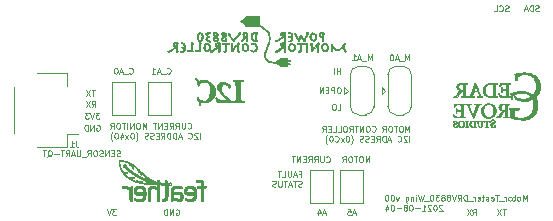
<source format=gbr>
%TF.GenerationSoftware,KiCad,Pcbnew,(5.1.6-0-10_14)*%
%TF.CreationDate,2021-08-04T10:25:44-07:00*%
%TF.ProjectId,Motor_Tester_DRV8830_Wing,4d6f746f-725f-4546-9573-7465725f4452,v00*%
%TF.SameCoordinates,Original*%
%TF.FileFunction,Legend,Bot*%
%TF.FilePolarity,Positive*%
%FSLAX46Y46*%
G04 Gerber Fmt 4.6, Leading zero omitted, Abs format (unit mm)*
G04 Created by KiCad (PCBNEW (5.1.6-0-10_14)) date 2021-08-04 10:25:44*
%MOMM*%
%LPD*%
G01*
G04 APERTURE LIST*
%ADD10C,0.100000*%
%ADD11C,0.010000*%
%ADD12C,0.120000*%
G04 APERTURE END LIST*
D10*
X155168714Y-85705190D02*
X155073476Y-85705190D01*
X155025857Y-85729000D01*
X154978238Y-85776619D01*
X154954428Y-85871857D01*
X154954428Y-86038523D01*
X154978238Y-86133761D01*
X155025857Y-86181380D01*
X155073476Y-86205190D01*
X155168714Y-86205190D01*
X155216333Y-86181380D01*
X155263952Y-86133761D01*
X155287761Y-86038523D01*
X155287761Y-85871857D01*
X155263952Y-85776619D01*
X155216333Y-85729000D01*
X155168714Y-85705190D01*
X154740142Y-86205190D02*
X154740142Y-85705190D01*
X154549666Y-85705190D01*
X154502047Y-85729000D01*
X154478238Y-85752809D01*
X154454428Y-85800428D01*
X154454428Y-85871857D01*
X154478238Y-85919476D01*
X154502047Y-85943285D01*
X154549666Y-85967095D01*
X154740142Y-85967095D01*
X154240142Y-85943285D02*
X154073476Y-85943285D01*
X154002047Y-86205190D02*
X154240142Y-86205190D01*
X154240142Y-85705190D01*
X154002047Y-85705190D01*
X153787761Y-86205190D02*
X153787761Y-85705190D01*
X153502047Y-86205190D01*
X153502047Y-85705190D01*
X134619952Y-88904000D02*
X134667571Y-88880190D01*
X134739000Y-88880190D01*
X134810428Y-88904000D01*
X134858047Y-88951619D01*
X134881857Y-88999238D01*
X134905666Y-89094476D01*
X134905666Y-89165904D01*
X134881857Y-89261142D01*
X134858047Y-89308761D01*
X134810428Y-89356380D01*
X134739000Y-89380190D01*
X134691380Y-89380190D01*
X134619952Y-89356380D01*
X134596142Y-89332571D01*
X134596142Y-89165904D01*
X134691380Y-89165904D01*
X134381857Y-89380190D02*
X134381857Y-88880190D01*
X134096142Y-89380190D01*
X134096142Y-88880190D01*
X133858047Y-89380190D02*
X133858047Y-88880190D01*
X133739000Y-88880190D01*
X133667571Y-88904000D01*
X133619952Y-88951619D01*
X133596142Y-88999238D01*
X133572333Y-89094476D01*
X133572333Y-89165904D01*
X133596142Y-89261142D01*
X133619952Y-89308761D01*
X133667571Y-89356380D01*
X133739000Y-89380190D01*
X133858047Y-89380190D01*
X134858047Y-87864190D02*
X134548523Y-87864190D01*
X134715190Y-88054666D01*
X134643761Y-88054666D01*
X134596142Y-88078476D01*
X134572333Y-88102285D01*
X134548523Y-88149904D01*
X134548523Y-88268952D01*
X134572333Y-88316571D01*
X134596142Y-88340380D01*
X134643761Y-88364190D01*
X134786619Y-88364190D01*
X134834238Y-88340380D01*
X134858047Y-88316571D01*
X134405666Y-87864190D02*
X134239000Y-88364190D01*
X134072333Y-87864190D01*
X133953285Y-87864190D02*
X133643761Y-87864190D01*
X133810428Y-88054666D01*
X133739000Y-88054666D01*
X133691380Y-88078476D01*
X133667571Y-88102285D01*
X133643761Y-88149904D01*
X133643761Y-88268952D01*
X133667571Y-88316571D01*
X133691380Y-88340380D01*
X133739000Y-88364190D01*
X133881857Y-88364190D01*
X133929476Y-88340380D01*
X133953285Y-88316571D01*
X134195333Y-87348190D02*
X134362000Y-87110095D01*
X134481047Y-87348190D02*
X134481047Y-86848190D01*
X134290571Y-86848190D01*
X134242952Y-86872000D01*
X134219142Y-86895809D01*
X134195333Y-86943428D01*
X134195333Y-87014857D01*
X134219142Y-87062476D01*
X134242952Y-87086285D01*
X134290571Y-87110095D01*
X134481047Y-87110095D01*
X134028666Y-86848190D02*
X133695333Y-87348190D01*
X133695333Y-86848190D02*
X134028666Y-87348190D01*
X134492952Y-85959190D02*
X134207238Y-85959190D01*
X134350095Y-86459190D02*
X134350095Y-85959190D01*
X134088190Y-85959190D02*
X133754857Y-86459190D01*
X133754857Y-85959190D02*
X134088190Y-86459190D01*
X171037238Y-95305190D02*
X171037238Y-94805190D01*
X170870571Y-95162333D01*
X170703904Y-94805190D01*
X170703904Y-95305190D01*
X170394380Y-95305190D02*
X170442000Y-95281380D01*
X170465809Y-95257571D01*
X170489619Y-95209952D01*
X170489619Y-95067095D01*
X170465809Y-95019476D01*
X170442000Y-94995666D01*
X170394380Y-94971857D01*
X170322952Y-94971857D01*
X170275333Y-94995666D01*
X170251523Y-95019476D01*
X170227714Y-95067095D01*
X170227714Y-95209952D01*
X170251523Y-95257571D01*
X170275333Y-95281380D01*
X170322952Y-95305190D01*
X170394380Y-95305190D01*
X170084857Y-94971857D02*
X169894380Y-94971857D01*
X170013428Y-94805190D02*
X170013428Y-95233761D01*
X169989619Y-95281380D01*
X169942000Y-95305190D01*
X169894380Y-95305190D01*
X169656285Y-95305190D02*
X169703904Y-95281380D01*
X169727714Y-95257571D01*
X169751523Y-95209952D01*
X169751523Y-95067095D01*
X169727714Y-95019476D01*
X169703904Y-94995666D01*
X169656285Y-94971857D01*
X169584857Y-94971857D01*
X169537238Y-94995666D01*
X169513428Y-95019476D01*
X169489619Y-95067095D01*
X169489619Y-95209952D01*
X169513428Y-95257571D01*
X169537238Y-95281380D01*
X169584857Y-95305190D01*
X169656285Y-95305190D01*
X169275333Y-95305190D02*
X169275333Y-94971857D01*
X169275333Y-95067095D02*
X169251523Y-95019476D01*
X169227714Y-94995666D01*
X169180095Y-94971857D01*
X169132476Y-94971857D01*
X169084857Y-95352809D02*
X168703904Y-95352809D01*
X168656285Y-94805190D02*
X168370571Y-94805190D01*
X168513428Y-95305190D02*
X168513428Y-94805190D01*
X168013428Y-95281380D02*
X168061047Y-95305190D01*
X168156285Y-95305190D01*
X168203904Y-95281380D01*
X168227714Y-95233761D01*
X168227714Y-95043285D01*
X168203904Y-94995666D01*
X168156285Y-94971857D01*
X168061047Y-94971857D01*
X168013428Y-94995666D01*
X167989619Y-95043285D01*
X167989619Y-95090904D01*
X168227714Y-95138523D01*
X167799142Y-95281380D02*
X167751523Y-95305190D01*
X167656285Y-95305190D01*
X167608666Y-95281380D01*
X167584857Y-95233761D01*
X167584857Y-95209952D01*
X167608666Y-95162333D01*
X167656285Y-95138523D01*
X167727714Y-95138523D01*
X167775333Y-95114714D01*
X167799142Y-95067095D01*
X167799142Y-95043285D01*
X167775333Y-94995666D01*
X167727714Y-94971857D01*
X167656285Y-94971857D01*
X167608666Y-94995666D01*
X167442000Y-94971857D02*
X167251523Y-94971857D01*
X167370571Y-94805190D02*
X167370571Y-95233761D01*
X167346761Y-95281380D01*
X167299142Y-95305190D01*
X167251523Y-95305190D01*
X166894380Y-95281380D02*
X166942000Y-95305190D01*
X167037238Y-95305190D01*
X167084857Y-95281380D01*
X167108666Y-95233761D01*
X167108666Y-95043285D01*
X167084857Y-94995666D01*
X167037238Y-94971857D01*
X166942000Y-94971857D01*
X166894380Y-94995666D01*
X166870571Y-95043285D01*
X166870571Y-95090904D01*
X167108666Y-95138523D01*
X166656285Y-95305190D02*
X166656285Y-94971857D01*
X166656285Y-95067095D02*
X166632476Y-95019476D01*
X166608666Y-94995666D01*
X166561047Y-94971857D01*
X166513428Y-94971857D01*
X166465809Y-95352809D02*
X166084857Y-95352809D01*
X165965809Y-95305190D02*
X165965809Y-94805190D01*
X165846761Y-94805190D01*
X165775333Y-94829000D01*
X165727714Y-94876619D01*
X165703904Y-94924238D01*
X165680095Y-95019476D01*
X165680095Y-95090904D01*
X165703904Y-95186142D01*
X165727714Y-95233761D01*
X165775333Y-95281380D01*
X165846761Y-95305190D01*
X165965809Y-95305190D01*
X165180095Y-95305190D02*
X165346761Y-95067095D01*
X165465809Y-95305190D02*
X165465809Y-94805190D01*
X165275333Y-94805190D01*
X165227714Y-94829000D01*
X165203904Y-94852809D01*
X165180095Y-94900428D01*
X165180095Y-94971857D01*
X165203904Y-95019476D01*
X165227714Y-95043285D01*
X165275333Y-95067095D01*
X165465809Y-95067095D01*
X165037238Y-94805190D02*
X164870571Y-95305190D01*
X164703904Y-94805190D01*
X164465809Y-95019476D02*
X164513428Y-94995666D01*
X164537238Y-94971857D01*
X164561047Y-94924238D01*
X164561047Y-94900428D01*
X164537238Y-94852809D01*
X164513428Y-94829000D01*
X164465809Y-94805190D01*
X164370571Y-94805190D01*
X164322952Y-94829000D01*
X164299142Y-94852809D01*
X164275333Y-94900428D01*
X164275333Y-94924238D01*
X164299142Y-94971857D01*
X164322952Y-94995666D01*
X164370571Y-95019476D01*
X164465809Y-95019476D01*
X164513428Y-95043285D01*
X164537238Y-95067095D01*
X164561047Y-95114714D01*
X164561047Y-95209952D01*
X164537238Y-95257571D01*
X164513428Y-95281380D01*
X164465809Y-95305190D01*
X164370571Y-95305190D01*
X164322952Y-95281380D01*
X164299142Y-95257571D01*
X164275333Y-95209952D01*
X164275333Y-95114714D01*
X164299142Y-95067095D01*
X164322952Y-95043285D01*
X164370571Y-95019476D01*
X163989619Y-95019476D02*
X164037238Y-94995666D01*
X164061047Y-94971857D01*
X164084857Y-94924238D01*
X164084857Y-94900428D01*
X164061047Y-94852809D01*
X164037238Y-94829000D01*
X163989619Y-94805190D01*
X163894380Y-94805190D01*
X163846761Y-94829000D01*
X163822952Y-94852809D01*
X163799142Y-94900428D01*
X163799142Y-94924238D01*
X163822952Y-94971857D01*
X163846761Y-94995666D01*
X163894380Y-95019476D01*
X163989619Y-95019476D01*
X164037238Y-95043285D01*
X164061047Y-95067095D01*
X164084857Y-95114714D01*
X164084857Y-95209952D01*
X164061047Y-95257571D01*
X164037238Y-95281380D01*
X163989619Y-95305190D01*
X163894380Y-95305190D01*
X163846761Y-95281380D01*
X163822952Y-95257571D01*
X163799142Y-95209952D01*
X163799142Y-95114714D01*
X163822952Y-95067095D01*
X163846761Y-95043285D01*
X163894380Y-95019476D01*
X163632476Y-94805190D02*
X163322952Y-94805190D01*
X163489619Y-94995666D01*
X163418190Y-94995666D01*
X163370571Y-95019476D01*
X163346761Y-95043285D01*
X163322952Y-95090904D01*
X163322952Y-95209952D01*
X163346761Y-95257571D01*
X163370571Y-95281380D01*
X163418190Y-95305190D01*
X163561047Y-95305190D01*
X163608666Y-95281380D01*
X163632476Y-95257571D01*
X163013428Y-94805190D02*
X162965809Y-94805190D01*
X162918190Y-94829000D01*
X162894380Y-94852809D01*
X162870571Y-94900428D01*
X162846761Y-94995666D01*
X162846761Y-95114714D01*
X162870571Y-95209952D01*
X162894380Y-95257571D01*
X162918190Y-95281380D01*
X162965809Y-95305190D01*
X163013428Y-95305190D01*
X163061047Y-95281380D01*
X163084857Y-95257571D01*
X163108666Y-95209952D01*
X163132476Y-95114714D01*
X163132476Y-94995666D01*
X163108666Y-94900428D01*
X163084857Y-94852809D01*
X163061047Y-94829000D01*
X163013428Y-94805190D01*
X162751523Y-95352809D02*
X162370571Y-95352809D01*
X162299142Y-94805190D02*
X162180095Y-95305190D01*
X162084857Y-94948047D01*
X161989619Y-95305190D01*
X161870571Y-94805190D01*
X161680095Y-95305190D02*
X161680095Y-94971857D01*
X161680095Y-94805190D02*
X161703904Y-94829000D01*
X161680095Y-94852809D01*
X161656285Y-94829000D01*
X161680095Y-94805190D01*
X161680095Y-94852809D01*
X161442000Y-94971857D02*
X161442000Y-95305190D01*
X161442000Y-95019476D02*
X161418190Y-94995666D01*
X161370571Y-94971857D01*
X161299142Y-94971857D01*
X161251523Y-94995666D01*
X161227714Y-95043285D01*
X161227714Y-95305190D01*
X160775333Y-94971857D02*
X160775333Y-95376619D01*
X160799142Y-95424238D01*
X160822952Y-95448047D01*
X160870571Y-95471857D01*
X160942000Y-95471857D01*
X160989619Y-95448047D01*
X160775333Y-95281380D02*
X160822952Y-95305190D01*
X160918190Y-95305190D01*
X160965809Y-95281380D01*
X160989619Y-95257571D01*
X161013428Y-95209952D01*
X161013428Y-95067095D01*
X160989619Y-95019476D01*
X160965809Y-94995666D01*
X160918190Y-94971857D01*
X160822952Y-94971857D01*
X160775333Y-94995666D01*
X160203904Y-94971857D02*
X160084857Y-95305190D01*
X159965809Y-94971857D01*
X159680095Y-94805190D02*
X159632476Y-94805190D01*
X159584857Y-94829000D01*
X159561047Y-94852809D01*
X159537238Y-94900428D01*
X159513428Y-94995666D01*
X159513428Y-95114714D01*
X159537238Y-95209952D01*
X159561047Y-95257571D01*
X159584857Y-95281380D01*
X159632476Y-95305190D01*
X159680095Y-95305190D01*
X159727714Y-95281380D01*
X159751523Y-95257571D01*
X159775333Y-95209952D01*
X159799142Y-95114714D01*
X159799142Y-94995666D01*
X159775333Y-94900428D01*
X159751523Y-94852809D01*
X159727714Y-94829000D01*
X159680095Y-94805190D01*
X159203904Y-94805190D02*
X159156285Y-94805190D01*
X159108666Y-94829000D01*
X159084857Y-94852809D01*
X159061047Y-94900428D01*
X159037238Y-94995666D01*
X159037238Y-95114714D01*
X159061047Y-95209952D01*
X159084857Y-95257571D01*
X159108666Y-95281380D01*
X159156285Y-95305190D01*
X159203904Y-95305190D01*
X159251523Y-95281380D01*
X159275333Y-95257571D01*
X159299142Y-95209952D01*
X159322952Y-95114714D01*
X159322952Y-94995666D01*
X159299142Y-94900428D01*
X159275333Y-94852809D01*
X159251523Y-94829000D01*
X159203904Y-94805190D01*
X163894380Y-95702809D02*
X163870571Y-95679000D01*
X163822952Y-95655190D01*
X163703904Y-95655190D01*
X163656285Y-95679000D01*
X163632476Y-95702809D01*
X163608666Y-95750428D01*
X163608666Y-95798047D01*
X163632476Y-95869476D01*
X163918190Y-96155190D01*
X163608666Y-96155190D01*
X163299142Y-95655190D02*
X163251523Y-95655190D01*
X163203904Y-95679000D01*
X163180095Y-95702809D01*
X163156285Y-95750428D01*
X163132476Y-95845666D01*
X163132476Y-95964714D01*
X163156285Y-96059952D01*
X163180095Y-96107571D01*
X163203904Y-96131380D01*
X163251523Y-96155190D01*
X163299142Y-96155190D01*
X163346761Y-96131380D01*
X163370571Y-96107571D01*
X163394380Y-96059952D01*
X163418190Y-95964714D01*
X163418190Y-95845666D01*
X163394380Y-95750428D01*
X163370571Y-95702809D01*
X163346761Y-95679000D01*
X163299142Y-95655190D01*
X162942000Y-95702809D02*
X162918190Y-95679000D01*
X162870571Y-95655190D01*
X162751523Y-95655190D01*
X162703904Y-95679000D01*
X162680095Y-95702809D01*
X162656285Y-95750428D01*
X162656285Y-95798047D01*
X162680095Y-95869476D01*
X162965809Y-96155190D01*
X162656285Y-96155190D01*
X162180095Y-96155190D02*
X162465809Y-96155190D01*
X162322952Y-96155190D02*
X162322952Y-95655190D01*
X162370571Y-95726619D01*
X162418190Y-95774238D01*
X162465809Y-95798047D01*
X161965809Y-95964714D02*
X161584857Y-95964714D01*
X161251523Y-95655190D02*
X161203904Y-95655190D01*
X161156285Y-95679000D01*
X161132476Y-95702809D01*
X161108666Y-95750428D01*
X161084857Y-95845666D01*
X161084857Y-95964714D01*
X161108666Y-96059952D01*
X161132476Y-96107571D01*
X161156285Y-96131380D01*
X161203904Y-96155190D01*
X161251523Y-96155190D01*
X161299142Y-96131380D01*
X161322952Y-96107571D01*
X161346761Y-96059952D01*
X161370571Y-95964714D01*
X161370571Y-95845666D01*
X161346761Y-95750428D01*
X161322952Y-95702809D01*
X161299142Y-95679000D01*
X161251523Y-95655190D01*
X160799142Y-95869476D02*
X160846761Y-95845666D01*
X160870571Y-95821857D01*
X160894380Y-95774238D01*
X160894380Y-95750428D01*
X160870571Y-95702809D01*
X160846761Y-95679000D01*
X160799142Y-95655190D01*
X160703904Y-95655190D01*
X160656285Y-95679000D01*
X160632476Y-95702809D01*
X160608666Y-95750428D01*
X160608666Y-95774238D01*
X160632476Y-95821857D01*
X160656285Y-95845666D01*
X160703904Y-95869476D01*
X160799142Y-95869476D01*
X160846761Y-95893285D01*
X160870571Y-95917095D01*
X160894380Y-95964714D01*
X160894380Y-96059952D01*
X160870571Y-96107571D01*
X160846761Y-96131380D01*
X160799142Y-96155190D01*
X160703904Y-96155190D01*
X160656285Y-96131380D01*
X160632476Y-96107571D01*
X160608666Y-96059952D01*
X160608666Y-95964714D01*
X160632476Y-95917095D01*
X160656285Y-95893285D01*
X160703904Y-95869476D01*
X160394380Y-95964714D02*
X160013428Y-95964714D01*
X159680095Y-95655190D02*
X159632476Y-95655190D01*
X159584857Y-95679000D01*
X159561047Y-95702809D01*
X159537238Y-95750428D01*
X159513428Y-95845666D01*
X159513428Y-95964714D01*
X159537238Y-96059952D01*
X159561047Y-96107571D01*
X159584857Y-96131380D01*
X159632476Y-96155190D01*
X159680095Y-96155190D01*
X159727714Y-96131380D01*
X159751523Y-96107571D01*
X159775333Y-96059952D01*
X159799142Y-95964714D01*
X159799142Y-95845666D01*
X159775333Y-95750428D01*
X159751523Y-95702809D01*
X159727714Y-95679000D01*
X159680095Y-95655190D01*
X159084857Y-95821857D02*
X159084857Y-96155190D01*
X159203904Y-95631380D02*
X159322952Y-95988523D01*
X159013428Y-95988523D01*
X157721952Y-92047190D02*
X157721952Y-91547190D01*
X157555285Y-91904333D01*
X157388619Y-91547190D01*
X157388619Y-92047190D01*
X157055285Y-91547190D02*
X156960047Y-91547190D01*
X156912428Y-91571000D01*
X156864809Y-91618619D01*
X156841000Y-91713857D01*
X156841000Y-91880523D01*
X156864809Y-91975761D01*
X156912428Y-92023380D01*
X156960047Y-92047190D01*
X157055285Y-92047190D01*
X157102904Y-92023380D01*
X157150523Y-91975761D01*
X157174333Y-91880523D01*
X157174333Y-91713857D01*
X157150523Y-91618619D01*
X157102904Y-91571000D01*
X157055285Y-91547190D01*
X156698142Y-91547190D02*
X156412428Y-91547190D01*
X156555285Y-92047190D02*
X156555285Y-91547190D01*
X156150523Y-91547190D02*
X156055285Y-91547190D01*
X156007666Y-91571000D01*
X155960047Y-91618619D01*
X155936238Y-91713857D01*
X155936238Y-91880523D01*
X155960047Y-91975761D01*
X156007666Y-92023380D01*
X156055285Y-92047190D01*
X156150523Y-92047190D01*
X156198142Y-92023380D01*
X156245761Y-91975761D01*
X156269571Y-91880523D01*
X156269571Y-91713857D01*
X156245761Y-91618619D01*
X156198142Y-91571000D01*
X156150523Y-91547190D01*
X155436238Y-92047190D02*
X155602904Y-91809095D01*
X155721952Y-92047190D02*
X155721952Y-91547190D01*
X155531476Y-91547190D01*
X155483857Y-91571000D01*
X155460047Y-91594809D01*
X155436238Y-91642428D01*
X155436238Y-91713857D01*
X155460047Y-91761476D01*
X155483857Y-91785285D01*
X155531476Y-91809095D01*
X155721952Y-91809095D01*
X154066714Y-91999571D02*
X154090523Y-92023380D01*
X154161952Y-92047190D01*
X154209571Y-92047190D01*
X154281000Y-92023380D01*
X154328619Y-91975761D01*
X154352428Y-91928142D01*
X154376238Y-91832904D01*
X154376238Y-91761476D01*
X154352428Y-91666238D01*
X154328619Y-91618619D01*
X154281000Y-91571000D01*
X154209571Y-91547190D01*
X154161952Y-91547190D01*
X154090523Y-91571000D01*
X154066714Y-91594809D01*
X153852428Y-91547190D02*
X153852428Y-91951952D01*
X153828619Y-91999571D01*
X153804809Y-92023380D01*
X153757190Y-92047190D01*
X153661952Y-92047190D01*
X153614333Y-92023380D01*
X153590523Y-91999571D01*
X153566714Y-91951952D01*
X153566714Y-91547190D01*
X153042904Y-92047190D02*
X153209571Y-91809095D01*
X153328619Y-92047190D02*
X153328619Y-91547190D01*
X153138142Y-91547190D01*
X153090523Y-91571000D01*
X153066714Y-91594809D01*
X153042904Y-91642428D01*
X153042904Y-91713857D01*
X153066714Y-91761476D01*
X153090523Y-91785285D01*
X153138142Y-91809095D01*
X153328619Y-91809095D01*
X152542904Y-92047190D02*
X152709571Y-91809095D01*
X152828619Y-92047190D02*
X152828619Y-91547190D01*
X152638142Y-91547190D01*
X152590523Y-91571000D01*
X152566714Y-91594809D01*
X152542904Y-91642428D01*
X152542904Y-91713857D01*
X152566714Y-91761476D01*
X152590523Y-91785285D01*
X152638142Y-91809095D01*
X152828619Y-91809095D01*
X152328619Y-91785285D02*
X152161952Y-91785285D01*
X152090523Y-92047190D02*
X152328619Y-92047190D01*
X152328619Y-91547190D01*
X152090523Y-91547190D01*
X151876238Y-92047190D02*
X151876238Y-91547190D01*
X151590523Y-92047190D01*
X151590523Y-91547190D01*
X151423857Y-91547190D02*
X151138142Y-91547190D01*
X151281000Y-92047190D02*
X151281000Y-91547190D01*
X151795285Y-93011285D02*
X151961952Y-93011285D01*
X151961952Y-93273190D02*
X151961952Y-92773190D01*
X151723857Y-92773190D01*
X151557190Y-93130333D02*
X151319095Y-93130333D01*
X151604809Y-93273190D02*
X151438142Y-92773190D01*
X151271476Y-93273190D01*
X151104809Y-92773190D02*
X151104809Y-93177952D01*
X151081000Y-93225571D01*
X151057190Y-93249380D01*
X151009571Y-93273190D01*
X150914333Y-93273190D01*
X150866714Y-93249380D01*
X150842904Y-93225571D01*
X150819095Y-93177952D01*
X150819095Y-92773190D01*
X150342904Y-93273190D02*
X150581000Y-93273190D01*
X150581000Y-92773190D01*
X150247666Y-92773190D02*
X149961952Y-92773190D01*
X150104809Y-93273190D02*
X150104809Y-92773190D01*
X151985761Y-94099380D02*
X151914333Y-94123190D01*
X151795285Y-94123190D01*
X151747666Y-94099380D01*
X151723857Y-94075571D01*
X151700047Y-94027952D01*
X151700047Y-93980333D01*
X151723857Y-93932714D01*
X151747666Y-93908904D01*
X151795285Y-93885095D01*
X151890523Y-93861285D01*
X151938142Y-93837476D01*
X151961952Y-93813666D01*
X151985761Y-93766047D01*
X151985761Y-93718428D01*
X151961952Y-93670809D01*
X151938142Y-93647000D01*
X151890523Y-93623190D01*
X151771476Y-93623190D01*
X151700047Y-93647000D01*
X151557190Y-93623190D02*
X151271476Y-93623190D01*
X151414333Y-94123190D02*
X151414333Y-93623190D01*
X151128619Y-93980333D02*
X150890523Y-93980333D01*
X151176238Y-94123190D02*
X151009571Y-93623190D01*
X150842904Y-94123190D01*
X150747666Y-93623190D02*
X150461952Y-93623190D01*
X150604809Y-94123190D02*
X150604809Y-93623190D01*
X150295285Y-93623190D02*
X150295285Y-94027952D01*
X150271476Y-94075571D01*
X150247666Y-94099380D01*
X150200047Y-94123190D01*
X150104809Y-94123190D01*
X150057190Y-94099380D01*
X150033380Y-94075571D01*
X150009571Y-94027952D01*
X150009571Y-93623190D01*
X149795285Y-94099380D02*
X149723857Y-94123190D01*
X149604809Y-94123190D01*
X149557190Y-94099380D01*
X149533380Y-94075571D01*
X149509571Y-94027952D01*
X149509571Y-93980333D01*
X149533380Y-93932714D01*
X149557190Y-93908904D01*
X149604809Y-93885095D01*
X149700047Y-93861285D01*
X149747666Y-93837476D01*
X149771476Y-93813666D01*
X149795285Y-93766047D01*
X149795285Y-93718428D01*
X149771476Y-93670809D01*
X149747666Y-93647000D01*
X149700047Y-93623190D01*
X149581000Y-93623190D01*
X149509571Y-93647000D01*
X142320047Y-89161571D02*
X142343857Y-89185380D01*
X142415285Y-89209190D01*
X142462904Y-89209190D01*
X142534333Y-89185380D01*
X142581952Y-89137761D01*
X142605761Y-89090142D01*
X142629571Y-88994904D01*
X142629571Y-88923476D01*
X142605761Y-88828238D01*
X142581952Y-88780619D01*
X142534333Y-88733000D01*
X142462904Y-88709190D01*
X142415285Y-88709190D01*
X142343857Y-88733000D01*
X142320047Y-88756809D01*
X142105761Y-88709190D02*
X142105761Y-89113952D01*
X142081952Y-89161571D01*
X142058142Y-89185380D01*
X142010523Y-89209190D01*
X141915285Y-89209190D01*
X141867666Y-89185380D01*
X141843857Y-89161571D01*
X141820047Y-89113952D01*
X141820047Y-88709190D01*
X141296238Y-89209190D02*
X141462904Y-88971095D01*
X141581952Y-89209190D02*
X141581952Y-88709190D01*
X141391476Y-88709190D01*
X141343857Y-88733000D01*
X141320047Y-88756809D01*
X141296238Y-88804428D01*
X141296238Y-88875857D01*
X141320047Y-88923476D01*
X141343857Y-88947285D01*
X141391476Y-88971095D01*
X141581952Y-88971095D01*
X140796238Y-89209190D02*
X140962904Y-88971095D01*
X141081952Y-89209190D02*
X141081952Y-88709190D01*
X140891476Y-88709190D01*
X140843857Y-88733000D01*
X140820047Y-88756809D01*
X140796238Y-88804428D01*
X140796238Y-88875857D01*
X140820047Y-88923476D01*
X140843857Y-88947285D01*
X140891476Y-88971095D01*
X141081952Y-88971095D01*
X140581952Y-88947285D02*
X140415285Y-88947285D01*
X140343857Y-89209190D02*
X140581952Y-89209190D01*
X140581952Y-88709190D01*
X140343857Y-88709190D01*
X140129571Y-89209190D02*
X140129571Y-88709190D01*
X139843857Y-89209190D01*
X139843857Y-88709190D01*
X139677190Y-88709190D02*
X139391476Y-88709190D01*
X139534333Y-89209190D02*
X139534333Y-88709190D01*
X138843857Y-89209190D02*
X138843857Y-88709190D01*
X138677190Y-89066333D01*
X138510523Y-88709190D01*
X138510523Y-89209190D01*
X138177190Y-88709190D02*
X138081952Y-88709190D01*
X138034333Y-88733000D01*
X137986714Y-88780619D01*
X137962904Y-88875857D01*
X137962904Y-89042523D01*
X137986714Y-89137761D01*
X138034333Y-89185380D01*
X138081952Y-89209190D01*
X138177190Y-89209190D01*
X138224809Y-89185380D01*
X138272428Y-89137761D01*
X138296238Y-89042523D01*
X138296238Y-88875857D01*
X138272428Y-88780619D01*
X138224809Y-88733000D01*
X138177190Y-88709190D01*
X137748619Y-89209190D02*
X137748619Y-88709190D01*
X137462904Y-89209190D01*
X137462904Y-88709190D01*
X137224809Y-89209190D02*
X137224809Y-88709190D01*
X137058142Y-88709190D02*
X136772428Y-88709190D01*
X136915285Y-89209190D02*
X136915285Y-88709190D01*
X136510523Y-88709190D02*
X136415285Y-88709190D01*
X136367666Y-88733000D01*
X136320047Y-88780619D01*
X136296238Y-88875857D01*
X136296238Y-89042523D01*
X136320047Y-89137761D01*
X136367666Y-89185380D01*
X136415285Y-89209190D01*
X136510523Y-89209190D01*
X136558142Y-89185380D01*
X136605761Y-89137761D01*
X136629571Y-89042523D01*
X136629571Y-88875857D01*
X136605761Y-88780619D01*
X136558142Y-88733000D01*
X136510523Y-88709190D01*
X135796238Y-89209190D02*
X135962904Y-88971095D01*
X136081952Y-89209190D02*
X136081952Y-88709190D01*
X135891476Y-88709190D01*
X135843857Y-88733000D01*
X135820047Y-88756809D01*
X135796238Y-88804428D01*
X135796238Y-88875857D01*
X135820047Y-88923476D01*
X135843857Y-88947285D01*
X135891476Y-88971095D01*
X136081952Y-88971095D01*
X143391476Y-90059190D02*
X143391476Y-89559190D01*
X143177190Y-89606809D02*
X143153380Y-89583000D01*
X143105761Y-89559190D01*
X142986714Y-89559190D01*
X142939095Y-89583000D01*
X142915285Y-89606809D01*
X142891476Y-89654428D01*
X142891476Y-89702047D01*
X142915285Y-89773476D01*
X143201000Y-90059190D01*
X142891476Y-90059190D01*
X142391476Y-90011571D02*
X142415285Y-90035380D01*
X142486714Y-90059190D01*
X142534333Y-90059190D01*
X142605761Y-90035380D01*
X142653380Y-89987761D01*
X142677190Y-89940142D01*
X142701000Y-89844904D01*
X142701000Y-89773476D01*
X142677190Y-89678238D01*
X142653380Y-89630619D01*
X142605761Y-89583000D01*
X142534333Y-89559190D01*
X142486714Y-89559190D01*
X142415285Y-89583000D01*
X142391476Y-89606809D01*
X141820047Y-89916333D02*
X141581952Y-89916333D01*
X141867666Y-90059190D02*
X141701000Y-89559190D01*
X141534333Y-90059190D01*
X141367666Y-90059190D02*
X141367666Y-89559190D01*
X141248619Y-89559190D01*
X141177190Y-89583000D01*
X141129571Y-89630619D01*
X141105761Y-89678238D01*
X141081952Y-89773476D01*
X141081952Y-89844904D01*
X141105761Y-89940142D01*
X141129571Y-89987761D01*
X141177190Y-90035380D01*
X141248619Y-90059190D01*
X141367666Y-90059190D01*
X140867666Y-90059190D02*
X140867666Y-89559190D01*
X140748619Y-89559190D01*
X140677190Y-89583000D01*
X140629571Y-89630619D01*
X140605761Y-89678238D01*
X140581952Y-89773476D01*
X140581952Y-89844904D01*
X140605761Y-89940142D01*
X140629571Y-89987761D01*
X140677190Y-90035380D01*
X140748619Y-90059190D01*
X140867666Y-90059190D01*
X140081952Y-90059190D02*
X140248619Y-89821095D01*
X140367666Y-90059190D02*
X140367666Y-89559190D01*
X140177190Y-89559190D01*
X140129571Y-89583000D01*
X140105761Y-89606809D01*
X140081952Y-89654428D01*
X140081952Y-89725857D01*
X140105761Y-89773476D01*
X140129571Y-89797285D01*
X140177190Y-89821095D01*
X140367666Y-89821095D01*
X139867666Y-89797285D02*
X139701000Y-89797285D01*
X139629571Y-90059190D02*
X139867666Y-90059190D01*
X139867666Y-89559190D01*
X139629571Y-89559190D01*
X139439095Y-90035380D02*
X139367666Y-90059190D01*
X139248619Y-90059190D01*
X139201000Y-90035380D01*
X139177190Y-90011571D01*
X139153380Y-89963952D01*
X139153380Y-89916333D01*
X139177190Y-89868714D01*
X139201000Y-89844904D01*
X139248619Y-89821095D01*
X139343857Y-89797285D01*
X139391476Y-89773476D01*
X139415285Y-89749666D01*
X139439095Y-89702047D01*
X139439095Y-89654428D01*
X139415285Y-89606809D01*
X139391476Y-89583000D01*
X139343857Y-89559190D01*
X139224809Y-89559190D01*
X139153380Y-89583000D01*
X138962904Y-90035380D02*
X138891476Y-90059190D01*
X138772428Y-90059190D01*
X138724809Y-90035380D01*
X138701000Y-90011571D01*
X138677190Y-89963952D01*
X138677190Y-89916333D01*
X138701000Y-89868714D01*
X138724809Y-89844904D01*
X138772428Y-89821095D01*
X138867666Y-89797285D01*
X138915285Y-89773476D01*
X138939095Y-89749666D01*
X138962904Y-89702047D01*
X138962904Y-89654428D01*
X138939095Y-89606809D01*
X138915285Y-89583000D01*
X138867666Y-89559190D01*
X138748619Y-89559190D01*
X138677190Y-89583000D01*
X137939095Y-90249666D02*
X137962904Y-90225857D01*
X138010523Y-90154428D01*
X138034333Y-90106809D01*
X138058142Y-90035380D01*
X138081952Y-89916333D01*
X138081952Y-89821095D01*
X138058142Y-89702047D01*
X138034333Y-89630619D01*
X138010523Y-89583000D01*
X137962904Y-89511571D01*
X137939095Y-89487761D01*
X137653380Y-89559190D02*
X137605761Y-89559190D01*
X137558142Y-89583000D01*
X137534333Y-89606809D01*
X137510523Y-89654428D01*
X137486714Y-89749666D01*
X137486714Y-89868714D01*
X137510523Y-89963952D01*
X137534333Y-90011571D01*
X137558142Y-90035380D01*
X137605761Y-90059190D01*
X137653380Y-90059190D01*
X137701000Y-90035380D01*
X137724809Y-90011571D01*
X137748619Y-89963952D01*
X137772428Y-89868714D01*
X137772428Y-89749666D01*
X137748619Y-89654428D01*
X137724809Y-89606809D01*
X137701000Y-89583000D01*
X137653380Y-89559190D01*
X137320047Y-90059190D02*
X137058142Y-89725857D01*
X137320047Y-89725857D02*
X137058142Y-90059190D01*
X136653380Y-89725857D02*
X136653380Y-90059190D01*
X136772428Y-89535380D02*
X136891476Y-89892523D01*
X136581952Y-89892523D01*
X136296238Y-89559190D02*
X136248619Y-89559190D01*
X136201000Y-89583000D01*
X136177190Y-89606809D01*
X136153380Y-89654428D01*
X136129571Y-89749666D01*
X136129571Y-89868714D01*
X136153380Y-89963952D01*
X136177190Y-90011571D01*
X136201000Y-90035380D01*
X136248619Y-90059190D01*
X136296238Y-90059190D01*
X136343857Y-90035380D01*
X136367666Y-90011571D01*
X136391476Y-89963952D01*
X136415285Y-89868714D01*
X136415285Y-89749666D01*
X136391476Y-89654428D01*
X136367666Y-89606809D01*
X136343857Y-89583000D01*
X136296238Y-89559190D01*
X135962904Y-90249666D02*
X135939095Y-90225857D01*
X135891476Y-90154428D01*
X135867666Y-90106809D01*
X135843857Y-90035380D01*
X135820047Y-89916333D01*
X135820047Y-89821095D01*
X135843857Y-89702047D01*
X135867666Y-89630619D01*
X135891476Y-89583000D01*
X135939095Y-89511571D01*
X135962904Y-89487761D01*
X161105952Y-89463190D02*
X161105952Y-88963190D01*
X160939285Y-89320333D01*
X160772619Y-88963190D01*
X160772619Y-89463190D01*
X160439285Y-88963190D02*
X160344047Y-88963190D01*
X160296428Y-88987000D01*
X160248809Y-89034619D01*
X160225000Y-89129857D01*
X160225000Y-89296523D01*
X160248809Y-89391761D01*
X160296428Y-89439380D01*
X160344047Y-89463190D01*
X160439285Y-89463190D01*
X160486904Y-89439380D01*
X160534523Y-89391761D01*
X160558333Y-89296523D01*
X160558333Y-89129857D01*
X160534523Y-89034619D01*
X160486904Y-88987000D01*
X160439285Y-88963190D01*
X160082142Y-88963190D02*
X159796428Y-88963190D01*
X159939285Y-89463190D02*
X159939285Y-88963190D01*
X159534523Y-88963190D02*
X159439285Y-88963190D01*
X159391666Y-88987000D01*
X159344047Y-89034619D01*
X159320238Y-89129857D01*
X159320238Y-89296523D01*
X159344047Y-89391761D01*
X159391666Y-89439380D01*
X159439285Y-89463190D01*
X159534523Y-89463190D01*
X159582142Y-89439380D01*
X159629761Y-89391761D01*
X159653571Y-89296523D01*
X159653571Y-89129857D01*
X159629761Y-89034619D01*
X159582142Y-88987000D01*
X159534523Y-88963190D01*
X158820238Y-89463190D02*
X158986904Y-89225095D01*
X159105952Y-89463190D02*
X159105952Y-88963190D01*
X158915476Y-88963190D01*
X158867857Y-88987000D01*
X158844047Y-89010809D01*
X158820238Y-89058428D01*
X158820238Y-89129857D01*
X158844047Y-89177476D01*
X158867857Y-89201285D01*
X158915476Y-89225095D01*
X159105952Y-89225095D01*
X157939285Y-89415571D02*
X157963095Y-89439380D01*
X158034523Y-89463190D01*
X158082142Y-89463190D01*
X158153571Y-89439380D01*
X158201190Y-89391761D01*
X158225000Y-89344142D01*
X158248809Y-89248904D01*
X158248809Y-89177476D01*
X158225000Y-89082238D01*
X158201190Y-89034619D01*
X158153571Y-88987000D01*
X158082142Y-88963190D01*
X158034523Y-88963190D01*
X157963095Y-88987000D01*
X157939285Y-89010809D01*
X157629761Y-88963190D02*
X157534523Y-88963190D01*
X157486904Y-88987000D01*
X157439285Y-89034619D01*
X157415476Y-89129857D01*
X157415476Y-89296523D01*
X157439285Y-89391761D01*
X157486904Y-89439380D01*
X157534523Y-89463190D01*
X157629761Y-89463190D01*
X157677380Y-89439380D01*
X157725000Y-89391761D01*
X157748809Y-89296523D01*
X157748809Y-89129857D01*
X157725000Y-89034619D01*
X157677380Y-88987000D01*
X157629761Y-88963190D01*
X157201190Y-89463190D02*
X157201190Y-88963190D01*
X156915476Y-89463190D01*
X156915476Y-88963190D01*
X156748809Y-88963190D02*
X156463095Y-88963190D01*
X156605952Y-89463190D02*
X156605952Y-88963190D01*
X156010714Y-89463190D02*
X156177380Y-89225095D01*
X156296428Y-89463190D02*
X156296428Y-88963190D01*
X156105952Y-88963190D01*
X156058333Y-88987000D01*
X156034523Y-89010809D01*
X156010714Y-89058428D01*
X156010714Y-89129857D01*
X156034523Y-89177476D01*
X156058333Y-89201285D01*
X156105952Y-89225095D01*
X156296428Y-89225095D01*
X155701190Y-88963190D02*
X155605952Y-88963190D01*
X155558333Y-88987000D01*
X155510714Y-89034619D01*
X155486904Y-89129857D01*
X155486904Y-89296523D01*
X155510714Y-89391761D01*
X155558333Y-89439380D01*
X155605952Y-89463190D01*
X155701190Y-89463190D01*
X155748809Y-89439380D01*
X155796428Y-89391761D01*
X155820238Y-89296523D01*
X155820238Y-89129857D01*
X155796428Y-89034619D01*
X155748809Y-88987000D01*
X155701190Y-88963190D01*
X155034523Y-89463190D02*
X155272619Y-89463190D01*
X155272619Y-88963190D01*
X154629761Y-89463190D02*
X154867857Y-89463190D01*
X154867857Y-88963190D01*
X154463095Y-89201285D02*
X154296428Y-89201285D01*
X154225000Y-89463190D02*
X154463095Y-89463190D01*
X154463095Y-88963190D01*
X154225000Y-88963190D01*
X153725000Y-89463190D02*
X153891666Y-89225095D01*
X154010714Y-89463190D02*
X154010714Y-88963190D01*
X153820238Y-88963190D01*
X153772619Y-88987000D01*
X153748809Y-89010809D01*
X153725000Y-89058428D01*
X153725000Y-89129857D01*
X153748809Y-89177476D01*
X153772619Y-89201285D01*
X153820238Y-89225095D01*
X154010714Y-89225095D01*
X161105952Y-90313190D02*
X161105952Y-89813190D01*
X160891666Y-89860809D02*
X160867857Y-89837000D01*
X160820238Y-89813190D01*
X160701190Y-89813190D01*
X160653571Y-89837000D01*
X160629761Y-89860809D01*
X160605952Y-89908428D01*
X160605952Y-89956047D01*
X160629761Y-90027476D01*
X160915476Y-90313190D01*
X160605952Y-90313190D01*
X160105952Y-90265571D02*
X160129761Y-90289380D01*
X160201190Y-90313190D01*
X160248809Y-90313190D01*
X160320238Y-90289380D01*
X160367857Y-90241761D01*
X160391666Y-90194142D01*
X160415476Y-90098904D01*
X160415476Y-90027476D01*
X160391666Y-89932238D01*
X160367857Y-89884619D01*
X160320238Y-89837000D01*
X160248809Y-89813190D01*
X160201190Y-89813190D01*
X160129761Y-89837000D01*
X160105952Y-89860809D01*
X159534523Y-90170333D02*
X159296428Y-90170333D01*
X159582142Y-90313190D02*
X159415476Y-89813190D01*
X159248809Y-90313190D01*
X159082142Y-90313190D02*
X159082142Y-89813190D01*
X158963095Y-89813190D01*
X158891666Y-89837000D01*
X158844047Y-89884619D01*
X158820238Y-89932238D01*
X158796428Y-90027476D01*
X158796428Y-90098904D01*
X158820238Y-90194142D01*
X158844047Y-90241761D01*
X158891666Y-90289380D01*
X158963095Y-90313190D01*
X159082142Y-90313190D01*
X158296428Y-90313190D02*
X158463095Y-90075095D01*
X158582142Y-90313190D02*
X158582142Y-89813190D01*
X158391666Y-89813190D01*
X158344047Y-89837000D01*
X158320238Y-89860809D01*
X158296428Y-89908428D01*
X158296428Y-89979857D01*
X158320238Y-90027476D01*
X158344047Y-90051285D01*
X158391666Y-90075095D01*
X158582142Y-90075095D01*
X158082142Y-90051285D02*
X157915476Y-90051285D01*
X157844047Y-90313190D02*
X158082142Y-90313190D01*
X158082142Y-89813190D01*
X157844047Y-89813190D01*
X157653571Y-90289380D02*
X157582142Y-90313190D01*
X157463095Y-90313190D01*
X157415476Y-90289380D01*
X157391666Y-90265571D01*
X157367857Y-90217952D01*
X157367857Y-90170333D01*
X157391666Y-90122714D01*
X157415476Y-90098904D01*
X157463095Y-90075095D01*
X157558333Y-90051285D01*
X157605952Y-90027476D01*
X157629761Y-90003666D01*
X157653571Y-89956047D01*
X157653571Y-89908428D01*
X157629761Y-89860809D01*
X157605952Y-89837000D01*
X157558333Y-89813190D01*
X157439285Y-89813190D01*
X157367857Y-89837000D01*
X157177380Y-90289380D02*
X157105952Y-90313190D01*
X156986904Y-90313190D01*
X156939285Y-90289380D01*
X156915476Y-90265571D01*
X156891666Y-90217952D01*
X156891666Y-90170333D01*
X156915476Y-90122714D01*
X156939285Y-90098904D01*
X156986904Y-90075095D01*
X157082142Y-90051285D01*
X157129761Y-90027476D01*
X157153571Y-90003666D01*
X157177380Y-89956047D01*
X157177380Y-89908428D01*
X157153571Y-89860809D01*
X157129761Y-89837000D01*
X157082142Y-89813190D01*
X156963095Y-89813190D01*
X156891666Y-89837000D01*
X156153571Y-90503666D02*
X156177380Y-90479857D01*
X156225000Y-90408428D01*
X156248809Y-90360809D01*
X156272619Y-90289380D01*
X156296428Y-90170333D01*
X156296428Y-90075095D01*
X156272619Y-89956047D01*
X156248809Y-89884619D01*
X156225000Y-89837000D01*
X156177380Y-89765571D01*
X156153571Y-89741761D01*
X155867857Y-89813190D02*
X155820238Y-89813190D01*
X155772619Y-89837000D01*
X155748809Y-89860809D01*
X155725000Y-89908428D01*
X155701190Y-90003666D01*
X155701190Y-90122714D01*
X155725000Y-90217952D01*
X155748809Y-90265571D01*
X155772619Y-90289380D01*
X155820238Y-90313190D01*
X155867857Y-90313190D01*
X155915476Y-90289380D01*
X155939285Y-90265571D01*
X155963095Y-90217952D01*
X155986904Y-90122714D01*
X155986904Y-90003666D01*
X155963095Y-89908428D01*
X155939285Y-89860809D01*
X155915476Y-89837000D01*
X155867857Y-89813190D01*
X155534523Y-90313190D02*
X155272619Y-89979857D01*
X155534523Y-89979857D02*
X155272619Y-90313190D01*
X154796428Y-90265571D02*
X154820238Y-90289380D01*
X154891666Y-90313190D01*
X154939285Y-90313190D01*
X155010714Y-90289380D01*
X155058333Y-90241761D01*
X155082142Y-90194142D01*
X155105952Y-90098904D01*
X155105952Y-90027476D01*
X155082142Y-89932238D01*
X155058333Y-89884619D01*
X155010714Y-89837000D01*
X154939285Y-89813190D01*
X154891666Y-89813190D01*
X154820238Y-89837000D01*
X154796428Y-89860809D01*
X154486904Y-89813190D02*
X154439285Y-89813190D01*
X154391666Y-89837000D01*
X154367857Y-89860809D01*
X154344047Y-89908428D01*
X154320238Y-90003666D01*
X154320238Y-90122714D01*
X154344047Y-90217952D01*
X154367857Y-90265571D01*
X154391666Y-90289380D01*
X154439285Y-90313190D01*
X154486904Y-90313190D01*
X154534523Y-90289380D01*
X154558333Y-90265571D01*
X154582142Y-90217952D01*
X154605952Y-90122714D01*
X154605952Y-90003666D01*
X154582142Y-89908428D01*
X154558333Y-89860809D01*
X154534523Y-89837000D01*
X154486904Y-89813190D01*
X154153571Y-90503666D02*
X154129761Y-90479857D01*
X154082142Y-90408428D01*
X154058333Y-90360809D01*
X154034523Y-90289380D01*
X154010714Y-90170333D01*
X154010714Y-90075095D01*
X154034523Y-89956047D01*
X154058333Y-89884619D01*
X154082142Y-89837000D01*
X154129761Y-89765571D01*
X154153571Y-89741761D01*
X155263952Y-84554190D02*
X155263952Y-84054190D01*
X155263952Y-84292285D02*
X154978238Y-84292285D01*
X154978238Y-84554190D02*
X154978238Y-84054190D01*
X154740142Y-84554190D02*
X154740142Y-84054190D01*
X155025857Y-87602190D02*
X155263952Y-87602190D01*
X155263952Y-87102190D01*
X154763952Y-87102190D02*
X154668714Y-87102190D01*
X154621095Y-87126000D01*
X154573476Y-87173619D01*
X154549666Y-87268857D01*
X154549666Y-87435523D01*
X154573476Y-87530761D01*
X154621095Y-87578380D01*
X154668714Y-87602190D01*
X154763952Y-87602190D01*
X154811571Y-87578380D01*
X154859190Y-87530761D01*
X154883000Y-87435523D01*
X154883000Y-87268857D01*
X154859190Y-87173619D01*
X154811571Y-87126000D01*
X154763952Y-87102190D01*
D11*
%TO.C,G\u002A\u002A\u002A*%
G36*
X150365620Y-83229946D02*
G01*
X150289360Y-83232145D01*
X150230448Y-83237112D01*
X150184862Y-83245912D01*
X150148580Y-83259611D01*
X150117581Y-83279274D01*
X150087841Y-83305967D01*
X150059192Y-83336480D01*
X150028087Y-83367668D01*
X150001936Y-83383160D01*
X149971090Y-83388041D01*
X149961056Y-83388200D01*
X149915008Y-83394927D01*
X149879867Y-83417996D01*
X149878473Y-83419372D01*
X149863892Y-83435950D01*
X149854725Y-83454337D01*
X149849731Y-83480619D01*
X149847672Y-83520884D01*
X149847300Y-83572350D01*
X149847811Y-83629835D01*
X149850171Y-83668014D01*
X149855619Y-83692974D01*
X149865397Y-83710801D01*
X149878473Y-83725327D01*
X149917975Y-83750800D01*
X149956850Y-83756500D01*
X149988344Y-83760017D01*
X150015787Y-83773694D01*
X150047742Y-83802218D01*
X150056093Y-83810810D01*
X150089271Y-83843899D01*
X150119961Y-83869193D01*
X150152278Y-83887804D01*
X150190339Y-83900844D01*
X150238260Y-83909424D01*
X150300156Y-83914655D01*
X150380143Y-83917649D01*
X150457245Y-83919139D01*
X150534216Y-83919889D01*
X150602407Y-83919685D01*
X150657779Y-83918610D01*
X150696296Y-83916748D01*
X150713918Y-83914181D01*
X150714420Y-83913847D01*
X150719583Y-83896880D01*
X150722913Y-83863271D01*
X150723600Y-83836933D01*
X150723600Y-83769200D01*
X150824162Y-83769200D01*
X150887161Y-83768075D01*
X150928756Y-83764017D01*
X150952873Y-83755995D01*
X150963436Y-83742978D01*
X150964900Y-83732281D01*
X150959859Y-83708481D01*
X150942236Y-83692878D01*
X150908286Y-83684040D01*
X150854266Y-83680533D01*
X150829010Y-83680300D01*
X150723600Y-83680300D01*
X150723600Y-83465353D01*
X150841075Y-83461701D01*
X150896079Y-83459726D01*
X150930509Y-83456992D01*
X150949183Y-83452047D01*
X150956921Y-83443439D01*
X150958538Y-83429716D01*
X150958550Y-83426300D01*
X150957562Y-83411373D01*
X150951375Y-83401869D01*
X150935161Y-83396326D01*
X150904089Y-83393282D01*
X150853331Y-83391272D01*
X150841669Y-83390906D01*
X150724788Y-83387262D01*
X150717250Y-83229450D01*
X150463250Y-83229450D01*
X150365620Y-83229946D01*
G37*
X150365620Y-83229946D02*
X150289360Y-83232145D01*
X150230448Y-83237112D01*
X150184862Y-83245912D01*
X150148580Y-83259611D01*
X150117581Y-83279274D01*
X150087841Y-83305967D01*
X150059192Y-83336480D01*
X150028087Y-83367668D01*
X150001936Y-83383160D01*
X149971090Y-83388041D01*
X149961056Y-83388200D01*
X149915008Y-83394927D01*
X149879867Y-83417996D01*
X149878473Y-83419372D01*
X149863892Y-83435950D01*
X149854725Y-83454337D01*
X149849731Y-83480619D01*
X149847672Y-83520884D01*
X149847300Y-83572350D01*
X149847811Y-83629835D01*
X149850171Y-83668014D01*
X149855619Y-83692974D01*
X149865397Y-83710801D01*
X149878473Y-83725327D01*
X149917975Y-83750800D01*
X149956850Y-83756500D01*
X149988344Y-83760017D01*
X150015787Y-83773694D01*
X150047742Y-83802218D01*
X150056093Y-83810810D01*
X150089271Y-83843899D01*
X150119961Y-83869193D01*
X150152278Y-83887804D01*
X150190339Y-83900844D01*
X150238260Y-83909424D01*
X150300156Y-83914655D01*
X150380143Y-83917649D01*
X150457245Y-83919139D01*
X150534216Y-83919889D01*
X150602407Y-83919685D01*
X150657779Y-83918610D01*
X150696296Y-83916748D01*
X150713918Y-83914181D01*
X150714420Y-83913847D01*
X150719583Y-83896880D01*
X150722913Y-83863271D01*
X150723600Y-83836933D01*
X150723600Y-83769200D01*
X150824162Y-83769200D01*
X150887161Y-83768075D01*
X150928756Y-83764017D01*
X150952873Y-83755995D01*
X150963436Y-83742978D01*
X150964900Y-83732281D01*
X150959859Y-83708481D01*
X150942236Y-83692878D01*
X150908286Y-83684040D01*
X150854266Y-83680533D01*
X150829010Y-83680300D01*
X150723600Y-83680300D01*
X150723600Y-83465353D01*
X150841075Y-83461701D01*
X150896079Y-83459726D01*
X150930509Y-83456992D01*
X150949183Y-83452047D01*
X150956921Y-83443439D01*
X150958538Y-83429716D01*
X150958550Y-83426300D01*
X150957562Y-83411373D01*
X150951375Y-83401869D01*
X150935161Y-83396326D01*
X150904089Y-83393282D01*
X150853331Y-83391272D01*
X150841669Y-83390906D01*
X150724788Y-83387262D01*
X150717250Y-83229450D01*
X150463250Y-83229450D01*
X150365620Y-83229946D01*
G36*
X148415726Y-80475428D02*
G01*
X148411877Y-80479988D01*
X148402691Y-80499106D01*
X148404775Y-80515204D01*
X148421292Y-80531724D01*
X148455404Y-80552112D01*
X148497925Y-80573739D01*
X148662117Y-80665415D01*
X148806268Y-80768031D01*
X148929440Y-80880623D01*
X149030691Y-81002227D01*
X149109083Y-81131878D01*
X149158152Y-81251068D01*
X149178538Y-81334134D01*
X149192203Y-81433376D01*
X149198650Y-81540348D01*
X149197385Y-81646600D01*
X149187911Y-81743684D01*
X149187296Y-81747624D01*
X149165314Y-81851654D01*
X149130675Y-81970918D01*
X149085264Y-82099824D01*
X149030966Y-82232780D01*
X149002484Y-82296000D01*
X148924481Y-82480096D01*
X148867891Y-82650658D01*
X148832699Y-82807653D01*
X148818893Y-82951051D01*
X148826459Y-83080817D01*
X148855382Y-83196921D01*
X148905650Y-83299328D01*
X148977249Y-83388008D01*
X149070165Y-83462928D01*
X149184384Y-83524056D01*
X149319893Y-83571359D01*
X149476678Y-83604805D01*
X149559817Y-83615965D01*
X149619605Y-83622014D01*
X149676135Y-83626669D01*
X149720372Y-83629223D01*
X149733344Y-83629500D01*
X149766275Y-83628203D01*
X149780420Y-83621123D01*
X149782371Y-83603475D01*
X149781469Y-83594575D01*
X149777450Y-83559650D01*
X149637750Y-83551084D01*
X149470014Y-83533242D01*
X149323492Y-83501551D01*
X149198064Y-83455949D01*
X149093612Y-83396372D01*
X149010016Y-83322758D01*
X148947159Y-83235046D01*
X148918825Y-83174272D01*
X148904180Y-83128948D01*
X148895362Y-83080462D01*
X148891151Y-83020298D01*
X148890330Y-82975450D01*
X148893689Y-82878535D01*
X148905782Y-82782781D01*
X148927777Y-82683934D01*
X148960842Y-82577742D01*
X149006145Y-82459952D01*
X149064853Y-82326310D01*
X149074058Y-82306415D01*
X149142712Y-82149040D01*
X149195153Y-82005556D01*
X149232560Y-81871343D01*
X149256115Y-81741779D01*
X149266996Y-81612245D01*
X149268055Y-81546700D01*
X149264092Y-81432800D01*
X149252206Y-81335598D01*
X149230700Y-81247167D01*
X149197874Y-81159579D01*
X149174213Y-81108550D01*
X149094840Y-80971968D01*
X148995987Y-80847323D01*
X148876514Y-80733556D01*
X148735281Y-80629612D01*
X148571147Y-80534433D01*
X148535508Y-80516374D01*
X148483039Y-80491075D01*
X148448494Y-80476673D01*
X148427511Y-80471886D01*
X148415726Y-80475428D01*
G37*
X148415726Y-80475428D02*
X148411877Y-80479988D01*
X148402691Y-80499106D01*
X148404775Y-80515204D01*
X148421292Y-80531724D01*
X148455404Y-80552112D01*
X148497925Y-80573739D01*
X148662117Y-80665415D01*
X148806268Y-80768031D01*
X148929440Y-80880623D01*
X149030691Y-81002227D01*
X149109083Y-81131878D01*
X149158152Y-81251068D01*
X149178538Y-81334134D01*
X149192203Y-81433376D01*
X149198650Y-81540348D01*
X149197385Y-81646600D01*
X149187911Y-81743684D01*
X149187296Y-81747624D01*
X149165314Y-81851654D01*
X149130675Y-81970918D01*
X149085264Y-82099824D01*
X149030966Y-82232780D01*
X149002484Y-82296000D01*
X148924481Y-82480096D01*
X148867891Y-82650658D01*
X148832699Y-82807653D01*
X148818893Y-82951051D01*
X148826459Y-83080817D01*
X148855382Y-83196921D01*
X148905650Y-83299328D01*
X148977249Y-83388008D01*
X149070165Y-83462928D01*
X149184384Y-83524056D01*
X149319893Y-83571359D01*
X149476678Y-83604805D01*
X149559817Y-83615965D01*
X149619605Y-83622014D01*
X149676135Y-83626669D01*
X149720372Y-83629223D01*
X149733344Y-83629500D01*
X149766275Y-83628203D01*
X149780420Y-83621123D01*
X149782371Y-83603475D01*
X149781469Y-83594575D01*
X149777450Y-83559650D01*
X149637750Y-83551084D01*
X149470014Y-83533242D01*
X149323492Y-83501551D01*
X149198064Y-83455949D01*
X149093612Y-83396372D01*
X149010016Y-83322758D01*
X148947159Y-83235046D01*
X148918825Y-83174272D01*
X148904180Y-83128948D01*
X148895362Y-83080462D01*
X148891151Y-83020298D01*
X148890330Y-82975450D01*
X148893689Y-82878535D01*
X148905782Y-82782781D01*
X148927777Y-82683934D01*
X148960842Y-82577742D01*
X149006145Y-82459952D01*
X149064853Y-82326310D01*
X149074058Y-82306415D01*
X149142712Y-82149040D01*
X149195153Y-82005556D01*
X149232560Y-81871343D01*
X149256115Y-81741779D01*
X149266996Y-81612245D01*
X149268055Y-81546700D01*
X149264092Y-81432800D01*
X149252206Y-81335598D01*
X149230700Y-81247167D01*
X149197874Y-81159579D01*
X149174213Y-81108550D01*
X149094840Y-80971968D01*
X148995987Y-80847323D01*
X148876514Y-80733556D01*
X148735281Y-80629612D01*
X148571147Y-80534433D01*
X148535508Y-80516374D01*
X148483039Y-80491075D01*
X148448494Y-80476673D01*
X148427511Y-80471886D01*
X148415726Y-80475428D01*
G36*
X150345627Y-81884249D02*
G01*
X150344205Y-81884466D01*
X150276570Y-81904339D01*
X150220632Y-81938351D01*
X150179891Y-81982783D01*
X150157848Y-82033915D01*
X150157024Y-82083313D01*
X150180351Y-82142373D01*
X150224062Y-82193012D01*
X150279666Y-82227924D01*
X150310318Y-82243229D01*
X150328101Y-82255555D01*
X150329900Y-82258605D01*
X150319907Y-82268663D01*
X150293004Y-82288851D01*
X150253812Y-82315817D01*
X150225125Y-82334625D01*
X150112121Y-82407099D01*
X150018360Y-82466447D01*
X149942029Y-82513741D01*
X149881310Y-82550054D01*
X149834388Y-82576459D01*
X149799446Y-82594030D01*
X149774670Y-82603838D01*
X149765504Y-82606170D01*
X149731167Y-82619697D01*
X149720244Y-82641476D01*
X149733071Y-82669157D01*
X149753763Y-82688778D01*
X149797211Y-82711449D01*
X149840059Y-82709062D01*
X149872700Y-82691568D01*
X150005308Y-82597323D01*
X150118827Y-82518137D01*
X150214168Y-82453416D01*
X150292245Y-82402562D01*
X150353970Y-82364981D01*
X150400256Y-82340076D01*
X150430020Y-82327838D01*
X150460290Y-82318612D01*
X150450550Y-82683350D01*
X150497944Y-82681921D01*
X150545453Y-82675102D01*
X150570204Y-82657801D01*
X150572841Y-82629412D01*
X150568221Y-82615691D01*
X150563233Y-82591521D01*
X150558554Y-82545332D01*
X150554402Y-82480506D01*
X150550992Y-82400425D01*
X150548552Y-82308940D01*
X150546952Y-82217017D01*
X150546745Y-82191762D01*
X150447428Y-82191762D01*
X150444747Y-82211558D01*
X150438318Y-82219180D01*
X150434278Y-82219800D01*
X150420879Y-82214225D01*
X150392463Y-82199884D01*
X150368032Y-82186841D01*
X150318715Y-82152894D01*
X150290639Y-82113307D01*
X150279673Y-82061339D01*
X150279100Y-82041849D01*
X150286299Y-81999806D01*
X150309712Y-81975407D01*
X150352062Y-81966217D01*
X150363991Y-81965994D01*
X150395065Y-81968617D01*
X150415854Y-81979052D01*
X150429010Y-82001749D01*
X150437185Y-82041159D01*
X150442760Y-82098224D01*
X150446664Y-82155436D01*
X150447428Y-82191762D01*
X150546745Y-82191762D01*
X150546375Y-82146837D01*
X150547012Y-82094756D01*
X150549057Y-82057133D01*
X150552703Y-82030323D01*
X150558143Y-82010682D01*
X150565168Y-81995310D01*
X150578000Y-81963356D01*
X150580716Y-81938378D01*
X150580041Y-81935959D01*
X150563669Y-81922696D01*
X150528924Y-81909261D01*
X150482776Y-81897177D01*
X150432197Y-81887966D01*
X150384157Y-81883149D01*
X150345627Y-81884249D01*
G37*
X150345627Y-81884249D02*
X150344205Y-81884466D01*
X150276570Y-81904339D01*
X150220632Y-81938351D01*
X150179891Y-81982783D01*
X150157848Y-82033915D01*
X150157024Y-82083313D01*
X150180351Y-82142373D01*
X150224062Y-82193012D01*
X150279666Y-82227924D01*
X150310318Y-82243229D01*
X150328101Y-82255555D01*
X150329900Y-82258605D01*
X150319907Y-82268663D01*
X150293004Y-82288851D01*
X150253812Y-82315817D01*
X150225125Y-82334625D01*
X150112121Y-82407099D01*
X150018360Y-82466447D01*
X149942029Y-82513741D01*
X149881310Y-82550054D01*
X149834388Y-82576459D01*
X149799446Y-82594030D01*
X149774670Y-82603838D01*
X149765504Y-82606170D01*
X149731167Y-82619697D01*
X149720244Y-82641476D01*
X149733071Y-82669157D01*
X149753763Y-82688778D01*
X149797211Y-82711449D01*
X149840059Y-82709062D01*
X149872700Y-82691568D01*
X150005308Y-82597323D01*
X150118827Y-82518137D01*
X150214168Y-82453416D01*
X150292245Y-82402562D01*
X150353970Y-82364981D01*
X150400256Y-82340076D01*
X150430020Y-82327838D01*
X150460290Y-82318612D01*
X150450550Y-82683350D01*
X150497944Y-82681921D01*
X150545453Y-82675102D01*
X150570204Y-82657801D01*
X150572841Y-82629412D01*
X150568221Y-82615691D01*
X150563233Y-82591521D01*
X150558554Y-82545332D01*
X150554402Y-82480506D01*
X150550992Y-82400425D01*
X150548552Y-82308940D01*
X150546952Y-82217017D01*
X150546745Y-82191762D01*
X150447428Y-82191762D01*
X150444747Y-82211558D01*
X150438318Y-82219180D01*
X150434278Y-82219800D01*
X150420879Y-82214225D01*
X150392463Y-82199884D01*
X150368032Y-82186841D01*
X150318715Y-82152894D01*
X150290639Y-82113307D01*
X150279673Y-82061339D01*
X150279100Y-82041849D01*
X150286299Y-81999806D01*
X150309712Y-81975407D01*
X150352062Y-81966217D01*
X150363991Y-81965994D01*
X150395065Y-81968617D01*
X150415854Y-81979052D01*
X150429010Y-82001749D01*
X150437185Y-82041159D01*
X150442760Y-82098224D01*
X150446664Y-82155436D01*
X150447428Y-82191762D01*
X150546745Y-82191762D01*
X150546375Y-82146837D01*
X150547012Y-82094756D01*
X150549057Y-82057133D01*
X150552703Y-82030323D01*
X150558143Y-82010682D01*
X150565168Y-81995310D01*
X150578000Y-81963356D01*
X150580716Y-81938378D01*
X150580041Y-81935959D01*
X150563669Y-81922696D01*
X150528924Y-81909261D01*
X150482776Y-81897177D01*
X150432197Y-81887966D01*
X150384157Y-81883149D01*
X150345627Y-81884249D01*
G36*
X144790135Y-81892712D02*
G01*
X144721678Y-81924962D01*
X144688079Y-81953133D01*
X144658662Y-81986022D01*
X144644456Y-82014572D01*
X144640395Y-82049743D01*
X144640348Y-82056380D01*
X144650585Y-82120594D01*
X144681975Y-82172124D01*
X144735718Y-82212731D01*
X144752980Y-82221472D01*
X144787976Y-82238950D01*
X144811183Y-82252557D01*
X144816899Y-82257900D01*
X144806854Y-82267063D01*
X144780068Y-82286320D01*
X144741336Y-82312296D01*
X144718995Y-82326746D01*
X144608433Y-82397217D01*
X144516982Y-82454959D01*
X144442543Y-82501216D01*
X144383013Y-82537231D01*
X144336294Y-82564245D01*
X144300282Y-82583503D01*
X144272879Y-82596246D01*
X144251983Y-82603717D01*
X144249775Y-82604329D01*
X144217103Y-82615646D01*
X144197919Y-82627273D01*
X144195800Y-82631314D01*
X144205616Y-82652720D01*
X144229449Y-82678633D01*
X144258878Y-82701654D01*
X144285485Y-82714386D01*
X144291165Y-82715100D01*
X144313785Y-82708099D01*
X144350015Y-82689486D01*
X144393116Y-82662846D01*
X144406264Y-82653903D01*
X144452037Y-82621943D01*
X144510814Y-82580723D01*
X144574875Y-82535668D01*
X144633950Y-82493999D01*
X144696762Y-82450997D01*
X144759616Y-82410393D01*
X144818314Y-82374660D01*
X144868659Y-82346271D01*
X144906453Y-82327698D01*
X144926949Y-82321400D01*
X144929515Y-82333343D01*
X144931154Y-82366171D01*
X144931771Y-82415386D01*
X144931270Y-82476484D01*
X144930756Y-82502375D01*
X144926591Y-82683350D01*
X144975038Y-82681804D01*
X145022598Y-82673942D01*
X145047842Y-82654031D01*
X145050877Y-82621958D01*
X145046079Y-82606174D01*
X145040910Y-82579610D01*
X145036543Y-82530160D01*
X145033110Y-82460328D01*
X145030739Y-82372617D01*
X145029682Y-82289650D01*
X145029199Y-82196917D01*
X145029209Y-82193705D01*
X144931472Y-82193705D01*
X144929476Y-82216291D01*
X144927103Y-82219800D01*
X144913339Y-82215205D01*
X144884429Y-82203547D01*
X144866778Y-82196045D01*
X144811677Y-82165628D01*
X144777592Y-82128854D01*
X144760170Y-82080595D01*
X144758164Y-82068100D01*
X144760092Y-82017753D01*
X144780557Y-81983566D01*
X144818293Y-81967201D01*
X144835944Y-81965994D01*
X144875016Y-81970528D01*
X144899512Y-81986959D01*
X144914069Y-82020241D01*
X144920908Y-82056768D01*
X144926953Y-82107753D01*
X144930553Y-82155462D01*
X144931472Y-82193705D01*
X145029209Y-82193705D01*
X145029426Y-82126093D01*
X145030592Y-82073689D01*
X145032926Y-82036218D01*
X145036656Y-82010194D01*
X145042010Y-81992127D01*
X145049217Y-81978531D01*
X145050162Y-81977117D01*
X145062376Y-81954286D01*
X145060948Y-81937096D01*
X145042877Y-81922870D01*
X145005166Y-81908930D01*
X144959791Y-81896430D01*
X144869627Y-81883176D01*
X144790135Y-81892712D01*
G37*
X144790135Y-81892712D02*
X144721678Y-81924962D01*
X144688079Y-81953133D01*
X144658662Y-81986022D01*
X144644456Y-82014572D01*
X144640395Y-82049743D01*
X144640348Y-82056380D01*
X144650585Y-82120594D01*
X144681975Y-82172124D01*
X144735718Y-82212731D01*
X144752980Y-82221472D01*
X144787976Y-82238950D01*
X144811183Y-82252557D01*
X144816899Y-82257900D01*
X144806854Y-82267063D01*
X144780068Y-82286320D01*
X144741336Y-82312296D01*
X144718995Y-82326746D01*
X144608433Y-82397217D01*
X144516982Y-82454959D01*
X144442543Y-82501216D01*
X144383013Y-82537231D01*
X144336294Y-82564245D01*
X144300282Y-82583503D01*
X144272879Y-82596246D01*
X144251983Y-82603717D01*
X144249775Y-82604329D01*
X144217103Y-82615646D01*
X144197919Y-82627273D01*
X144195800Y-82631314D01*
X144205616Y-82652720D01*
X144229449Y-82678633D01*
X144258878Y-82701654D01*
X144285485Y-82714386D01*
X144291165Y-82715100D01*
X144313785Y-82708099D01*
X144350015Y-82689486D01*
X144393116Y-82662846D01*
X144406264Y-82653903D01*
X144452037Y-82621943D01*
X144510814Y-82580723D01*
X144574875Y-82535668D01*
X144633950Y-82493999D01*
X144696762Y-82450997D01*
X144759616Y-82410393D01*
X144818314Y-82374660D01*
X144868659Y-82346271D01*
X144906453Y-82327698D01*
X144926949Y-82321400D01*
X144929515Y-82333343D01*
X144931154Y-82366171D01*
X144931771Y-82415386D01*
X144931270Y-82476484D01*
X144930756Y-82502375D01*
X144926591Y-82683350D01*
X144975038Y-82681804D01*
X145022598Y-82673942D01*
X145047842Y-82654031D01*
X145050877Y-82621958D01*
X145046079Y-82606174D01*
X145040910Y-82579610D01*
X145036543Y-82530160D01*
X145033110Y-82460328D01*
X145030739Y-82372617D01*
X145029682Y-82289650D01*
X145029199Y-82196917D01*
X145029209Y-82193705D01*
X144931472Y-82193705D01*
X144929476Y-82216291D01*
X144927103Y-82219800D01*
X144913339Y-82215205D01*
X144884429Y-82203547D01*
X144866778Y-82196045D01*
X144811677Y-82165628D01*
X144777592Y-82128854D01*
X144760170Y-82080595D01*
X144758164Y-82068100D01*
X144760092Y-82017753D01*
X144780557Y-81983566D01*
X144818293Y-81967201D01*
X144835944Y-81965994D01*
X144875016Y-81970528D01*
X144899512Y-81986959D01*
X144914069Y-82020241D01*
X144920908Y-82056768D01*
X144926953Y-82107753D01*
X144930553Y-82155462D01*
X144931472Y-82193705D01*
X145029209Y-82193705D01*
X145029426Y-82126093D01*
X145030592Y-82073689D01*
X145032926Y-82036218D01*
X145036656Y-82010194D01*
X145042010Y-81992127D01*
X145049217Y-81978531D01*
X145050162Y-81977117D01*
X145062376Y-81954286D01*
X145060948Y-81937096D01*
X145042877Y-81922870D01*
X145005166Y-81908930D01*
X144959791Y-81896430D01*
X144869627Y-81883176D01*
X144790135Y-81892712D01*
G36*
X141774042Y-81903017D02*
G01*
X141743004Y-81914386D01*
X141734163Y-81924525D01*
X141726469Y-81953444D01*
X141740076Y-81970978D01*
X141776071Y-81978186D01*
X141789382Y-81978500D01*
X141832405Y-81981394D01*
X141870189Y-81988578D01*
X141877218Y-81990883D01*
X141915898Y-82018706D01*
X141948487Y-82069290D01*
X141973937Y-82140504D01*
X141989777Y-82219800D01*
X141996135Y-82264250D01*
X141881520Y-82260132D01*
X141814795Y-82259486D01*
X141771583Y-82263665D01*
X141750339Y-82273334D01*
X141749518Y-82289156D01*
X141765679Y-82309922D01*
X141785516Y-82324307D01*
X141814567Y-82333927D01*
X141859024Y-82340368D01*
X141896518Y-82343425D01*
X142001016Y-82350588D01*
X141992851Y-82409019D01*
X141976658Y-82474820D01*
X141949192Y-82535136D01*
X141914414Y-82582616D01*
X141887545Y-82604450D01*
X141851096Y-82619450D01*
X141803315Y-82631352D01*
X141777678Y-82635117D01*
X141730902Y-82643833D01*
X141704297Y-82657377D01*
X141699806Y-82674250D01*
X141710530Y-82686984D01*
X141744816Y-82701094D01*
X141796922Y-82706545D01*
X141860577Y-82702732D01*
X141865842Y-82702027D01*
X141944123Y-82683246D01*
X142003954Y-82649475D01*
X142049390Y-82597502D01*
X142081999Y-82530758D01*
X142091320Y-82500677D01*
X142097035Y-82465636D01*
X142099563Y-82419945D01*
X142099321Y-82357917D01*
X142098085Y-82312416D01*
X142095256Y-82241851D01*
X142091356Y-82190196D01*
X142085288Y-82150957D01*
X142075957Y-82117645D01*
X142062268Y-82083768D01*
X142057873Y-82074094D01*
X142036216Y-82030503D01*
X142015076Y-81993478D01*
X142001282Y-81973875D01*
X141966943Y-81946503D01*
X141920834Y-81924583D01*
X141869171Y-81909264D01*
X141818169Y-81901692D01*
X141774042Y-81903017D01*
G37*
X141774042Y-81903017D02*
X141743004Y-81914386D01*
X141734163Y-81924525D01*
X141726469Y-81953444D01*
X141740076Y-81970978D01*
X141776071Y-81978186D01*
X141789382Y-81978500D01*
X141832405Y-81981394D01*
X141870189Y-81988578D01*
X141877218Y-81990883D01*
X141915898Y-82018706D01*
X141948487Y-82069290D01*
X141973937Y-82140504D01*
X141989777Y-82219800D01*
X141996135Y-82264250D01*
X141881520Y-82260132D01*
X141814795Y-82259486D01*
X141771583Y-82263665D01*
X141750339Y-82273334D01*
X141749518Y-82289156D01*
X141765679Y-82309922D01*
X141785516Y-82324307D01*
X141814567Y-82333927D01*
X141859024Y-82340368D01*
X141896518Y-82343425D01*
X142001016Y-82350588D01*
X141992851Y-82409019D01*
X141976658Y-82474820D01*
X141949192Y-82535136D01*
X141914414Y-82582616D01*
X141887545Y-82604450D01*
X141851096Y-82619450D01*
X141803315Y-82631352D01*
X141777678Y-82635117D01*
X141730902Y-82643833D01*
X141704297Y-82657377D01*
X141699806Y-82674250D01*
X141710530Y-82686984D01*
X141744816Y-82701094D01*
X141796922Y-82706545D01*
X141860577Y-82702732D01*
X141865842Y-82702027D01*
X141944123Y-82683246D01*
X142003954Y-82649475D01*
X142049390Y-82597502D01*
X142081999Y-82530758D01*
X142091320Y-82500677D01*
X142097035Y-82465636D01*
X142099563Y-82419945D01*
X142099321Y-82357917D01*
X142098085Y-82312416D01*
X142095256Y-82241851D01*
X142091356Y-82190196D01*
X142085288Y-82150957D01*
X142075957Y-82117645D01*
X142062268Y-82083768D01*
X142057873Y-82074094D01*
X142036216Y-82030503D01*
X142015076Y-81993478D01*
X142001282Y-81973875D01*
X141966943Y-81946503D01*
X141920834Y-81924583D01*
X141869171Y-81909264D01*
X141818169Y-81901692D01*
X141774042Y-81903017D01*
G36*
X141251587Y-81884576D02*
G01*
X141181272Y-81905948D01*
X141124528Y-81940179D01*
X141083858Y-81983942D01*
X141061761Y-82033905D01*
X141060738Y-82086738D01*
X141073152Y-82122209D01*
X141107729Y-82171341D01*
X141153226Y-82211763D01*
X141194345Y-82233191D01*
X141212274Y-82238658D01*
X141225992Y-82243287D01*
X141233680Y-82248652D01*
X141233515Y-82256328D01*
X141223679Y-82267889D01*
X141202350Y-82284909D01*
X141167709Y-82308964D01*
X141117933Y-82341628D01*
X141051204Y-82384474D01*
X140965700Y-82439079D01*
X140929642Y-82462129D01*
X140861545Y-82504682D01*
X140797804Y-82542643D01*
X140742551Y-82573697D01*
X140699915Y-82595528D01*
X140674027Y-82605821D01*
X140672913Y-82606056D01*
X140640823Y-82615085D01*
X140621019Y-82626174D01*
X140619809Y-82627723D01*
X140621982Y-82645463D01*
X140639421Y-82669455D01*
X140665390Y-82693259D01*
X140693151Y-82710437D01*
X140711224Y-82715100D01*
X140735203Y-82708116D01*
X140772074Y-82689685D01*
X140814398Y-82663592D01*
X140819973Y-82659792D01*
X140862359Y-82630405D01*
X140918188Y-82591489D01*
X140980145Y-82548152D01*
X141039850Y-82506250D01*
X141118694Y-82452148D01*
X141190043Y-82405781D01*
X141251306Y-82368650D01*
X141299895Y-82342257D01*
X141333217Y-82328100D01*
X141348482Y-82327456D01*
X141351541Y-82342819D01*
X141353701Y-82378608D01*
X141354797Y-82429858D01*
X141354664Y-82491605D01*
X141354435Y-82507214D01*
X141353593Y-82581517D01*
X141355014Y-82633608D01*
X141360194Y-82666664D01*
X141370628Y-82683862D01*
X141387812Y-82688378D01*
X141413240Y-82683389D01*
X141434242Y-82676771D01*
X141463941Y-82664914D01*
X141474510Y-82651570D01*
X141471531Y-82629365D01*
X141471154Y-82627988D01*
X141468207Y-82605810D01*
X141465128Y-82562400D01*
X141462109Y-82501926D01*
X141459347Y-82428554D01*
X141457037Y-82346451D01*
X141456214Y-82308700D01*
X141454537Y-82214638D01*
X141454362Y-82196671D01*
X141351618Y-82196671D01*
X141348677Y-82217319D01*
X141346108Y-82219800D01*
X141330832Y-82214481D01*
X141300666Y-82200787D01*
X141274834Y-82188067D01*
X141229947Y-82161986D01*
X141202823Y-82134824D01*
X141186917Y-82098144D01*
X141179488Y-82065181D01*
X141176658Y-82029089D01*
X141187320Y-82003708D01*
X141197410Y-81992390D01*
X141231367Y-81972952D01*
X141274675Y-81965710D01*
X141314496Y-81972267D01*
X141323121Y-81976698D01*
X141330260Y-81991977D01*
X141337271Y-82024561D01*
X141343532Y-82067888D01*
X141348425Y-82115391D01*
X141351327Y-82160507D01*
X141351618Y-82196671D01*
X141454362Y-82196671D01*
X141453832Y-82142412D01*
X141454278Y-82088467D01*
X141456057Y-82049251D01*
X141459348Y-82021210D01*
X141464332Y-82000793D01*
X141471189Y-81984445D01*
X141472816Y-81981323D01*
X141485476Y-81949396D01*
X141484181Y-81929964D01*
X141483364Y-81929098D01*
X141459277Y-81916961D01*
X141418030Y-81904729D01*
X141367809Y-81893971D01*
X141316800Y-81886262D01*
X141273189Y-81883173D01*
X141251587Y-81884576D01*
G37*
X141251587Y-81884576D02*
X141181272Y-81905948D01*
X141124528Y-81940179D01*
X141083858Y-81983942D01*
X141061761Y-82033905D01*
X141060738Y-82086738D01*
X141073152Y-82122209D01*
X141107729Y-82171341D01*
X141153226Y-82211763D01*
X141194345Y-82233191D01*
X141212274Y-82238658D01*
X141225992Y-82243287D01*
X141233680Y-82248652D01*
X141233515Y-82256328D01*
X141223679Y-82267889D01*
X141202350Y-82284909D01*
X141167709Y-82308964D01*
X141117933Y-82341628D01*
X141051204Y-82384474D01*
X140965700Y-82439079D01*
X140929642Y-82462129D01*
X140861545Y-82504682D01*
X140797804Y-82542643D01*
X140742551Y-82573697D01*
X140699915Y-82595528D01*
X140674027Y-82605821D01*
X140672913Y-82606056D01*
X140640823Y-82615085D01*
X140621019Y-82626174D01*
X140619809Y-82627723D01*
X140621982Y-82645463D01*
X140639421Y-82669455D01*
X140665390Y-82693259D01*
X140693151Y-82710437D01*
X140711224Y-82715100D01*
X140735203Y-82708116D01*
X140772074Y-82689685D01*
X140814398Y-82663592D01*
X140819973Y-82659792D01*
X140862359Y-82630405D01*
X140918188Y-82591489D01*
X140980145Y-82548152D01*
X141039850Y-82506250D01*
X141118694Y-82452148D01*
X141190043Y-82405781D01*
X141251306Y-82368650D01*
X141299895Y-82342257D01*
X141333217Y-82328100D01*
X141348482Y-82327456D01*
X141351541Y-82342819D01*
X141353701Y-82378608D01*
X141354797Y-82429858D01*
X141354664Y-82491605D01*
X141354435Y-82507214D01*
X141353593Y-82581517D01*
X141355014Y-82633608D01*
X141360194Y-82666664D01*
X141370628Y-82683862D01*
X141387812Y-82688378D01*
X141413240Y-82683389D01*
X141434242Y-82676771D01*
X141463941Y-82664914D01*
X141474510Y-82651570D01*
X141471531Y-82629365D01*
X141471154Y-82627988D01*
X141468207Y-82605810D01*
X141465128Y-82562400D01*
X141462109Y-82501926D01*
X141459347Y-82428554D01*
X141457037Y-82346451D01*
X141456214Y-82308700D01*
X141454537Y-82214638D01*
X141454362Y-82196671D01*
X141351618Y-82196671D01*
X141348677Y-82217319D01*
X141346108Y-82219800D01*
X141330832Y-82214481D01*
X141300666Y-82200787D01*
X141274834Y-82188067D01*
X141229947Y-82161986D01*
X141202823Y-82134824D01*
X141186917Y-82098144D01*
X141179488Y-82065181D01*
X141176658Y-82029089D01*
X141187320Y-82003708D01*
X141197410Y-81992390D01*
X141231367Y-81972952D01*
X141274675Y-81965710D01*
X141314496Y-81972267D01*
X141323121Y-81976698D01*
X141330260Y-81991977D01*
X141337271Y-82024561D01*
X141343532Y-82067888D01*
X141348425Y-82115391D01*
X141351327Y-82160507D01*
X141351618Y-82196671D01*
X141454362Y-82196671D01*
X141453832Y-82142412D01*
X141454278Y-82088467D01*
X141456057Y-82049251D01*
X141459348Y-82021210D01*
X141464332Y-82000793D01*
X141471189Y-81984445D01*
X141472816Y-81981323D01*
X141485476Y-81949396D01*
X141484181Y-81929964D01*
X141483364Y-81929098D01*
X141459277Y-81916961D01*
X141418030Y-81904729D01*
X141367809Y-81893971D01*
X141316800Y-81886262D01*
X141273189Y-81883173D01*
X141251587Y-81884576D01*
G36*
X155597416Y-81929546D02*
G01*
X155570422Y-81950758D01*
X155538007Y-81987656D01*
X155496712Y-82043083D01*
X155488456Y-82054700D01*
X155398738Y-82175414D01*
X155312980Y-82278675D01*
X155232321Y-82363432D01*
X155157900Y-82428635D01*
X155090859Y-82473233D01*
X155032336Y-82496175D01*
X155006035Y-82499200D01*
X154975706Y-82493559D01*
X154933065Y-82478862D01*
X154892760Y-82460873D01*
X154785692Y-82393473D01*
X154694274Y-82307086D01*
X154620892Y-82204387D01*
X154573071Y-82102482D01*
X154555356Y-82058573D01*
X154539023Y-82025115D01*
X154527202Y-82008397D01*
X154525916Y-82007688D01*
X154506910Y-82011667D01*
X154485140Y-82025707D01*
X154472873Y-82037162D01*
X154465962Y-82049907D01*
X154464081Y-82069512D01*
X154466906Y-82101550D01*
X154474111Y-82151593D01*
X154476778Y-82169000D01*
X154489105Y-82260558D01*
X154493972Y-82335151D01*
X154490499Y-82400343D01*
X154477805Y-82463702D01*
X154455011Y-82532794D01*
X154426216Y-82603600D01*
X154425569Y-82620862D01*
X154443009Y-82636864D01*
X154463740Y-82647802D01*
X154494184Y-82661247D01*
X154510866Y-82663147D01*
X154522661Y-82653480D01*
X154527073Y-82647640D01*
X154536497Y-82624898D01*
X154546833Y-82584609D01*
X154556189Y-82534472D01*
X154558211Y-82520888D01*
X154566052Y-82466342D01*
X154573492Y-82416517D01*
X154579137Y-82380718D01*
X154579916Y-82376129D01*
X154586944Y-82335609D01*
X154665047Y-82401737D01*
X154747263Y-82465984D01*
X154822816Y-82512645D01*
X154898521Y-82545666D01*
X154932565Y-82556580D01*
X155000160Y-82570958D01*
X155062288Y-82571508D01*
X155122604Y-82556755D01*
X155184764Y-82525222D01*
X155252424Y-82475436D01*
X155329240Y-82405919D01*
X155345741Y-82389797D01*
X155390043Y-82346392D01*
X155427217Y-82310562D01*
X155453899Y-82285501D01*
X155466728Y-82274408D01*
X155467370Y-82274173D01*
X155471395Y-82286622D01*
X155481516Y-82319357D01*
X155496498Y-82368347D01*
X155515107Y-82429559D01*
X155531095Y-82482368D01*
X155555891Y-82562832D01*
X155575835Y-82621636D01*
X155592893Y-82661589D01*
X155609030Y-82685500D01*
X155626210Y-82696177D01*
X155646399Y-82696429D01*
X155671562Y-82689065D01*
X155674862Y-82687857D01*
X155702932Y-82669482D01*
X155708987Y-82642078D01*
X155693191Y-82603804D01*
X155683552Y-82588967D01*
X155652056Y-82534310D01*
X155620969Y-82464764D01*
X155593773Y-82389772D01*
X155573954Y-82318774D01*
X155565569Y-82269276D01*
X155565370Y-82201048D01*
X155580025Y-82140039D01*
X155612119Y-82078203D01*
X155639506Y-82039103D01*
X155672024Y-81992053D01*
X155686536Y-81959596D01*
X155683292Y-81938667D01*
X155662542Y-81926199D01*
X155648979Y-81922810D01*
X155622449Y-81921177D01*
X155597416Y-81929546D01*
G37*
X155597416Y-81929546D02*
X155570422Y-81950758D01*
X155538007Y-81987656D01*
X155496712Y-82043083D01*
X155488456Y-82054700D01*
X155398738Y-82175414D01*
X155312980Y-82278675D01*
X155232321Y-82363432D01*
X155157900Y-82428635D01*
X155090859Y-82473233D01*
X155032336Y-82496175D01*
X155006035Y-82499200D01*
X154975706Y-82493559D01*
X154933065Y-82478862D01*
X154892760Y-82460873D01*
X154785692Y-82393473D01*
X154694274Y-82307086D01*
X154620892Y-82204387D01*
X154573071Y-82102482D01*
X154555356Y-82058573D01*
X154539023Y-82025115D01*
X154527202Y-82008397D01*
X154525916Y-82007688D01*
X154506910Y-82011667D01*
X154485140Y-82025707D01*
X154472873Y-82037162D01*
X154465962Y-82049907D01*
X154464081Y-82069512D01*
X154466906Y-82101550D01*
X154474111Y-82151593D01*
X154476778Y-82169000D01*
X154489105Y-82260558D01*
X154493972Y-82335151D01*
X154490499Y-82400343D01*
X154477805Y-82463702D01*
X154455011Y-82532794D01*
X154426216Y-82603600D01*
X154425569Y-82620862D01*
X154443009Y-82636864D01*
X154463740Y-82647802D01*
X154494184Y-82661247D01*
X154510866Y-82663147D01*
X154522661Y-82653480D01*
X154527073Y-82647640D01*
X154536497Y-82624898D01*
X154546833Y-82584609D01*
X154556189Y-82534472D01*
X154558211Y-82520888D01*
X154566052Y-82466342D01*
X154573492Y-82416517D01*
X154579137Y-82380718D01*
X154579916Y-82376129D01*
X154586944Y-82335609D01*
X154665047Y-82401737D01*
X154747263Y-82465984D01*
X154822816Y-82512645D01*
X154898521Y-82545666D01*
X154932565Y-82556580D01*
X155000160Y-82570958D01*
X155062288Y-82571508D01*
X155122604Y-82556755D01*
X155184764Y-82525222D01*
X155252424Y-82475436D01*
X155329240Y-82405919D01*
X155345741Y-82389797D01*
X155390043Y-82346392D01*
X155427217Y-82310562D01*
X155453899Y-82285501D01*
X155466728Y-82274408D01*
X155467370Y-82274173D01*
X155471395Y-82286622D01*
X155481516Y-82319357D01*
X155496498Y-82368347D01*
X155515107Y-82429559D01*
X155531095Y-82482368D01*
X155555891Y-82562832D01*
X155575835Y-82621636D01*
X155592893Y-82661589D01*
X155609030Y-82685500D01*
X155626210Y-82696177D01*
X155646399Y-82696429D01*
X155671562Y-82689065D01*
X155674862Y-82687857D01*
X155702932Y-82669482D01*
X155708987Y-82642078D01*
X155693191Y-82603804D01*
X155683552Y-82588967D01*
X155652056Y-82534310D01*
X155620969Y-82464764D01*
X155593773Y-82389772D01*
X155573954Y-82318774D01*
X155565569Y-82269276D01*
X155565370Y-82201048D01*
X155580025Y-82140039D01*
X155612119Y-82078203D01*
X155639506Y-82039103D01*
X155672024Y-81992053D01*
X155686536Y-81959596D01*
X155683292Y-81938667D01*
X155662542Y-81926199D01*
X155648979Y-81922810D01*
X155622449Y-81921177D01*
X155597416Y-81929546D01*
G36*
X152322839Y-81928214D02*
G01*
X152306291Y-81940604D01*
X152300030Y-81959350D01*
X152301779Y-81992867D01*
X152302874Y-82001959D01*
X152305335Y-82031426D01*
X152308193Y-82081862D01*
X152311255Y-82148841D01*
X152314330Y-82227939D01*
X152317224Y-82314731D01*
X152318716Y-82365850D01*
X152321595Y-82452316D01*
X152325129Y-82530483D01*
X152329078Y-82596670D01*
X152333200Y-82647197D01*
X152337255Y-82678385D01*
X152339725Y-82686525D01*
X152363800Y-82701490D01*
X152388038Y-82693382D01*
X152398062Y-82680175D01*
X152401618Y-82661512D01*
X152405210Y-82621347D01*
X152408629Y-82563577D01*
X152411664Y-82492099D01*
X152414106Y-82410811D01*
X152415112Y-82363748D01*
X152417431Y-82260466D01*
X152420251Y-82180368D01*
X152423727Y-82121238D01*
X152428013Y-82080864D01*
X152433264Y-82057030D01*
X152437072Y-82049588D01*
X152448253Y-82018582D01*
X152438037Y-81983792D01*
X152408633Y-81950822D01*
X152394183Y-81940728D01*
X152361991Y-81923894D01*
X152338950Y-81921825D01*
X152322839Y-81928214D01*
G37*
X152322839Y-81928214D02*
X152306291Y-81940604D01*
X152300030Y-81959350D01*
X152301779Y-81992867D01*
X152302874Y-82001959D01*
X152305335Y-82031426D01*
X152308193Y-82081862D01*
X152311255Y-82148841D01*
X152314330Y-82227939D01*
X152317224Y-82314731D01*
X152318716Y-82365850D01*
X152321595Y-82452316D01*
X152325129Y-82530483D01*
X152329078Y-82596670D01*
X152333200Y-82647197D01*
X152337255Y-82678385D01*
X152339725Y-82686525D01*
X152363800Y-82701490D01*
X152388038Y-82693382D01*
X152398062Y-82680175D01*
X152401618Y-82661512D01*
X152405210Y-82621347D01*
X152408629Y-82563577D01*
X152411664Y-82492099D01*
X152414106Y-82410811D01*
X152415112Y-82363748D01*
X152417431Y-82260466D01*
X152420251Y-82180368D01*
X152423727Y-82121238D01*
X152428013Y-82080864D01*
X152433264Y-82057030D01*
X152437072Y-82049588D01*
X152448253Y-82018582D01*
X152438037Y-81983792D01*
X152408633Y-81950822D01*
X152394183Y-81940728D01*
X152361991Y-81923894D01*
X152338950Y-81921825D01*
X152322839Y-81928214D01*
G36*
X151744083Y-81950147D02*
G01*
X151671474Y-81951352D01*
X151619416Y-81953972D01*
X151585485Y-81958507D01*
X151567260Y-81965456D01*
X151562317Y-81975322D01*
X151568234Y-81988602D01*
X151580387Y-82003387D01*
X151601753Y-82017626D01*
X151638774Y-82027801D01*
X151696137Y-82035166D01*
X151700989Y-82035604D01*
X151800399Y-82044404D01*
X151807700Y-82122577D01*
X151810636Y-82165255D01*
X151813344Y-82224505D01*
X151815652Y-82293271D01*
X151817385Y-82364495D01*
X151818370Y-82431122D01*
X151818433Y-82486095D01*
X151817492Y-82520930D01*
X151803619Y-82558013D01*
X151771028Y-82585959D01*
X151726020Y-82600006D01*
X151711806Y-82600800D01*
X151680031Y-82602777D01*
X151666308Y-82611797D01*
X151663400Y-82631800D01*
X151668243Y-82658803D01*
X151676514Y-82670905D01*
X151713377Y-82685238D01*
X151759068Y-82692816D01*
X151790234Y-82692103D01*
X151837656Y-82674055D01*
X151882155Y-82639334D01*
X151911736Y-82599474D01*
X151919815Y-82579852D01*
X151924271Y-82555946D01*
X151925262Y-82522507D01*
X151922946Y-82474290D01*
X151917549Y-82406800D01*
X151912732Y-82333635D01*
X151910307Y-82257322D01*
X151910473Y-82188151D01*
X151912451Y-82146775D01*
X151920893Y-82042000D01*
X152025616Y-82042000D01*
X152077317Y-82041505D01*
X152109092Y-82039095D01*
X152126407Y-82033382D01*
X152134732Y-82022974D01*
X152137791Y-82013500D01*
X152141326Y-81993794D01*
X152138513Y-81978615D01*
X152126616Y-81967377D01*
X152102897Y-81959496D01*
X152064617Y-81954389D01*
X152009039Y-81951469D01*
X151933426Y-81950153D01*
X151839666Y-81949857D01*
X151744083Y-81950147D01*
G37*
X151744083Y-81950147D02*
X151671474Y-81951352D01*
X151619416Y-81953972D01*
X151585485Y-81958507D01*
X151567260Y-81965456D01*
X151562317Y-81975322D01*
X151568234Y-81988602D01*
X151580387Y-82003387D01*
X151601753Y-82017626D01*
X151638774Y-82027801D01*
X151696137Y-82035166D01*
X151700989Y-82035604D01*
X151800399Y-82044404D01*
X151807700Y-82122577D01*
X151810636Y-82165255D01*
X151813344Y-82224505D01*
X151815652Y-82293271D01*
X151817385Y-82364495D01*
X151818370Y-82431122D01*
X151818433Y-82486095D01*
X151817492Y-82520930D01*
X151803619Y-82558013D01*
X151771028Y-82585959D01*
X151726020Y-82600006D01*
X151711806Y-82600800D01*
X151680031Y-82602777D01*
X151666308Y-82611797D01*
X151663400Y-82631800D01*
X151668243Y-82658803D01*
X151676514Y-82670905D01*
X151713377Y-82685238D01*
X151759068Y-82692816D01*
X151790234Y-82692103D01*
X151837656Y-82674055D01*
X151882155Y-82639334D01*
X151911736Y-82599474D01*
X151919815Y-82579852D01*
X151924271Y-82555946D01*
X151925262Y-82522507D01*
X151922946Y-82474290D01*
X151917549Y-82406800D01*
X151912732Y-82333635D01*
X151910307Y-82257322D01*
X151910473Y-82188151D01*
X151912451Y-82146775D01*
X151920893Y-82042000D01*
X152025616Y-82042000D01*
X152077317Y-82041505D01*
X152109092Y-82039095D01*
X152126407Y-82033382D01*
X152134732Y-82022974D01*
X152137791Y-82013500D01*
X152141326Y-81993794D01*
X152138513Y-81978615D01*
X152126616Y-81967377D01*
X152102897Y-81959496D01*
X152064617Y-81954389D01*
X152009039Y-81951469D01*
X151933426Y-81950153D01*
X151839666Y-81949857D01*
X151744083Y-81950147D01*
G36*
X145422289Y-81950337D02*
G01*
X145356460Y-81952142D01*
X145301399Y-81954840D01*
X145261548Y-81958423D01*
X145241350Y-81962884D01*
X145239803Y-81964341D01*
X145242420Y-81990920D01*
X145269030Y-82012171D01*
X145318688Y-82027601D01*
X145376393Y-82035605D01*
X145426135Y-82040391D01*
X145456201Y-82045557D01*
X145472220Y-82053629D01*
X145479826Y-82067138D01*
X145483681Y-82083778D01*
X145486872Y-82109771D01*
X145490532Y-82155782D01*
X145494313Y-82216444D01*
X145497863Y-82286388D01*
X145499669Y-82328862D01*
X145507782Y-82534573D01*
X145474668Y-82567686D01*
X145439817Y-82592605D01*
X145396657Y-82600715D01*
X145390178Y-82600800D01*
X145356130Y-82603208D01*
X145341228Y-82612152D01*
X145338995Y-82623025D01*
X145350488Y-82658240D01*
X145380886Y-82682543D01*
X145425113Y-82693395D01*
X145472150Y-82689649D01*
X145533909Y-82665678D01*
X145577505Y-82624301D01*
X145583736Y-82614543D01*
X145590236Y-82599831D01*
X145594850Y-82578840D01*
X145597722Y-82548108D01*
X145598992Y-82504169D01*
X145598801Y-82443561D01*
X145597289Y-82362820D01*
X145596046Y-82312396D01*
X145589062Y-82043043D01*
X145702056Y-82039346D01*
X145755949Y-82037200D01*
X145789543Y-82034085D01*
X145807933Y-82028535D01*
X145816216Y-82019084D01*
X145819301Y-82005610D01*
X145817960Y-81977334D01*
X145811331Y-81963350D01*
X145794545Y-81958689D01*
X145757423Y-81954975D01*
X145704408Y-81952200D01*
X145639944Y-81950356D01*
X145568474Y-81949436D01*
X145494441Y-81949432D01*
X145422289Y-81950337D01*
G37*
X145422289Y-81950337D02*
X145356460Y-81952142D01*
X145301399Y-81954840D01*
X145261548Y-81958423D01*
X145241350Y-81962884D01*
X145239803Y-81964341D01*
X145242420Y-81990920D01*
X145269030Y-82012171D01*
X145318688Y-82027601D01*
X145376393Y-82035605D01*
X145426135Y-82040391D01*
X145456201Y-82045557D01*
X145472220Y-82053629D01*
X145479826Y-82067138D01*
X145483681Y-82083778D01*
X145486872Y-82109771D01*
X145490532Y-82155782D01*
X145494313Y-82216444D01*
X145497863Y-82286388D01*
X145499669Y-82328862D01*
X145507782Y-82534573D01*
X145474668Y-82567686D01*
X145439817Y-82592605D01*
X145396657Y-82600715D01*
X145390178Y-82600800D01*
X145356130Y-82603208D01*
X145341228Y-82612152D01*
X145338995Y-82623025D01*
X145350488Y-82658240D01*
X145380886Y-82682543D01*
X145425113Y-82693395D01*
X145472150Y-82689649D01*
X145533909Y-82665678D01*
X145577505Y-82624301D01*
X145583736Y-82614543D01*
X145590236Y-82599831D01*
X145594850Y-82578840D01*
X145597722Y-82548108D01*
X145598992Y-82504169D01*
X145598801Y-82443561D01*
X145597289Y-82362820D01*
X145596046Y-82312396D01*
X145589062Y-82043043D01*
X145702056Y-82039346D01*
X145755949Y-82037200D01*
X145789543Y-82034085D01*
X145807933Y-82028535D01*
X145816216Y-82019084D01*
X145819301Y-82005610D01*
X145817960Y-81977334D01*
X145811331Y-81963350D01*
X145794545Y-81958689D01*
X145757423Y-81954975D01*
X145704408Y-81952200D01*
X145639944Y-81950356D01*
X145568474Y-81949436D01*
X145494441Y-81949432D01*
X145422289Y-81950337D01*
G36*
X153329261Y-81911380D02*
G01*
X153303744Y-81935770D01*
X153270654Y-81971195D01*
X153250319Y-81994375D01*
X153192594Y-82060865D01*
X153132369Y-82128902D01*
X153072073Y-82195878D01*
X153014134Y-82259185D01*
X152960980Y-82316216D01*
X152915040Y-82364364D01*
X152878742Y-82401021D01*
X152854514Y-82423580D01*
X152844968Y-82429638D01*
X152838080Y-82413238D01*
X152832592Y-82377076D01*
X152828696Y-82326760D01*
X152826584Y-82267902D01*
X152826449Y-82206108D01*
X152828485Y-82146990D01*
X152832883Y-82096156D01*
X152833384Y-82092306D01*
X152838673Y-82042445D01*
X152840172Y-82003082D01*
X152837712Y-81980644D01*
X152836374Y-81978346D01*
X152817466Y-81969213D01*
X152785118Y-81960442D01*
X152778919Y-81959230D01*
X152745407Y-81956898D01*
X152724657Y-81966746D01*
X152715445Y-81991829D01*
X152716547Y-82035203D01*
X152725417Y-82092800D01*
X152731988Y-82140213D01*
X152738152Y-82205579D01*
X152743344Y-82281451D01*
X152747000Y-82360383D01*
X152747853Y-82388961D01*
X152749962Y-82465158D01*
X152752332Y-82520251D01*
X152755592Y-82558531D01*
X152760372Y-82584289D01*
X152767301Y-82601820D01*
X152777008Y-82615414D01*
X152781833Y-82620736D01*
X152813515Y-82646788D01*
X152838976Y-82649134D01*
X152860114Y-82627177D01*
X152875332Y-82591275D01*
X152887164Y-82564177D01*
X152907079Y-82532011D01*
X152937309Y-82491907D01*
X152980084Y-82440996D01*
X153037635Y-82376411D01*
X153070028Y-82340947D01*
X153244550Y-82150944D01*
X153252697Y-82226647D01*
X153255843Y-82268080D01*
X153258645Y-82327489D01*
X153260827Y-82397450D01*
X153262114Y-82470538D01*
X153262222Y-82482575D01*
X153263434Y-82547631D01*
X153265820Y-82603201D01*
X153269074Y-82644547D01*
X153272889Y-82666933D01*
X153274337Y-82669436D01*
X153292768Y-82675464D01*
X153325751Y-82682451D01*
X153337837Y-82684509D01*
X153371089Y-82688566D01*
X153386358Y-82684833D01*
X153390500Y-82670811D01*
X153390600Y-82665292D01*
X153384787Y-82634165D01*
X153371655Y-82601001D01*
X153364048Y-82574506D01*
X153356647Y-82527955D01*
X153349767Y-82466644D01*
X153343727Y-82395868D01*
X153338845Y-82320922D01*
X153335437Y-82247102D01*
X153333821Y-82179702D01*
X153334315Y-82124017D01*
X153337237Y-82085344D01*
X153340008Y-82073204D01*
X153361515Y-82044584D01*
X153396870Y-82022165D01*
X153425710Y-82005746D01*
X153440770Y-81988645D01*
X153441400Y-81985325D01*
X153431810Y-81967301D01*
X153408485Y-81943299D01*
X153379592Y-81920204D01*
X153353298Y-81904901D01*
X153342905Y-81902300D01*
X153329261Y-81911380D01*
G37*
X153329261Y-81911380D02*
X153303744Y-81935770D01*
X153270654Y-81971195D01*
X153250319Y-81994375D01*
X153192594Y-82060865D01*
X153132369Y-82128902D01*
X153072073Y-82195878D01*
X153014134Y-82259185D01*
X152960980Y-82316216D01*
X152915040Y-82364364D01*
X152878742Y-82401021D01*
X152854514Y-82423580D01*
X152844968Y-82429638D01*
X152838080Y-82413238D01*
X152832592Y-82377076D01*
X152828696Y-82326760D01*
X152826584Y-82267902D01*
X152826449Y-82206108D01*
X152828485Y-82146990D01*
X152832883Y-82096156D01*
X152833384Y-82092306D01*
X152838673Y-82042445D01*
X152840172Y-82003082D01*
X152837712Y-81980644D01*
X152836374Y-81978346D01*
X152817466Y-81969213D01*
X152785118Y-81960442D01*
X152778919Y-81959230D01*
X152745407Y-81956898D01*
X152724657Y-81966746D01*
X152715445Y-81991829D01*
X152716547Y-82035203D01*
X152725417Y-82092800D01*
X152731988Y-82140213D01*
X152738152Y-82205579D01*
X152743344Y-82281451D01*
X152747000Y-82360383D01*
X152747853Y-82388961D01*
X152749962Y-82465158D01*
X152752332Y-82520251D01*
X152755592Y-82558531D01*
X152760372Y-82584289D01*
X152767301Y-82601820D01*
X152777008Y-82615414D01*
X152781833Y-82620736D01*
X152813515Y-82646788D01*
X152838976Y-82649134D01*
X152860114Y-82627177D01*
X152875332Y-82591275D01*
X152887164Y-82564177D01*
X152907079Y-82532011D01*
X152937309Y-82491907D01*
X152980084Y-82440996D01*
X153037635Y-82376411D01*
X153070028Y-82340947D01*
X153244550Y-82150944D01*
X153252697Y-82226647D01*
X153255843Y-82268080D01*
X153258645Y-82327489D01*
X153260827Y-82397450D01*
X153262114Y-82470538D01*
X153262222Y-82482575D01*
X153263434Y-82547631D01*
X153265820Y-82603201D01*
X153269074Y-82644547D01*
X153272889Y-82666933D01*
X153274337Y-82669436D01*
X153292768Y-82675464D01*
X153325751Y-82682451D01*
X153337837Y-82684509D01*
X153371089Y-82688566D01*
X153386358Y-82684833D01*
X153390500Y-82670811D01*
X153390600Y-82665292D01*
X153384787Y-82634165D01*
X153371655Y-82601001D01*
X153364048Y-82574506D01*
X153356647Y-82527955D01*
X153349767Y-82466644D01*
X153343727Y-82395868D01*
X153338845Y-82320922D01*
X153335437Y-82247102D01*
X153333821Y-82179702D01*
X153334315Y-82124017D01*
X153337237Y-82085344D01*
X153340008Y-82073204D01*
X153361515Y-82044584D01*
X153396870Y-82022165D01*
X153425710Y-82005746D01*
X153440770Y-81988645D01*
X153441400Y-81985325D01*
X153431810Y-81967301D01*
X153408485Y-81943299D01*
X153379592Y-81920204D01*
X153353298Y-81904901D01*
X153342905Y-81902300D01*
X153329261Y-81911380D01*
G36*
X146587588Y-81911393D02*
G01*
X146562036Y-81936316D01*
X146526892Y-81973532D01*
X146485578Y-82019501D01*
X146474326Y-82032362D01*
X146419956Y-82094237D01*
X146356318Y-82165717D01*
X146291452Y-82237817D01*
X146235045Y-82299759D01*
X146184854Y-82353698D01*
X146148708Y-82390494D01*
X146124099Y-82412268D01*
X146108521Y-82421143D01*
X146099465Y-82419241D01*
X146097321Y-82416332D01*
X146093437Y-82396776D01*
X146090450Y-82356865D01*
X146088432Y-82301631D01*
X146087456Y-82236105D01*
X146087592Y-82165320D01*
X146088913Y-82094306D01*
X146091489Y-82028096D01*
X146091731Y-82023549D01*
X146091814Y-81990808D01*
X146082789Y-81974232D01*
X146057872Y-81964691D01*
X146045792Y-81961717D01*
X146013070Y-81955733D01*
X145991416Y-81958545D01*
X145979444Y-81973534D01*
X145975769Y-82004083D01*
X145979003Y-82053575D01*
X145985579Y-82108645D01*
X145992488Y-82173639D01*
X145998807Y-82253757D01*
X146003828Y-82338725D01*
X146006803Y-82416650D01*
X146008748Y-82487245D01*
X146011024Y-82537021D01*
X146014455Y-82570551D01*
X146019867Y-82592411D01*
X146028085Y-82607174D01*
X146039934Y-82619417D01*
X146044023Y-82623025D01*
X146077453Y-82646374D01*
X146101261Y-82647183D01*
X146118982Y-82624639D01*
X146126787Y-82603975D01*
X146135964Y-82578910D01*
X146148268Y-82554093D01*
X146166034Y-82526510D01*
X146191597Y-82493152D01*
X146227291Y-82451006D01*
X146275451Y-82397062D01*
X146338411Y-82328308D01*
X146351415Y-82314214D01*
X146500850Y-82152382D01*
X146509434Y-82208316D01*
X146512513Y-82240740D01*
X146515233Y-82292498D01*
X146517367Y-82357521D01*
X146518689Y-82429743D01*
X146518959Y-82463032D01*
X146519900Y-82661815D01*
X146559896Y-82675757D01*
X146607235Y-82688414D01*
X146635561Y-82686184D01*
X146646610Y-82668828D01*
X146646900Y-82663669D01*
X146641125Y-82633615D01*
X146628479Y-82602014D01*
X146621769Y-82577518D01*
X146614968Y-82532849D01*
X146608410Y-82473231D01*
X146602432Y-82403887D01*
X146597369Y-82330041D01*
X146593559Y-82256915D01*
X146591336Y-82189735D01*
X146591037Y-82133722D01*
X146592999Y-82094101D01*
X146595008Y-82081772D01*
X146615895Y-82048731D01*
X146650657Y-82025079D01*
X146680113Y-82006659D01*
X146696499Y-81988938D01*
X146697700Y-81984450D01*
X146688177Y-81967080D01*
X146665046Y-81943487D01*
X146636466Y-81920538D01*
X146610594Y-81905103D01*
X146600127Y-81902300D01*
X146587588Y-81911393D01*
G37*
X146587588Y-81911393D02*
X146562036Y-81936316D01*
X146526892Y-81973532D01*
X146485578Y-82019501D01*
X146474326Y-82032362D01*
X146419956Y-82094237D01*
X146356318Y-82165717D01*
X146291452Y-82237817D01*
X146235045Y-82299759D01*
X146184854Y-82353698D01*
X146148708Y-82390494D01*
X146124099Y-82412268D01*
X146108521Y-82421143D01*
X146099465Y-82419241D01*
X146097321Y-82416332D01*
X146093437Y-82396776D01*
X146090450Y-82356865D01*
X146088432Y-82301631D01*
X146087456Y-82236105D01*
X146087592Y-82165320D01*
X146088913Y-82094306D01*
X146091489Y-82028096D01*
X146091731Y-82023549D01*
X146091814Y-81990808D01*
X146082789Y-81974232D01*
X146057872Y-81964691D01*
X146045792Y-81961717D01*
X146013070Y-81955733D01*
X145991416Y-81958545D01*
X145979444Y-81973534D01*
X145975769Y-82004083D01*
X145979003Y-82053575D01*
X145985579Y-82108645D01*
X145992488Y-82173639D01*
X145998807Y-82253757D01*
X146003828Y-82338725D01*
X146006803Y-82416650D01*
X146008748Y-82487245D01*
X146011024Y-82537021D01*
X146014455Y-82570551D01*
X146019867Y-82592411D01*
X146028085Y-82607174D01*
X146039934Y-82619417D01*
X146044023Y-82623025D01*
X146077453Y-82646374D01*
X146101261Y-82647183D01*
X146118982Y-82624639D01*
X146126787Y-82603975D01*
X146135964Y-82578910D01*
X146148268Y-82554093D01*
X146166034Y-82526510D01*
X146191597Y-82493152D01*
X146227291Y-82451006D01*
X146275451Y-82397062D01*
X146338411Y-82328308D01*
X146351415Y-82314214D01*
X146500850Y-82152382D01*
X146509434Y-82208316D01*
X146512513Y-82240740D01*
X146515233Y-82292498D01*
X146517367Y-82357521D01*
X146518689Y-82429743D01*
X146518959Y-82463032D01*
X146519900Y-82661815D01*
X146559896Y-82675757D01*
X146607235Y-82688414D01*
X146635561Y-82686184D01*
X146646610Y-82668828D01*
X146646900Y-82663669D01*
X146641125Y-82633615D01*
X146628479Y-82602014D01*
X146621769Y-82577518D01*
X146614968Y-82532849D01*
X146608410Y-82473231D01*
X146602432Y-82403887D01*
X146597369Y-82330041D01*
X146593559Y-82256915D01*
X146591336Y-82189735D01*
X146591037Y-82133722D01*
X146592999Y-82094101D01*
X146595008Y-82081772D01*
X146615895Y-82048731D01*
X146650657Y-82025079D01*
X146680113Y-82006659D01*
X146696499Y-81988938D01*
X146697700Y-81984450D01*
X146688177Y-81967080D01*
X146665046Y-81943487D01*
X146636466Y-81920538D01*
X146610594Y-81905103D01*
X146600127Y-81902300D01*
X146587588Y-81911393D01*
G36*
X147748039Y-81924298D02*
G01*
X147715528Y-81930077D01*
X147692920Y-81942712D01*
X147689512Y-81945653D01*
X147667262Y-81972341D01*
X147667318Y-81996513D01*
X147689909Y-82024821D01*
X147692294Y-82027086D01*
X147721391Y-82049562D01*
X147743908Y-82051363D01*
X147767707Y-82032712D01*
X147770850Y-82029300D01*
X147805502Y-82008543D01*
X147852084Y-82004199D01*
X147904600Y-82014684D01*
X147957054Y-82038414D01*
X148003452Y-82073807D01*
X148022866Y-82095857D01*
X148069556Y-82174875D01*
X148096881Y-82259712D01*
X148103923Y-82344929D01*
X148089764Y-82425083D01*
X148081921Y-82445769D01*
X148049265Y-82503314D01*
X148006871Y-82552006D01*
X147960779Y-82585676D01*
X147935028Y-82595816D01*
X147873337Y-82598361D01*
X147801962Y-82577495D01*
X147735686Y-82542569D01*
X147695470Y-82518593D01*
X147670441Y-82507037D01*
X147654639Y-82506251D01*
X147642105Y-82514585D01*
X147640453Y-82516204D01*
X147631123Y-82528836D01*
X147632758Y-82542536D01*
X147647977Y-82562829D01*
X147676621Y-82592462D01*
X147724001Y-82632197D01*
X147770976Y-82658456D01*
X147783592Y-82662767D01*
X147838106Y-82672684D01*
X147900522Y-82676174D01*
X147961914Y-82673476D01*
X148013352Y-82664829D01*
X148037550Y-82655960D01*
X148101787Y-82610418D01*
X148153556Y-82550625D01*
X148180268Y-82500035D01*
X148194056Y-82444743D01*
X148200771Y-82375130D01*
X148200271Y-82301313D01*
X148192416Y-82233408D01*
X148184444Y-82200750D01*
X148145838Y-82117248D01*
X148087906Y-82043084D01*
X148015715Y-81983373D01*
X147934335Y-81943233D01*
X147927023Y-81940846D01*
X147888331Y-81932495D01*
X147837168Y-81926201D01*
X147798059Y-81923847D01*
X147748039Y-81924298D01*
G37*
X147748039Y-81924298D02*
X147715528Y-81930077D01*
X147692920Y-81942712D01*
X147689512Y-81945653D01*
X147667262Y-81972341D01*
X147667318Y-81996513D01*
X147689909Y-82024821D01*
X147692294Y-82027086D01*
X147721391Y-82049562D01*
X147743908Y-82051363D01*
X147767707Y-82032712D01*
X147770850Y-82029300D01*
X147805502Y-82008543D01*
X147852084Y-82004199D01*
X147904600Y-82014684D01*
X147957054Y-82038414D01*
X148003452Y-82073807D01*
X148022866Y-82095857D01*
X148069556Y-82174875D01*
X148096881Y-82259712D01*
X148103923Y-82344929D01*
X148089764Y-82425083D01*
X148081921Y-82445769D01*
X148049265Y-82503314D01*
X148006871Y-82552006D01*
X147960779Y-82585676D01*
X147935028Y-82595816D01*
X147873337Y-82598361D01*
X147801962Y-82577495D01*
X147735686Y-82542569D01*
X147695470Y-82518593D01*
X147670441Y-82507037D01*
X147654639Y-82506251D01*
X147642105Y-82514585D01*
X147640453Y-82516204D01*
X147631123Y-82528836D01*
X147632758Y-82542536D01*
X147647977Y-82562829D01*
X147676621Y-82592462D01*
X147724001Y-82632197D01*
X147770976Y-82658456D01*
X147783592Y-82662767D01*
X147838106Y-82672684D01*
X147900522Y-82676174D01*
X147961914Y-82673476D01*
X148013352Y-82664829D01*
X148037550Y-82655960D01*
X148101787Y-82610418D01*
X148153556Y-82550625D01*
X148180268Y-82500035D01*
X148194056Y-82444743D01*
X148200771Y-82375130D01*
X148200271Y-82301313D01*
X148192416Y-82233408D01*
X148184444Y-82200750D01*
X148145838Y-82117248D01*
X148087906Y-82043084D01*
X148015715Y-81983373D01*
X147934335Y-81943233D01*
X147927023Y-81940846D01*
X147888331Y-81932495D01*
X147837168Y-81926201D01*
X147798059Y-81923847D01*
X147748039Y-81924298D01*
G36*
X143275050Y-81883250D02*
G01*
X143278670Y-82162650D01*
X143280080Y-82249504D01*
X143281950Y-82332412D01*
X143284126Y-82406373D01*
X143286457Y-82466384D01*
X143288789Y-82507444D01*
X143289442Y-82515075D01*
X143296594Y-82588100D01*
X143204313Y-82588100D01*
X143142427Y-82585897D01*
X143076144Y-82580184D01*
X143030563Y-82573912D01*
X142986029Y-82568019D01*
X142952813Y-82567151D01*
X142938645Y-82570737D01*
X142935435Y-82588986D01*
X142941185Y-82619411D01*
X142942873Y-82624644D01*
X142957550Y-82667539D01*
X143165246Y-82669094D01*
X143372941Y-82670650D01*
X143389558Y-82638507D01*
X143399565Y-82608005D01*
X143391592Y-82581661D01*
X143391413Y-82581357D01*
X143385594Y-82558188D01*
X143381435Y-82514494D01*
X143378871Y-82455092D01*
X143377836Y-82384797D01*
X143378264Y-82308427D01*
X143380089Y-82230798D01*
X143383245Y-82156726D01*
X143387667Y-82091027D01*
X143393288Y-82038519D01*
X143399265Y-82006716D01*
X143417566Y-81939683D01*
X143379460Y-81907619D01*
X143338371Y-81883351D01*
X143308202Y-81879402D01*
X143275050Y-81883250D01*
G37*
X143275050Y-81883250D02*
X143278670Y-82162650D01*
X143280080Y-82249504D01*
X143281950Y-82332412D01*
X143284126Y-82406373D01*
X143286457Y-82466384D01*
X143288789Y-82507444D01*
X143289442Y-82515075D01*
X143296594Y-82588100D01*
X143204313Y-82588100D01*
X143142427Y-82585897D01*
X143076144Y-82580184D01*
X143030563Y-82573912D01*
X142986029Y-82568019D01*
X142952813Y-82567151D01*
X142938645Y-82570737D01*
X142935435Y-82588986D01*
X142941185Y-82619411D01*
X142942873Y-82624644D01*
X142957550Y-82667539D01*
X143165246Y-82669094D01*
X143372941Y-82670650D01*
X143389558Y-82638507D01*
X143399565Y-82608005D01*
X143391592Y-82581661D01*
X143391413Y-82581357D01*
X143385594Y-82558188D01*
X143381435Y-82514494D01*
X143378871Y-82455092D01*
X143377836Y-82384797D01*
X143378264Y-82308427D01*
X143380089Y-82230798D01*
X143383245Y-82156726D01*
X143387667Y-82091027D01*
X143393288Y-82038519D01*
X143399265Y-82006716D01*
X143417566Y-81939683D01*
X143379460Y-81907619D01*
X143338371Y-81883351D01*
X143308202Y-81879402D01*
X143275050Y-81883250D01*
G36*
X142614650Y-81883250D02*
G01*
X142618241Y-82156300D01*
X142619679Y-82242821D01*
X142621613Y-82325971D01*
X142623877Y-82400517D01*
X142626310Y-82461229D01*
X142628747Y-82502875D01*
X142629245Y-82508725D01*
X142636660Y-82588100D01*
X142544145Y-82588100D01*
X142482240Y-82585903D01*
X142415965Y-82580206D01*
X142370163Y-82573912D01*
X142325629Y-82568019D01*
X142292413Y-82567151D01*
X142278245Y-82570737D01*
X142275035Y-82588986D01*
X142280785Y-82619411D01*
X142282473Y-82624644D01*
X142297150Y-82667539D01*
X142505318Y-82669094D01*
X142582405Y-82669557D01*
X142638061Y-82669284D01*
X142676257Y-82667782D01*
X142700959Y-82664560D01*
X142716137Y-82659125D01*
X142725759Y-82650984D01*
X142733020Y-82640829D01*
X142745401Y-82613688D01*
X142739615Y-82590437D01*
X142737577Y-82587026D01*
X142731364Y-82563933D01*
X142726721Y-82520319D01*
X142723617Y-82461011D01*
X142722023Y-82390838D01*
X142721907Y-82314627D01*
X142723238Y-82237206D01*
X142725986Y-82163404D01*
X142730121Y-82098049D01*
X142735612Y-82045968D01*
X142741200Y-82016192D01*
X142759800Y-81946750D01*
X142721117Y-81911081D01*
X142681112Y-81884008D01*
X142648543Y-81879331D01*
X142614650Y-81883250D01*
G37*
X142614650Y-81883250D02*
X142618241Y-82156300D01*
X142619679Y-82242821D01*
X142621613Y-82325971D01*
X142623877Y-82400517D01*
X142626310Y-82461229D01*
X142628747Y-82502875D01*
X142629245Y-82508725D01*
X142636660Y-82588100D01*
X142544145Y-82588100D01*
X142482240Y-82585903D01*
X142415965Y-82580206D01*
X142370163Y-82573912D01*
X142325629Y-82568019D01*
X142292413Y-82567151D01*
X142278245Y-82570737D01*
X142275035Y-82588986D01*
X142280785Y-82619411D01*
X142282473Y-82624644D01*
X142297150Y-82667539D01*
X142505318Y-82669094D01*
X142582405Y-82669557D01*
X142638061Y-82669284D01*
X142676257Y-82667782D01*
X142700959Y-82664560D01*
X142716137Y-82659125D01*
X142725759Y-82650984D01*
X142733020Y-82640829D01*
X142745401Y-82613688D01*
X142739615Y-82590437D01*
X142737577Y-82587026D01*
X142731364Y-82563933D01*
X142726721Y-82520319D01*
X142723617Y-82461011D01*
X142722023Y-82390838D01*
X142721907Y-82314627D01*
X142723238Y-82237206D01*
X142725986Y-82163404D01*
X142730121Y-82098049D01*
X142735612Y-82045968D01*
X142741200Y-82016192D01*
X142759800Y-81946750D01*
X142721117Y-81911081D01*
X142681112Y-81884008D01*
X142648543Y-81879331D01*
X142614650Y-81883250D01*
G36*
X153860905Y-81955931D02*
G01*
X153784798Y-81974032D01*
X153724156Y-82012240D01*
X153678961Y-82070579D01*
X153649194Y-82149074D01*
X153634836Y-82247749D01*
X153634295Y-82257717D01*
X153634128Y-82344894D01*
X153644013Y-82414672D01*
X153665532Y-82473602D01*
X153699514Y-82527240D01*
X153757694Y-82584942D01*
X153828145Y-82625108D01*
X153905266Y-82645950D01*
X153983459Y-82645680D01*
X154031950Y-82633428D01*
X154094678Y-82597567D01*
X154146560Y-82542187D01*
X154185265Y-82471700D01*
X154208465Y-82390516D01*
X154213603Y-82306719D01*
X154108634Y-82306719D01*
X154094796Y-82386520D01*
X154060481Y-82459347D01*
X154025982Y-82501806D01*
X153993662Y-82531020D01*
X153965852Y-82545352D01*
X153931283Y-82549828D01*
X153917929Y-82550000D01*
X153872973Y-82545416D01*
X153832575Y-82533928D01*
X153822382Y-82528918D01*
X153793803Y-82504541D01*
X153765201Y-82468878D01*
X153757126Y-82455893D01*
X153736483Y-82399993D01*
X153726950Y-82330498D01*
X153728524Y-82256656D01*
X153741201Y-82187714D01*
X153757214Y-82146276D01*
X153797581Y-82090847D01*
X153847698Y-82056549D01*
X153903280Y-82043341D01*
X153960041Y-82051185D01*
X154013695Y-82080042D01*
X154059956Y-82129873D01*
X154071890Y-82149151D01*
X154101248Y-82225683D01*
X154108634Y-82306719D01*
X154213603Y-82306719D01*
X154213829Y-82303047D01*
X154213025Y-82290562D01*
X154195010Y-82194145D01*
X154158926Y-82110980D01*
X154107078Y-82043257D01*
X154041769Y-81993166D01*
X153965304Y-81962897D01*
X153879988Y-81954639D01*
X153860905Y-81955931D01*
G37*
X153860905Y-81955931D02*
X153784798Y-81974032D01*
X153724156Y-82012240D01*
X153678961Y-82070579D01*
X153649194Y-82149074D01*
X153634836Y-82247749D01*
X153634295Y-82257717D01*
X153634128Y-82344894D01*
X153644013Y-82414672D01*
X153665532Y-82473602D01*
X153699514Y-82527240D01*
X153757694Y-82584942D01*
X153828145Y-82625108D01*
X153905266Y-82645950D01*
X153983459Y-82645680D01*
X154031950Y-82633428D01*
X154094678Y-82597567D01*
X154146560Y-82542187D01*
X154185265Y-82471700D01*
X154208465Y-82390516D01*
X154213603Y-82306719D01*
X154108634Y-82306719D01*
X154094796Y-82386520D01*
X154060481Y-82459347D01*
X154025982Y-82501806D01*
X153993662Y-82531020D01*
X153965852Y-82545352D01*
X153931283Y-82549828D01*
X153917929Y-82550000D01*
X153872973Y-82545416D01*
X153832575Y-82533928D01*
X153822382Y-82528918D01*
X153793803Y-82504541D01*
X153765201Y-82468878D01*
X153757126Y-82455893D01*
X153736483Y-82399993D01*
X153726950Y-82330498D01*
X153728524Y-82256656D01*
X153741201Y-82187714D01*
X153757214Y-82146276D01*
X153797581Y-82090847D01*
X153847698Y-82056549D01*
X153903280Y-82043341D01*
X153960041Y-82051185D01*
X154013695Y-82080042D01*
X154059956Y-82129873D01*
X154071890Y-82149151D01*
X154101248Y-82225683D01*
X154108634Y-82306719D01*
X154213603Y-82306719D01*
X154213829Y-82303047D01*
X154213025Y-82290562D01*
X154195010Y-82194145D01*
X154158926Y-82110980D01*
X154107078Y-82043257D01*
X154041769Y-81993166D01*
X153965304Y-81962897D01*
X153879988Y-81954639D01*
X153860905Y-81955931D01*
G36*
X151041606Y-81958670D02*
G01*
X150970593Y-81981811D01*
X150913320Y-82025445D01*
X150870622Y-82088641D01*
X150843334Y-82170472D01*
X150832291Y-82270009D01*
X150832096Y-82283300D01*
X150836389Y-82371530D01*
X150851771Y-82441904D01*
X150880497Y-82500383D01*
X150924819Y-82552922D01*
X150939122Y-82566298D01*
X151012376Y-82618934D01*
X151087001Y-82646238D01*
X151163242Y-82648249D01*
X151241344Y-82625009D01*
X151253071Y-82619429D01*
X151322052Y-82572141D01*
X151371640Y-82508615D01*
X151401923Y-82428692D01*
X151412963Y-82333939D01*
X151408621Y-82279073D01*
X151305335Y-82279073D01*
X151301586Y-82356957D01*
X151281222Y-82425109D01*
X151247173Y-82481028D01*
X151202366Y-82522214D01*
X151149730Y-82546167D01*
X151092192Y-82550388D01*
X151032679Y-82532376D01*
X151018137Y-82524290D01*
X150974493Y-82483333D01*
X150944119Y-82423704D01*
X150928730Y-82349352D01*
X150927150Y-82315050D01*
X150932524Y-82231899D01*
X150950395Y-82165921D01*
X150982621Y-82111223D01*
X150996603Y-82094775D01*
X151024584Y-82067102D01*
X151049678Y-82053327D01*
X151083143Y-82048708D01*
X151106800Y-82048350D01*
X151176114Y-82058840D01*
X151231001Y-82090111D01*
X151271204Y-82141865D01*
X151296465Y-82213802D01*
X151305335Y-82279073D01*
X151408621Y-82279073D01*
X151404885Y-82231887D01*
X151377952Y-82142770D01*
X151333695Y-82068599D01*
X151273643Y-82011379D01*
X151199328Y-81973120D01*
X151125524Y-81956948D01*
X151041606Y-81958670D01*
G37*
X151041606Y-81958670D02*
X150970593Y-81981811D01*
X150913320Y-82025445D01*
X150870622Y-82088641D01*
X150843334Y-82170472D01*
X150832291Y-82270009D01*
X150832096Y-82283300D01*
X150836389Y-82371530D01*
X150851771Y-82441904D01*
X150880497Y-82500383D01*
X150924819Y-82552922D01*
X150939122Y-82566298D01*
X151012376Y-82618934D01*
X151087001Y-82646238D01*
X151163242Y-82648249D01*
X151241344Y-82625009D01*
X151253071Y-82619429D01*
X151322052Y-82572141D01*
X151371640Y-82508615D01*
X151401923Y-82428692D01*
X151412963Y-82333939D01*
X151408621Y-82279073D01*
X151305335Y-82279073D01*
X151301586Y-82356957D01*
X151281222Y-82425109D01*
X151247173Y-82481028D01*
X151202366Y-82522214D01*
X151149730Y-82546167D01*
X151092192Y-82550388D01*
X151032679Y-82532376D01*
X151018137Y-82524290D01*
X150974493Y-82483333D01*
X150944119Y-82423704D01*
X150928730Y-82349352D01*
X150927150Y-82315050D01*
X150932524Y-82231899D01*
X150950395Y-82165921D01*
X150982621Y-82111223D01*
X150996603Y-82094775D01*
X151024584Y-82067102D01*
X151049678Y-82053327D01*
X151083143Y-82048708D01*
X151106800Y-82048350D01*
X151176114Y-82058840D01*
X151231001Y-82090111D01*
X151271204Y-82141865D01*
X151296465Y-82213802D01*
X151305335Y-82279073D01*
X151408621Y-82279073D01*
X151404885Y-82231887D01*
X151377952Y-82142770D01*
X151333695Y-82068599D01*
X151273643Y-82011379D01*
X151199328Y-81973120D01*
X151125524Y-81956948D01*
X151041606Y-81958670D01*
G36*
X147057525Y-81968908D02*
G01*
X146995364Y-82005432D01*
X146985462Y-82014232D01*
X146941718Y-82065487D01*
X146912689Y-82125093D01*
X146896109Y-82198889D01*
X146890902Y-82257900D01*
X146890521Y-82344992D01*
X146900323Y-82414751D01*
X146921889Y-82473742D01*
X146955814Y-82527240D01*
X147012470Y-82583773D01*
X147080870Y-82623841D01*
X147155426Y-82645811D01*
X147230547Y-82648050D01*
X147300644Y-82628923D01*
X147301849Y-82628362D01*
X147366174Y-82585024D01*
X147415480Y-82525224D01*
X147449455Y-82453206D01*
X147467787Y-82373217D01*
X147469020Y-82329807D01*
X147362465Y-82329807D01*
X147345850Y-82403091D01*
X147311865Y-82469364D01*
X147268783Y-82516652D01*
X147220363Y-82542252D01*
X147162482Y-82550550D01*
X147104839Y-82540920D01*
X147078682Y-82528918D01*
X147050042Y-82504431D01*
X147021658Y-82468738D01*
X147014058Y-82456352D01*
X146993318Y-82399321D01*
X146984227Y-82328708D01*
X146986844Y-82253530D01*
X147001224Y-82182803D01*
X147012152Y-82153463D01*
X147048670Y-82096927D01*
X147096807Y-82059608D01*
X147152171Y-82042979D01*
X147210374Y-82048514D01*
X147257797Y-82071066D01*
X147309375Y-82120142D01*
X147344099Y-82183107D01*
X147361838Y-82254738D01*
X147362465Y-82329807D01*
X147469020Y-82329807D01*
X147470166Y-82289502D01*
X147456279Y-82206305D01*
X147425816Y-82127874D01*
X147378464Y-82058453D01*
X147346005Y-82026413D01*
X147277729Y-81981829D01*
X147203618Y-81957273D01*
X147128580Y-81952911D01*
X147057525Y-81968908D01*
G37*
X147057525Y-81968908D02*
X146995364Y-82005432D01*
X146985462Y-82014232D01*
X146941718Y-82065487D01*
X146912689Y-82125093D01*
X146896109Y-82198889D01*
X146890902Y-82257900D01*
X146890521Y-82344992D01*
X146900323Y-82414751D01*
X146921889Y-82473742D01*
X146955814Y-82527240D01*
X147012470Y-82583773D01*
X147080870Y-82623841D01*
X147155426Y-82645811D01*
X147230547Y-82648050D01*
X147300644Y-82628923D01*
X147301849Y-82628362D01*
X147366174Y-82585024D01*
X147415480Y-82525224D01*
X147449455Y-82453206D01*
X147467787Y-82373217D01*
X147469020Y-82329807D01*
X147362465Y-82329807D01*
X147345850Y-82403091D01*
X147311865Y-82469364D01*
X147268783Y-82516652D01*
X147220363Y-82542252D01*
X147162482Y-82550550D01*
X147104839Y-82540920D01*
X147078682Y-82528918D01*
X147050042Y-82504431D01*
X147021658Y-82468738D01*
X147014058Y-82456352D01*
X146993318Y-82399321D01*
X146984227Y-82328708D01*
X146986844Y-82253530D01*
X147001224Y-82182803D01*
X147012152Y-82153463D01*
X147048670Y-82096927D01*
X147096807Y-82059608D01*
X147152171Y-82042979D01*
X147210374Y-82048514D01*
X147257797Y-82071066D01*
X147309375Y-82120142D01*
X147344099Y-82183107D01*
X147361838Y-82254738D01*
X147362465Y-82329807D01*
X147469020Y-82329807D01*
X147470166Y-82289502D01*
X147456279Y-82206305D01*
X147425816Y-82127874D01*
X147378464Y-82058453D01*
X147346005Y-82026413D01*
X147277729Y-81981829D01*
X147203618Y-81957273D01*
X147128580Y-81952911D01*
X147057525Y-81968908D01*
G36*
X143865814Y-81959510D02*
G01*
X143798418Y-81986866D01*
X143742814Y-82034663D01*
X143700745Y-82101535D01*
X143673957Y-82186117D01*
X143665150Y-82256500D01*
X143664969Y-82341157D01*
X143676675Y-82411241D01*
X143702306Y-82475592D01*
X143724602Y-82514157D01*
X143773504Y-82570866D01*
X143836433Y-82613804D01*
X143907419Y-82640927D01*
X143980492Y-82650186D01*
X144049679Y-82639535D01*
X144068800Y-82632145D01*
X144137358Y-82587983D01*
X144190472Y-82526252D01*
X144226905Y-82450439D01*
X144245420Y-82364030D01*
X144244866Y-82283223D01*
X144140723Y-82283223D01*
X144134694Y-82359674D01*
X144132741Y-82369025D01*
X144116526Y-82422224D01*
X144091109Y-82464448D01*
X144062541Y-82496025D01*
X144029787Y-82526735D01*
X144003719Y-82542911D01*
X143974286Y-82549125D01*
X143943913Y-82550000D01*
X143899153Y-82547016D01*
X143866456Y-82534996D01*
X143835068Y-82511265D01*
X143799755Y-82472506D01*
X143777525Y-82427020D01*
X143766767Y-82369330D01*
X143765871Y-82293958D01*
X143766608Y-82278536D01*
X143775287Y-82199007D01*
X143792604Y-82139691D01*
X143820367Y-82096334D01*
X143856692Y-82066885D01*
X143914329Y-82044048D01*
X143970539Y-82043788D01*
X144022766Y-82063307D01*
X144068454Y-82099808D01*
X144105047Y-82150493D01*
X144129989Y-82212564D01*
X144140723Y-82283223D01*
X144244866Y-82283223D01*
X144244778Y-82270511D01*
X144227425Y-82185238D01*
X144196355Y-82116518D01*
X144148438Y-82053449D01*
X144089848Y-82002679D01*
X144029001Y-81971585D01*
X143943256Y-81953961D01*
X143865814Y-81959510D01*
G37*
X143865814Y-81959510D02*
X143798418Y-81986866D01*
X143742814Y-82034663D01*
X143700745Y-82101535D01*
X143673957Y-82186117D01*
X143665150Y-82256500D01*
X143664969Y-82341157D01*
X143676675Y-82411241D01*
X143702306Y-82475592D01*
X143724602Y-82514157D01*
X143773504Y-82570866D01*
X143836433Y-82613804D01*
X143907419Y-82640927D01*
X143980492Y-82650186D01*
X144049679Y-82639535D01*
X144068800Y-82632145D01*
X144137358Y-82587983D01*
X144190472Y-82526252D01*
X144226905Y-82450439D01*
X144245420Y-82364030D01*
X144244866Y-82283223D01*
X144140723Y-82283223D01*
X144134694Y-82359674D01*
X144132741Y-82369025D01*
X144116526Y-82422224D01*
X144091109Y-82464448D01*
X144062541Y-82496025D01*
X144029787Y-82526735D01*
X144003719Y-82542911D01*
X143974286Y-82549125D01*
X143943913Y-82550000D01*
X143899153Y-82547016D01*
X143866456Y-82534996D01*
X143835068Y-82511265D01*
X143799755Y-82472506D01*
X143777525Y-82427020D01*
X143766767Y-82369330D01*
X143765871Y-82293958D01*
X143766608Y-82278536D01*
X143775287Y-82199007D01*
X143792604Y-82139691D01*
X143820367Y-82096334D01*
X143856692Y-82066885D01*
X143914329Y-82044048D01*
X143970539Y-82043788D01*
X144022766Y-82063307D01*
X144068454Y-82099808D01*
X144105047Y-82150493D01*
X144129989Y-82212564D01*
X144140723Y-82283223D01*
X144244866Y-82283223D01*
X144244778Y-82270511D01*
X144227425Y-82185238D01*
X144196355Y-82116518D01*
X144148438Y-82053449D01*
X144089848Y-82002679D01*
X144029001Y-81971585D01*
X143943256Y-81953961D01*
X143865814Y-81959510D01*
G36*
X144144512Y-81018516D02*
G01*
X144097595Y-81027468D01*
X144039655Y-81042406D01*
X143978343Y-81060912D01*
X143921306Y-81080571D01*
X143876195Y-81098967D01*
X143856075Y-81109625D01*
X143833994Y-81131790D01*
X143829377Y-81160370D01*
X143842900Y-81198097D01*
X143875239Y-81247703D01*
X143897190Y-81275973D01*
X143928763Y-81317482D01*
X143952917Y-81353584D01*
X143965854Y-81378424D01*
X143967040Y-81383695D01*
X143958145Y-81403165D01*
X143935015Y-81431335D01*
X143912079Y-81453545D01*
X143878433Y-81486061D01*
X143851264Y-81517222D01*
X143840780Y-81532697D01*
X143831698Y-81575710D01*
X143844579Y-81625027D01*
X143878017Y-81677006D01*
X143909078Y-81709547D01*
X143946447Y-81739293D01*
X143994711Y-81771267D01*
X144047494Y-81801970D01*
X144098420Y-81827902D01*
X144141114Y-81845563D01*
X144167707Y-81851500D01*
X144191285Y-81842800D01*
X144219680Y-81821328D01*
X144225174Y-81815880D01*
X144247050Y-81791163D01*
X144258709Y-81774318D01*
X144259300Y-81772208D01*
X144247969Y-81765904D01*
X144219127Y-81758875D01*
X144198975Y-81755529D01*
X144121720Y-81737758D01*
X144054965Y-81709408D01*
X144002392Y-81673055D01*
X143967685Y-81631273D01*
X143954527Y-81586639D01*
X143954500Y-81584574D01*
X143959048Y-81561033D01*
X143975131Y-81535529D01*
X144006406Y-81503093D01*
X144030700Y-81481123D01*
X144066308Y-81448748D01*
X144093022Y-81422492D01*
X144106241Y-81406940D01*
X144106900Y-81405198D01*
X144098976Y-81392080D01*
X144078108Y-81365818D01*
X144048651Y-81331865D01*
X144045754Y-81328648D01*
X143998510Y-81274286D01*
X143964336Y-81230595D01*
X143945220Y-81200237D01*
X143941800Y-81189294D01*
X143953050Y-81180466D01*
X143982306Y-81168172D01*
X144022824Y-81154671D01*
X144067864Y-81142219D01*
X144108738Y-81133409D01*
X144146918Y-81131503D01*
X144178156Y-81137766D01*
X144180430Y-81138870D01*
X144208462Y-81145297D01*
X144225336Y-81131147D01*
X144229441Y-81099380D01*
X144222128Y-81062188D01*
X144206577Y-81010282D01*
X144144512Y-81018516D01*
G37*
X144144512Y-81018516D02*
X144097595Y-81027468D01*
X144039655Y-81042406D01*
X143978343Y-81060912D01*
X143921306Y-81080571D01*
X143876195Y-81098967D01*
X143856075Y-81109625D01*
X143833994Y-81131790D01*
X143829377Y-81160370D01*
X143842900Y-81198097D01*
X143875239Y-81247703D01*
X143897190Y-81275973D01*
X143928763Y-81317482D01*
X143952917Y-81353584D01*
X143965854Y-81378424D01*
X143967040Y-81383695D01*
X143958145Y-81403165D01*
X143935015Y-81431335D01*
X143912079Y-81453545D01*
X143878433Y-81486061D01*
X143851264Y-81517222D01*
X143840780Y-81532697D01*
X143831698Y-81575710D01*
X143844579Y-81625027D01*
X143878017Y-81677006D01*
X143909078Y-81709547D01*
X143946447Y-81739293D01*
X143994711Y-81771267D01*
X144047494Y-81801970D01*
X144098420Y-81827902D01*
X144141114Y-81845563D01*
X144167707Y-81851500D01*
X144191285Y-81842800D01*
X144219680Y-81821328D01*
X144225174Y-81815880D01*
X144247050Y-81791163D01*
X144258709Y-81774318D01*
X144259300Y-81772208D01*
X144247969Y-81765904D01*
X144219127Y-81758875D01*
X144198975Y-81755529D01*
X144121720Y-81737758D01*
X144054965Y-81709408D01*
X144002392Y-81673055D01*
X143967685Y-81631273D01*
X143954527Y-81586639D01*
X143954500Y-81584574D01*
X143959048Y-81561033D01*
X143975131Y-81535529D01*
X144006406Y-81503093D01*
X144030700Y-81481123D01*
X144066308Y-81448748D01*
X144093022Y-81422492D01*
X144106241Y-81406940D01*
X144106900Y-81405198D01*
X144098976Y-81392080D01*
X144078108Y-81365818D01*
X144048651Y-81331865D01*
X144045754Y-81328648D01*
X143998510Y-81274286D01*
X143964336Y-81230595D01*
X143945220Y-81200237D01*
X143941800Y-81189294D01*
X143953050Y-81180466D01*
X143982306Y-81168172D01*
X144022824Y-81154671D01*
X144067864Y-81142219D01*
X144108738Y-81133409D01*
X144146918Y-81131503D01*
X144178156Y-81137766D01*
X144180430Y-81138870D01*
X144208462Y-81145297D01*
X144225336Y-81131147D01*
X144229441Y-81099380D01*
X144222128Y-81062188D01*
X144206577Y-81010282D01*
X144144512Y-81018516D01*
G36*
X153561605Y-81031564D02*
G01*
X153500379Y-81063212D01*
X153455739Y-81108461D01*
X153438158Y-81139086D01*
X153430335Y-81169958D01*
X153430040Y-81211859D01*
X153431059Y-81227812D01*
X153444348Y-81296170D01*
X153475492Y-81354946D01*
X153527663Y-81409467D01*
X153549906Y-81427334D01*
X153579204Y-81447874D01*
X153600838Y-81454261D01*
X153626717Y-81448536D01*
X153641614Y-81443048D01*
X153676565Y-81424345D01*
X153687259Y-81405262D01*
X153673426Y-81387686D01*
X153650950Y-81377898D01*
X153593847Y-81348051D01*
X153554579Y-81303156D01*
X153535496Y-81247680D01*
X153538946Y-81186091D01*
X153542876Y-81172427D01*
X153568141Y-81124090D01*
X153604344Y-81098607D01*
X153651213Y-81096133D01*
X153668708Y-81100312D01*
X153717065Y-81114800D01*
X153725283Y-81212016D01*
X153728077Y-81258210D01*
X153730487Y-81323031D01*
X153732337Y-81399703D01*
X153733447Y-81481454D01*
X153733688Y-81532741D01*
X153734431Y-81626070D01*
X153736929Y-81697067D01*
X153741846Y-81748777D01*
X153749851Y-81784245D01*
X153761608Y-81806516D01*
X153777784Y-81818634D01*
X153797295Y-81823452D01*
X153828750Y-81827155D01*
X153828750Y-81491403D01*
X153828862Y-81389755D01*
X153829333Y-81310430D01*
X153830368Y-81250352D01*
X153832168Y-81206445D01*
X153834939Y-81175632D01*
X153838884Y-81154839D01*
X153844206Y-81140987D01*
X153851109Y-81131002D01*
X153852728Y-81129164D01*
X153866693Y-81107048D01*
X153863162Y-81087424D01*
X153839945Y-81067519D01*
X153794855Y-81044563D01*
X153781192Y-81038573D01*
X153707845Y-81017992D01*
X153632705Y-81016073D01*
X153561605Y-81031564D01*
G37*
X153561605Y-81031564D02*
X153500379Y-81063212D01*
X153455739Y-81108461D01*
X153438158Y-81139086D01*
X153430335Y-81169958D01*
X153430040Y-81211859D01*
X153431059Y-81227812D01*
X153444348Y-81296170D01*
X153475492Y-81354946D01*
X153527663Y-81409467D01*
X153549906Y-81427334D01*
X153579204Y-81447874D01*
X153600838Y-81454261D01*
X153626717Y-81448536D01*
X153641614Y-81443048D01*
X153676565Y-81424345D01*
X153687259Y-81405262D01*
X153673426Y-81387686D01*
X153650950Y-81377898D01*
X153593847Y-81348051D01*
X153554579Y-81303156D01*
X153535496Y-81247680D01*
X153538946Y-81186091D01*
X153542876Y-81172427D01*
X153568141Y-81124090D01*
X153604344Y-81098607D01*
X153651213Y-81096133D01*
X153668708Y-81100312D01*
X153717065Y-81114800D01*
X153725283Y-81212016D01*
X153728077Y-81258210D01*
X153730487Y-81323031D01*
X153732337Y-81399703D01*
X153733447Y-81481454D01*
X153733688Y-81532741D01*
X153734431Y-81626070D01*
X153736929Y-81697067D01*
X153741846Y-81748777D01*
X153749851Y-81784245D01*
X153761608Y-81806516D01*
X153777784Y-81818634D01*
X153797295Y-81823452D01*
X153828750Y-81827155D01*
X153828750Y-81491403D01*
X153828862Y-81389755D01*
X153829333Y-81310430D01*
X153830368Y-81250352D01*
X153832168Y-81206445D01*
X153834939Y-81175632D01*
X153838884Y-81154839D01*
X153844206Y-81140987D01*
X153851109Y-81131002D01*
X153852728Y-81129164D01*
X153866693Y-81107048D01*
X153863162Y-81087424D01*
X153839945Y-81067519D01*
X153794855Y-81044563D01*
X153781192Y-81038573D01*
X153707845Y-81017992D01*
X153632705Y-81016073D01*
X153561605Y-81031564D01*
G36*
X150860256Y-81017230D02*
G01*
X150834125Y-81030295D01*
X150825272Y-81054404D01*
X150825200Y-81057582D01*
X150827623Y-81073846D01*
X150838811Y-81083338D01*
X150864647Y-81088716D01*
X150901227Y-81091946D01*
X150959721Y-81102547D01*
X151004916Y-81126665D01*
X151039000Y-81167062D01*
X151064161Y-81226504D01*
X151082586Y-81307753D01*
X151085286Y-81324450D01*
X151093119Y-81375250D01*
X150976612Y-81371132D01*
X150909398Y-81370461D01*
X150865677Y-81374513D01*
X150843867Y-81383957D01*
X150842387Y-81399461D01*
X150858879Y-81420922D01*
X150878680Y-81435288D01*
X150907671Y-81444902D01*
X150952036Y-81451346D01*
X150989943Y-81454441D01*
X151094666Y-81461619D01*
X151086100Y-81526384D01*
X151065094Y-81606847D01*
X151026721Y-81671399D01*
X150973144Y-81717955D01*
X150906526Y-81744430D01*
X150854260Y-81749900D01*
X150819474Y-81751801D01*
X150803476Y-81759453D01*
X150799800Y-81774550D01*
X150804097Y-81797578D01*
X150809325Y-81804632D01*
X150839061Y-81813341D01*
X150883918Y-81817606D01*
X150933916Y-81816883D01*
X150966133Y-81813200D01*
X151049123Y-81788474D01*
X151114767Y-81745288D01*
X151162839Y-81683826D01*
X151182854Y-81639097D01*
X151194261Y-81587214D01*
X151199817Y-81518267D01*
X151199779Y-81439846D01*
X151194404Y-81359541D01*
X151183949Y-81284943D01*
X151168783Y-81223972D01*
X151130878Y-81138790D01*
X151081623Y-81076069D01*
X151020220Y-81035167D01*
X150945869Y-81015440D01*
X150907202Y-81013300D01*
X150860256Y-81017230D01*
G37*
X150860256Y-81017230D02*
X150834125Y-81030295D01*
X150825272Y-81054404D01*
X150825200Y-81057582D01*
X150827623Y-81073846D01*
X150838811Y-81083338D01*
X150864647Y-81088716D01*
X150901227Y-81091946D01*
X150959721Y-81102547D01*
X151004916Y-81126665D01*
X151039000Y-81167062D01*
X151064161Y-81226504D01*
X151082586Y-81307753D01*
X151085286Y-81324450D01*
X151093119Y-81375250D01*
X150976612Y-81371132D01*
X150909398Y-81370461D01*
X150865677Y-81374513D01*
X150843867Y-81383957D01*
X150842387Y-81399461D01*
X150858879Y-81420922D01*
X150878680Y-81435288D01*
X150907671Y-81444902D01*
X150952036Y-81451346D01*
X150989943Y-81454441D01*
X151094666Y-81461619D01*
X151086100Y-81526384D01*
X151065094Y-81606847D01*
X151026721Y-81671399D01*
X150973144Y-81717955D01*
X150906526Y-81744430D01*
X150854260Y-81749900D01*
X150819474Y-81751801D01*
X150803476Y-81759453D01*
X150799800Y-81774550D01*
X150804097Y-81797578D01*
X150809325Y-81804632D01*
X150839061Y-81813341D01*
X150883918Y-81817606D01*
X150933916Y-81816883D01*
X150966133Y-81813200D01*
X151049123Y-81788474D01*
X151114767Y-81745288D01*
X151162839Y-81683826D01*
X151182854Y-81639097D01*
X151194261Y-81587214D01*
X151199817Y-81518267D01*
X151199779Y-81439846D01*
X151194404Y-81359541D01*
X151183949Y-81284943D01*
X151168783Y-81223972D01*
X151130878Y-81138790D01*
X151081623Y-81076069D01*
X151020220Y-81035167D01*
X150945869Y-81015440D01*
X150907202Y-81013300D01*
X150860256Y-81017230D01*
G36*
X150345627Y-80995249D02*
G01*
X150344205Y-80995466D01*
X150279053Y-81014785D01*
X150221691Y-81048265D01*
X150179818Y-81091078D01*
X150172429Y-81103123D01*
X150155930Y-81158151D01*
X150162090Y-81214440D01*
X150188841Y-81267445D01*
X150234116Y-81312618D01*
X150279666Y-81338924D01*
X150310318Y-81354229D01*
X150328101Y-81366555D01*
X150329900Y-81369605D01*
X150319907Y-81379663D01*
X150293004Y-81399851D01*
X150253812Y-81426817D01*
X150225125Y-81445625D01*
X150112121Y-81518099D01*
X150018360Y-81577447D01*
X149942029Y-81624741D01*
X149881310Y-81661054D01*
X149834388Y-81687459D01*
X149799446Y-81705030D01*
X149774670Y-81714838D01*
X149765504Y-81717170D01*
X149731167Y-81730697D01*
X149720244Y-81752476D01*
X149733071Y-81780157D01*
X149753763Y-81799778D01*
X149797211Y-81822449D01*
X149840059Y-81820062D01*
X149872700Y-81802568D01*
X150004546Y-81708832D01*
X150117319Y-81630071D01*
X150211986Y-81565654D01*
X150289514Y-81514948D01*
X150350870Y-81477323D01*
X150397020Y-81452146D01*
X150428933Y-81438786D01*
X150430020Y-81438461D01*
X150460290Y-81429612D01*
X150450550Y-81794350D01*
X150497944Y-81792921D01*
X150545453Y-81786102D01*
X150570204Y-81768801D01*
X150572841Y-81740412D01*
X150568221Y-81726691D01*
X150563233Y-81702521D01*
X150558554Y-81656332D01*
X150554402Y-81591506D01*
X150550992Y-81511425D01*
X150548552Y-81419940D01*
X150546952Y-81328017D01*
X150546745Y-81302762D01*
X150447428Y-81302762D01*
X150444747Y-81322558D01*
X150438318Y-81330180D01*
X150434278Y-81330800D01*
X150420879Y-81325225D01*
X150392463Y-81310884D01*
X150368032Y-81297841D01*
X150318715Y-81263894D01*
X150290639Y-81224307D01*
X150279673Y-81172339D01*
X150279100Y-81152849D01*
X150286299Y-81110806D01*
X150309712Y-81086407D01*
X150352062Y-81077217D01*
X150363991Y-81076994D01*
X150395065Y-81079617D01*
X150415854Y-81090052D01*
X150429010Y-81112749D01*
X150437185Y-81152159D01*
X150442760Y-81209224D01*
X150446664Y-81266436D01*
X150447428Y-81302762D01*
X150546745Y-81302762D01*
X150546375Y-81257837D01*
X150547012Y-81205756D01*
X150549057Y-81168133D01*
X150552703Y-81141323D01*
X150558143Y-81121682D01*
X150565168Y-81106310D01*
X150578000Y-81074356D01*
X150580716Y-81049378D01*
X150580041Y-81046959D01*
X150563669Y-81033696D01*
X150528924Y-81020261D01*
X150482776Y-81008177D01*
X150432197Y-80998966D01*
X150384157Y-80994149D01*
X150345627Y-80995249D01*
G37*
X150345627Y-80995249D02*
X150344205Y-80995466D01*
X150279053Y-81014785D01*
X150221691Y-81048265D01*
X150179818Y-81091078D01*
X150172429Y-81103123D01*
X150155930Y-81158151D01*
X150162090Y-81214440D01*
X150188841Y-81267445D01*
X150234116Y-81312618D01*
X150279666Y-81338924D01*
X150310318Y-81354229D01*
X150328101Y-81366555D01*
X150329900Y-81369605D01*
X150319907Y-81379663D01*
X150293004Y-81399851D01*
X150253812Y-81426817D01*
X150225125Y-81445625D01*
X150112121Y-81518099D01*
X150018360Y-81577447D01*
X149942029Y-81624741D01*
X149881310Y-81661054D01*
X149834388Y-81687459D01*
X149799446Y-81705030D01*
X149774670Y-81714838D01*
X149765504Y-81717170D01*
X149731167Y-81730697D01*
X149720244Y-81752476D01*
X149733071Y-81780157D01*
X149753763Y-81799778D01*
X149797211Y-81822449D01*
X149840059Y-81820062D01*
X149872700Y-81802568D01*
X150004546Y-81708832D01*
X150117319Y-81630071D01*
X150211986Y-81565654D01*
X150289514Y-81514948D01*
X150350870Y-81477323D01*
X150397020Y-81452146D01*
X150428933Y-81438786D01*
X150430020Y-81438461D01*
X150460290Y-81429612D01*
X150450550Y-81794350D01*
X150497944Y-81792921D01*
X150545453Y-81786102D01*
X150570204Y-81768801D01*
X150572841Y-81740412D01*
X150568221Y-81726691D01*
X150563233Y-81702521D01*
X150558554Y-81656332D01*
X150554402Y-81591506D01*
X150550992Y-81511425D01*
X150548552Y-81419940D01*
X150546952Y-81328017D01*
X150546745Y-81302762D01*
X150447428Y-81302762D01*
X150444747Y-81322558D01*
X150438318Y-81330180D01*
X150434278Y-81330800D01*
X150420879Y-81325225D01*
X150392463Y-81310884D01*
X150368032Y-81297841D01*
X150318715Y-81263894D01*
X150290639Y-81224307D01*
X150279673Y-81172339D01*
X150279100Y-81152849D01*
X150286299Y-81110806D01*
X150309712Y-81086407D01*
X150352062Y-81077217D01*
X150363991Y-81076994D01*
X150395065Y-81079617D01*
X150415854Y-81090052D01*
X150429010Y-81112749D01*
X150437185Y-81152159D01*
X150442760Y-81209224D01*
X150446664Y-81266436D01*
X150447428Y-81302762D01*
X150546745Y-81302762D01*
X150546375Y-81257837D01*
X150547012Y-81205756D01*
X150549057Y-81168133D01*
X150552703Y-81141323D01*
X150558143Y-81121682D01*
X150565168Y-81106310D01*
X150578000Y-81074356D01*
X150580716Y-81049378D01*
X150580041Y-81046959D01*
X150563669Y-81033696D01*
X150528924Y-81020261D01*
X150482776Y-81008177D01*
X150432197Y-80998966D01*
X150384157Y-80994149D01*
X150345627Y-80995249D01*
G36*
X152410365Y-81016195D02*
G01*
X152401198Y-81029404D01*
X152386743Y-81061697D01*
X152369161Y-81107873D01*
X152354574Y-81150465D01*
X152334853Y-81207714D01*
X152310706Y-81273166D01*
X152283803Y-81342794D01*
X152255818Y-81412574D01*
X152228421Y-81478481D01*
X152203284Y-81536489D01*
X152182079Y-81582574D01*
X152166477Y-81612709D01*
X152158363Y-81622900D01*
X152148074Y-81612786D01*
X152127467Y-81585385D01*
X152099430Y-81545106D01*
X152066850Y-81496361D01*
X152032615Y-81443559D01*
X151999613Y-81391109D01*
X151970730Y-81343423D01*
X151948855Y-81304911D01*
X151943731Y-81295094D01*
X151924176Y-81261262D01*
X151906710Y-81246076D01*
X151885073Y-81244191D01*
X151884214Y-81244294D01*
X151866607Y-81249667D01*
X151852475Y-81264135D01*
X151838464Y-81292846D01*
X151821223Y-81340935D01*
X151798519Y-81402004D01*
X151770047Y-81469703D01*
X151744630Y-81523921D01*
X151699156Y-81614222D01*
X151610012Y-81443936D01*
X151554626Y-81336605D01*
X151510278Y-81247368D01*
X151477395Y-81177140D01*
X151456401Y-81126838D01*
X151447722Y-81097377D01*
X151447500Y-81094267D01*
X151437242Y-81074167D01*
X151428352Y-81068655D01*
X151404448Y-81070385D01*
X151374069Y-81084594D01*
X151348056Y-81105179D01*
X151338575Y-81119212D01*
X151342574Y-81135393D01*
X151357777Y-81168456D01*
X151381852Y-81213787D01*
X151412469Y-81266775D01*
X151416845Y-81274047D01*
X151455404Y-81339990D01*
X151497076Y-81414924D01*
X151539227Y-81493737D01*
X151579226Y-81571319D01*
X151614439Y-81642558D01*
X151642235Y-81702343D01*
X151659980Y-81745564D01*
X151660555Y-81747195D01*
X151676336Y-81777154D01*
X151699035Y-81787694D01*
X151705635Y-81788000D01*
X151727359Y-81785416D01*
X151744644Y-81774870D01*
X151760517Y-81752170D01*
X151778002Y-81713123D01*
X151797613Y-81660557D01*
X151821957Y-81596846D01*
X151847150Y-81537884D01*
X151870817Y-81488653D01*
X151890585Y-81454134D01*
X151902701Y-81439985D01*
X151914893Y-81446319D01*
X151937514Y-81469711D01*
X151967321Y-81505810D01*
X152001071Y-81550269D01*
X152035521Y-81598737D01*
X152067427Y-81646866D01*
X152093548Y-81690307D01*
X152103821Y-81709707D01*
X152132486Y-81755188D01*
X152164224Y-81786174D01*
X152195115Y-81801068D01*
X152221238Y-81798275D01*
X152238675Y-81776200D01*
X152241586Y-81765775D01*
X152266364Y-81671026D01*
X152305373Y-81557716D01*
X152357859Y-81427791D01*
X152423068Y-81283198D01*
X152450891Y-81225091D01*
X152476157Y-81170485D01*
X152495722Y-81123106D01*
X152507602Y-81088134D01*
X152509912Y-81070982D01*
X152494000Y-81052789D01*
X152465356Y-81033735D01*
X152434364Y-81019535D01*
X152411408Y-81015903D01*
X152410365Y-81016195D01*
G37*
X152410365Y-81016195D02*
X152401198Y-81029404D01*
X152386743Y-81061697D01*
X152369161Y-81107873D01*
X152354574Y-81150465D01*
X152334853Y-81207714D01*
X152310706Y-81273166D01*
X152283803Y-81342794D01*
X152255818Y-81412574D01*
X152228421Y-81478481D01*
X152203284Y-81536489D01*
X152182079Y-81582574D01*
X152166477Y-81612709D01*
X152158363Y-81622900D01*
X152148074Y-81612786D01*
X152127467Y-81585385D01*
X152099430Y-81545106D01*
X152066850Y-81496361D01*
X152032615Y-81443559D01*
X151999613Y-81391109D01*
X151970730Y-81343423D01*
X151948855Y-81304911D01*
X151943731Y-81295094D01*
X151924176Y-81261262D01*
X151906710Y-81246076D01*
X151885073Y-81244191D01*
X151884214Y-81244294D01*
X151866607Y-81249667D01*
X151852475Y-81264135D01*
X151838464Y-81292846D01*
X151821223Y-81340935D01*
X151798519Y-81402004D01*
X151770047Y-81469703D01*
X151744630Y-81523921D01*
X151699156Y-81614222D01*
X151610012Y-81443936D01*
X151554626Y-81336605D01*
X151510278Y-81247368D01*
X151477395Y-81177140D01*
X151456401Y-81126838D01*
X151447722Y-81097377D01*
X151447500Y-81094267D01*
X151437242Y-81074167D01*
X151428352Y-81068655D01*
X151404448Y-81070385D01*
X151374069Y-81084594D01*
X151348056Y-81105179D01*
X151338575Y-81119212D01*
X151342574Y-81135393D01*
X151357777Y-81168456D01*
X151381852Y-81213787D01*
X151412469Y-81266775D01*
X151416845Y-81274047D01*
X151455404Y-81339990D01*
X151497076Y-81414924D01*
X151539227Y-81493737D01*
X151579226Y-81571319D01*
X151614439Y-81642558D01*
X151642235Y-81702343D01*
X151659980Y-81745564D01*
X151660555Y-81747195D01*
X151676336Y-81777154D01*
X151699035Y-81787694D01*
X151705635Y-81788000D01*
X151727359Y-81785416D01*
X151744644Y-81774870D01*
X151760517Y-81752170D01*
X151778002Y-81713123D01*
X151797613Y-81660557D01*
X151821957Y-81596846D01*
X151847150Y-81537884D01*
X151870817Y-81488653D01*
X151890585Y-81454134D01*
X151902701Y-81439985D01*
X151914893Y-81446319D01*
X151937514Y-81469711D01*
X151967321Y-81505810D01*
X152001071Y-81550269D01*
X152035521Y-81598737D01*
X152067427Y-81646866D01*
X152093548Y-81690307D01*
X152103821Y-81709707D01*
X152132486Y-81755188D01*
X152164224Y-81786174D01*
X152195115Y-81801068D01*
X152221238Y-81798275D01*
X152238675Y-81776200D01*
X152241586Y-81765775D01*
X152266364Y-81671026D01*
X152305373Y-81557716D01*
X152357859Y-81427791D01*
X152423068Y-81283198D01*
X152450891Y-81225091D01*
X152476157Y-81170485D01*
X152495722Y-81123106D01*
X152507602Y-81088134D01*
X152509912Y-81070982D01*
X152494000Y-81052789D01*
X152465356Y-81033735D01*
X152434364Y-81019535D01*
X152411408Y-81015903D01*
X152410365Y-81016195D01*
G36*
X147922963Y-81022654D02*
G01*
X147847433Y-81048239D01*
X147778246Y-81087451D01*
X147721500Y-81136755D01*
X147683290Y-81192617D01*
X147680651Y-81198601D01*
X147661778Y-81267795D01*
X147654459Y-81351107D01*
X147658198Y-81440289D01*
X147672501Y-81527099D01*
X147696874Y-81603291D01*
X147706103Y-81622900D01*
X147750916Y-81683156D01*
X147815042Y-81732364D01*
X147894208Y-81768896D01*
X147984139Y-81791128D01*
X148080563Y-81797433D01*
X148149426Y-81791531D01*
X148182220Y-81778859D01*
X148192881Y-81756318D01*
X148179901Y-81727569D01*
X148177111Y-81724345D01*
X148169171Y-81712830D01*
X148163285Y-81695890D01*
X148159121Y-81669844D01*
X148156346Y-81631008D01*
X148154626Y-81575699D01*
X148154332Y-81553331D01*
X148054435Y-81553331D01*
X148053898Y-81616674D01*
X148052806Y-81664214D01*
X148051205Y-81692056D01*
X148050303Y-81697193D01*
X148033964Y-81707795D01*
X148001165Y-81711110D01*
X147959523Y-81707933D01*
X147916660Y-81699054D01*
X147880193Y-81685268D01*
X147868749Y-81678301D01*
X147843106Y-81652375D01*
X147815791Y-81613895D01*
X147802600Y-81590489D01*
X147787971Y-81558572D01*
X147778623Y-81527945D01*
X147773417Y-81491499D01*
X147771216Y-81442123D01*
X147770850Y-81392260D01*
X147771225Y-81331371D01*
X147773212Y-81289434D01*
X147778110Y-81260003D01*
X147787218Y-81236633D01*
X147801832Y-81212877D01*
X147809067Y-81202454D01*
X147853410Y-81153284D01*
X147905362Y-81117531D01*
X147958785Y-81098398D01*
X148007228Y-81099008D01*
X148050250Y-81110149D01*
X148053676Y-81394812D01*
X148054376Y-81478078D01*
X148054435Y-81553331D01*
X148154332Y-81553331D01*
X148153631Y-81500234D01*
X148153346Y-81461293D01*
X148153238Y-81359259D01*
X148154590Y-81279817D01*
X148157769Y-81220181D01*
X148163140Y-81177568D01*
X148171070Y-81149192D01*
X148181923Y-81132270D01*
X148196066Y-81124016D01*
X148197718Y-81123549D01*
X148218109Y-81108918D01*
X148219630Y-81093575D01*
X148205416Y-81077009D01*
X148172620Y-81058693D01*
X148127730Y-81040957D01*
X148077233Y-81026131D01*
X148027616Y-81016547D01*
X147998741Y-81014228D01*
X147922963Y-81022654D01*
G37*
X147922963Y-81022654D02*
X147847433Y-81048239D01*
X147778246Y-81087451D01*
X147721500Y-81136755D01*
X147683290Y-81192617D01*
X147680651Y-81198601D01*
X147661778Y-81267795D01*
X147654459Y-81351107D01*
X147658198Y-81440289D01*
X147672501Y-81527099D01*
X147696874Y-81603291D01*
X147706103Y-81622900D01*
X147750916Y-81683156D01*
X147815042Y-81732364D01*
X147894208Y-81768896D01*
X147984139Y-81791128D01*
X148080563Y-81797433D01*
X148149426Y-81791531D01*
X148182220Y-81778859D01*
X148192881Y-81756318D01*
X148179901Y-81727569D01*
X148177111Y-81724345D01*
X148169171Y-81712830D01*
X148163285Y-81695890D01*
X148159121Y-81669844D01*
X148156346Y-81631008D01*
X148154626Y-81575699D01*
X148154332Y-81553331D01*
X148054435Y-81553331D01*
X148053898Y-81616674D01*
X148052806Y-81664214D01*
X148051205Y-81692056D01*
X148050303Y-81697193D01*
X148033964Y-81707795D01*
X148001165Y-81711110D01*
X147959523Y-81707933D01*
X147916660Y-81699054D01*
X147880193Y-81685268D01*
X147868749Y-81678301D01*
X147843106Y-81652375D01*
X147815791Y-81613895D01*
X147802600Y-81590489D01*
X147787971Y-81558572D01*
X147778623Y-81527945D01*
X147773417Y-81491499D01*
X147771216Y-81442123D01*
X147770850Y-81392260D01*
X147771225Y-81331371D01*
X147773212Y-81289434D01*
X147778110Y-81260003D01*
X147787218Y-81236633D01*
X147801832Y-81212877D01*
X147809067Y-81202454D01*
X147853410Y-81153284D01*
X147905362Y-81117531D01*
X147958785Y-81098398D01*
X148007228Y-81099008D01*
X148050250Y-81110149D01*
X148053676Y-81394812D01*
X148054376Y-81478078D01*
X148054435Y-81553331D01*
X148154332Y-81553331D01*
X148153631Y-81500234D01*
X148153346Y-81461293D01*
X148153238Y-81359259D01*
X148154590Y-81279817D01*
X148157769Y-81220181D01*
X148163140Y-81177568D01*
X148171070Y-81149192D01*
X148181923Y-81132270D01*
X148196066Y-81124016D01*
X148197718Y-81123549D01*
X148218109Y-81108918D01*
X148219630Y-81093575D01*
X148205416Y-81077009D01*
X148172620Y-81058693D01*
X148127730Y-81040957D01*
X148077233Y-81026131D01*
X148027616Y-81016547D01*
X147998741Y-81014228D01*
X147922963Y-81022654D01*
G36*
X145265573Y-81008678D02*
G01*
X145225023Y-81038420D01*
X145190818Y-81078680D01*
X145167904Y-81124985D01*
X145161000Y-81165822D01*
X145164886Y-81200577D01*
X145178632Y-81234458D01*
X145205373Y-81272890D01*
X145248244Y-81321295D01*
X145254953Y-81328380D01*
X145283228Y-81359242D01*
X145295565Y-81377585D01*
X145294206Y-81388627D01*
X145284062Y-81396113D01*
X145219458Y-81443363D01*
X145176129Y-81498302D01*
X145154852Y-81557956D01*
X145156402Y-81619352D01*
X145181555Y-81679515D01*
X145202793Y-81707715D01*
X145264891Y-81761151D01*
X145336453Y-81791077D01*
X145416956Y-81797339D01*
X145475007Y-81788369D01*
X145539155Y-81762462D01*
X145584540Y-81720003D01*
X145601240Y-81689709D01*
X145614931Y-81639276D01*
X145612785Y-81617888D01*
X145503900Y-81617888D01*
X145492275Y-81659987D01*
X145461637Y-81695350D01*
X145418342Y-81718482D01*
X145380601Y-81724500D01*
X145345681Y-81719363D01*
X145314737Y-81700503D01*
X145292675Y-81679145D01*
X145259842Y-81634253D01*
X145249900Y-81597570D01*
X145260284Y-81559119D01*
X145287355Y-81517575D01*
X145324997Y-81481030D01*
X145350303Y-81464769D01*
X145377606Y-81454136D01*
X145398645Y-81459218D01*
X145411929Y-81468400D01*
X145452214Y-81507623D01*
X145483921Y-81554318D01*
X145501783Y-81599922D01*
X145503900Y-81617888D01*
X145612785Y-81617888D01*
X145610210Y-81592241D01*
X145585580Y-81544179D01*
X145539543Y-81490666D01*
X145531016Y-81482204D01*
X145458518Y-81411359D01*
X145519309Y-81354686D01*
X145553011Y-81321334D01*
X145571381Y-81295805D01*
X145578895Y-81270023D01*
X145580100Y-81244998D01*
X145574941Y-81202445D01*
X145555946Y-81165933D01*
X145540259Y-81146606D01*
X145498681Y-81104849D01*
X145465161Y-81084467D01*
X145436957Y-81083846D01*
X145434971Y-81084554D01*
X145417296Y-81101774D01*
X145419611Y-81128666D01*
X145441188Y-81160207D01*
X145446750Y-81165700D01*
X145473065Y-81202326D01*
X145474792Y-81240679D01*
X145451810Y-81282173D01*
X145435320Y-81300320D01*
X145407720Y-81325692D01*
X145386537Y-81341219D01*
X145380547Y-81343500D01*
X145361229Y-81333503D01*
X145335545Y-81308108D01*
X145309308Y-81274204D01*
X145288330Y-81238682D01*
X145284115Y-81229200D01*
X145272811Y-81179714D01*
X145278694Y-81136565D01*
X145300074Y-81105572D01*
X145323247Y-81094254D01*
X145367980Y-81080934D01*
X145390360Y-81066442D01*
X145393394Y-81048183D01*
X145388978Y-81037537D01*
X145366638Y-81012080D01*
X145345918Y-80998638D01*
X145307521Y-80993926D01*
X145265573Y-81008678D01*
G37*
X145265573Y-81008678D02*
X145225023Y-81038420D01*
X145190818Y-81078680D01*
X145167904Y-81124985D01*
X145161000Y-81165822D01*
X145164886Y-81200577D01*
X145178632Y-81234458D01*
X145205373Y-81272890D01*
X145248244Y-81321295D01*
X145254953Y-81328380D01*
X145283228Y-81359242D01*
X145295565Y-81377585D01*
X145294206Y-81388627D01*
X145284062Y-81396113D01*
X145219458Y-81443363D01*
X145176129Y-81498302D01*
X145154852Y-81557956D01*
X145156402Y-81619352D01*
X145181555Y-81679515D01*
X145202793Y-81707715D01*
X145264891Y-81761151D01*
X145336453Y-81791077D01*
X145416956Y-81797339D01*
X145475007Y-81788369D01*
X145539155Y-81762462D01*
X145584540Y-81720003D01*
X145601240Y-81689709D01*
X145614931Y-81639276D01*
X145612785Y-81617888D01*
X145503900Y-81617888D01*
X145492275Y-81659987D01*
X145461637Y-81695350D01*
X145418342Y-81718482D01*
X145380601Y-81724500D01*
X145345681Y-81719363D01*
X145314737Y-81700503D01*
X145292675Y-81679145D01*
X145259842Y-81634253D01*
X145249900Y-81597570D01*
X145260284Y-81559119D01*
X145287355Y-81517575D01*
X145324997Y-81481030D01*
X145350303Y-81464769D01*
X145377606Y-81454136D01*
X145398645Y-81459218D01*
X145411929Y-81468400D01*
X145452214Y-81507623D01*
X145483921Y-81554318D01*
X145501783Y-81599922D01*
X145503900Y-81617888D01*
X145612785Y-81617888D01*
X145610210Y-81592241D01*
X145585580Y-81544179D01*
X145539543Y-81490666D01*
X145531016Y-81482204D01*
X145458518Y-81411359D01*
X145519309Y-81354686D01*
X145553011Y-81321334D01*
X145571381Y-81295805D01*
X145578895Y-81270023D01*
X145580100Y-81244998D01*
X145574941Y-81202445D01*
X145555946Y-81165933D01*
X145540259Y-81146606D01*
X145498681Y-81104849D01*
X145465161Y-81084467D01*
X145436957Y-81083846D01*
X145434971Y-81084554D01*
X145417296Y-81101774D01*
X145419611Y-81128666D01*
X145441188Y-81160207D01*
X145446750Y-81165700D01*
X145473065Y-81202326D01*
X145474792Y-81240679D01*
X145451810Y-81282173D01*
X145435320Y-81300320D01*
X145407720Y-81325692D01*
X145386537Y-81341219D01*
X145380547Y-81343500D01*
X145361229Y-81333503D01*
X145335545Y-81308108D01*
X145309308Y-81274204D01*
X145288330Y-81238682D01*
X145284115Y-81229200D01*
X145272811Y-81179714D01*
X145278694Y-81136565D01*
X145300074Y-81105572D01*
X145323247Y-81094254D01*
X145367980Y-81080934D01*
X145390360Y-81066442D01*
X145393394Y-81048183D01*
X145388978Y-81037537D01*
X145366638Y-81012080D01*
X145345918Y-80998638D01*
X145307521Y-80993926D01*
X145265573Y-81008678D01*
G36*
X144567655Y-81003698D02*
G01*
X144521917Y-81034350D01*
X144515955Y-81039968D01*
X144473273Y-81093695D01*
X144455043Y-81148363D01*
X144461356Y-81205161D01*
X144492301Y-81265277D01*
X144537040Y-81318841D01*
X144597363Y-81381425D01*
X144548486Y-81413771D01*
X144492456Y-81463494D01*
X144459375Y-81522789D01*
X144449848Y-81582255D01*
X144461061Y-81651944D01*
X144492772Y-81710272D01*
X144541893Y-81755307D01*
X144605337Y-81785116D01*
X144680015Y-81797767D01*
X144762840Y-81791326D01*
X144778493Y-81787962D01*
X144816142Y-81771944D01*
X144853342Y-81745616D01*
X144858810Y-81740451D01*
X144892704Y-81690561D01*
X144904079Y-81634141D01*
X144903942Y-81633357D01*
X144791533Y-81633357D01*
X144777206Y-81675039D01*
X144744703Y-81705874D01*
X144694722Y-81722339D01*
X144669852Y-81724113D01*
X144627898Y-81714289D01*
X144591988Y-81686933D01*
X144565641Y-81654619D01*
X144547999Y-81622215D01*
X144546090Y-81616170D01*
X144548074Y-81576440D01*
X144569250Y-81532785D01*
X144605652Y-81491712D01*
X144635441Y-81469578D01*
X144680101Y-81441977D01*
X144718485Y-81478463D01*
X144762870Y-81531546D01*
X144786987Y-81584351D01*
X144791533Y-81633357D01*
X144903942Y-81633357D01*
X144893677Y-81574863D01*
X144862239Y-81516401D01*
X144810507Y-81462428D01*
X144801192Y-81455061D01*
X144746057Y-81412962D01*
X144805800Y-81359638D01*
X144851296Y-81310775D01*
X144873339Y-81264561D01*
X144873072Y-81217310D01*
X144860717Y-81182679D01*
X144834532Y-81142353D01*
X144800247Y-81108861D01*
X144764333Y-81087131D01*
X144733262Y-81082094D01*
X144729804Y-81082958D01*
X144708848Y-81094563D01*
X144706922Y-81112743D01*
X144724339Y-81141461D01*
X144735550Y-81155316D01*
X144762816Y-81202475D01*
X144764785Y-81248454D01*
X144741504Y-81292365D01*
X144727857Y-81306654D01*
X144701141Y-81330405D01*
X144681356Y-81340642D01*
X144662622Y-81335910D01*
X144639062Y-81314758D01*
X144605354Y-81276383D01*
X144573432Y-81228388D01*
X144564100Y-81187133D01*
X144572096Y-81142352D01*
X144593066Y-81107889D01*
X144622490Y-81090308D01*
X144631496Y-81089305D01*
X144662866Y-81083941D01*
X144677814Y-81077431D01*
X144689371Y-81065183D01*
X144685503Y-81046383D01*
X144679415Y-81034245D01*
X144650846Y-81003490D01*
X144612112Y-80993360D01*
X144567655Y-81003698D01*
G37*
X144567655Y-81003698D02*
X144521917Y-81034350D01*
X144515955Y-81039968D01*
X144473273Y-81093695D01*
X144455043Y-81148363D01*
X144461356Y-81205161D01*
X144492301Y-81265277D01*
X144537040Y-81318841D01*
X144597363Y-81381425D01*
X144548486Y-81413771D01*
X144492456Y-81463494D01*
X144459375Y-81522789D01*
X144449848Y-81582255D01*
X144461061Y-81651944D01*
X144492772Y-81710272D01*
X144541893Y-81755307D01*
X144605337Y-81785116D01*
X144680015Y-81797767D01*
X144762840Y-81791326D01*
X144778493Y-81787962D01*
X144816142Y-81771944D01*
X144853342Y-81745616D01*
X144858810Y-81740451D01*
X144892704Y-81690561D01*
X144904079Y-81634141D01*
X144903942Y-81633357D01*
X144791533Y-81633357D01*
X144777206Y-81675039D01*
X144744703Y-81705874D01*
X144694722Y-81722339D01*
X144669852Y-81724113D01*
X144627898Y-81714289D01*
X144591988Y-81686933D01*
X144565641Y-81654619D01*
X144547999Y-81622215D01*
X144546090Y-81616170D01*
X144548074Y-81576440D01*
X144569250Y-81532785D01*
X144605652Y-81491712D01*
X144635441Y-81469578D01*
X144680101Y-81441977D01*
X144718485Y-81478463D01*
X144762870Y-81531546D01*
X144786987Y-81584351D01*
X144791533Y-81633357D01*
X144903942Y-81633357D01*
X144893677Y-81574863D01*
X144862239Y-81516401D01*
X144810507Y-81462428D01*
X144801192Y-81455061D01*
X144746057Y-81412962D01*
X144805800Y-81359638D01*
X144851296Y-81310775D01*
X144873339Y-81264561D01*
X144873072Y-81217310D01*
X144860717Y-81182679D01*
X144834532Y-81142353D01*
X144800247Y-81108861D01*
X144764333Y-81087131D01*
X144733262Y-81082094D01*
X144729804Y-81082958D01*
X144708848Y-81094563D01*
X144706922Y-81112743D01*
X144724339Y-81141461D01*
X144735550Y-81155316D01*
X144762816Y-81202475D01*
X144764785Y-81248454D01*
X144741504Y-81292365D01*
X144727857Y-81306654D01*
X144701141Y-81330405D01*
X144681356Y-81340642D01*
X144662622Y-81335910D01*
X144639062Y-81314758D01*
X144605354Y-81276383D01*
X144573432Y-81228388D01*
X144564100Y-81187133D01*
X144572096Y-81142352D01*
X144593066Y-81107889D01*
X144622490Y-81090308D01*
X144631496Y-81089305D01*
X144662866Y-81083941D01*
X144677814Y-81077431D01*
X144689371Y-81065183D01*
X144685503Y-81046383D01*
X144679415Y-81034245D01*
X144650846Y-81003490D01*
X144612112Y-80993360D01*
X144567655Y-81003698D01*
G36*
X147047137Y-81010971D02*
G01*
X147003115Y-81047561D01*
X146974828Y-81102317D01*
X146964459Y-81173400D01*
X146964448Y-81175855D01*
X146974250Y-81250730D01*
X147004646Y-81311814D01*
X147056943Y-81361179D01*
X147096070Y-81384368D01*
X147132490Y-81402926D01*
X146979103Y-81561611D01*
X146923808Y-81619059D01*
X146884147Y-81661322D01*
X146857983Y-81691367D01*
X146843181Y-81712157D01*
X146837604Y-81726659D01*
X146839117Y-81737837D01*
X146844978Y-81747798D01*
X146862522Y-81767555D01*
X146881671Y-81775605D01*
X146904978Y-81770472D01*
X146934997Y-81750676D01*
X146974283Y-81714742D01*
X147025389Y-81661191D01*
X147059419Y-81623740D01*
X147116529Y-81560988D01*
X147159838Y-81515411D01*
X147191838Y-81484700D01*
X147215023Y-81466545D01*
X147231884Y-81458635D01*
X147238489Y-81457800D01*
X147240465Y-81469713D01*
X147242108Y-81502311D01*
X147243265Y-81550877D01*
X147243786Y-81610695D01*
X147243800Y-81622900D01*
X147243947Y-81690189D01*
X147244854Y-81736125D01*
X147247227Y-81764753D01*
X147251769Y-81780119D01*
X147259183Y-81786269D01*
X147270173Y-81787249D01*
X147272375Y-81787194D01*
X147308516Y-81781562D01*
X147328226Y-81775384D01*
X147354166Y-81761135D01*
X147363339Y-81741828D01*
X147357763Y-81710260D01*
X147351614Y-81691910D01*
X147344296Y-81658755D01*
X147338647Y-81608255D01*
X147334661Y-81545179D01*
X147332331Y-81474298D01*
X147331652Y-81400380D01*
X147332615Y-81328195D01*
X147335031Y-81267151D01*
X147230550Y-81267151D01*
X147229163Y-81312488D01*
X147226362Y-81348055D01*
X147222176Y-81367261D01*
X147220306Y-81368900D01*
X147204572Y-81361992D01*
X147176322Y-81344356D01*
X147157262Y-81331050D01*
X147107210Y-81284674D01*
X147076379Y-81234110D01*
X147065835Y-81183318D01*
X147076644Y-81136259D01*
X147097173Y-81107972D01*
X147122029Y-81086866D01*
X147141130Y-81076914D01*
X147142458Y-81076800D01*
X147168835Y-81084123D01*
X147199749Y-81100940D01*
X147221069Y-81119519D01*
X147221381Y-81119976D01*
X147225937Y-81138457D01*
X147228965Y-81173543D01*
X147230493Y-81218638D01*
X147230550Y-81267151D01*
X147335031Y-81267151D01*
X147335215Y-81262514D01*
X147339444Y-81208106D01*
X147345297Y-81169741D01*
X147352363Y-81152491D01*
X147367157Y-81127792D01*
X147359960Y-81099560D01*
X147333497Y-81070125D01*
X147290493Y-81041817D01*
X147233670Y-81016966D01*
X147173660Y-80999639D01*
X147104713Y-80994384D01*
X147047137Y-81010971D01*
G37*
X147047137Y-81010971D02*
X147003115Y-81047561D01*
X146974828Y-81102317D01*
X146964459Y-81173400D01*
X146964448Y-81175855D01*
X146974250Y-81250730D01*
X147004646Y-81311814D01*
X147056943Y-81361179D01*
X147096070Y-81384368D01*
X147132490Y-81402926D01*
X146979103Y-81561611D01*
X146923808Y-81619059D01*
X146884147Y-81661322D01*
X146857983Y-81691367D01*
X146843181Y-81712157D01*
X146837604Y-81726659D01*
X146839117Y-81737837D01*
X146844978Y-81747798D01*
X146862522Y-81767555D01*
X146881671Y-81775605D01*
X146904978Y-81770472D01*
X146934997Y-81750676D01*
X146974283Y-81714742D01*
X147025389Y-81661191D01*
X147059419Y-81623740D01*
X147116529Y-81560988D01*
X147159838Y-81515411D01*
X147191838Y-81484700D01*
X147215023Y-81466545D01*
X147231884Y-81458635D01*
X147238489Y-81457800D01*
X147240465Y-81469713D01*
X147242108Y-81502311D01*
X147243265Y-81550877D01*
X147243786Y-81610695D01*
X147243800Y-81622900D01*
X147243947Y-81690189D01*
X147244854Y-81736125D01*
X147247227Y-81764753D01*
X147251769Y-81780119D01*
X147259183Y-81786269D01*
X147270173Y-81787249D01*
X147272375Y-81787194D01*
X147308516Y-81781562D01*
X147328226Y-81775384D01*
X147354166Y-81761135D01*
X147363339Y-81741828D01*
X147357763Y-81710260D01*
X147351614Y-81691910D01*
X147344296Y-81658755D01*
X147338647Y-81608255D01*
X147334661Y-81545179D01*
X147332331Y-81474298D01*
X147331652Y-81400380D01*
X147332615Y-81328195D01*
X147335031Y-81267151D01*
X147230550Y-81267151D01*
X147229163Y-81312488D01*
X147226362Y-81348055D01*
X147222176Y-81367261D01*
X147220306Y-81368900D01*
X147204572Y-81361992D01*
X147176322Y-81344356D01*
X147157262Y-81331050D01*
X147107210Y-81284674D01*
X147076379Y-81234110D01*
X147065835Y-81183318D01*
X147076644Y-81136259D01*
X147097173Y-81107972D01*
X147122029Y-81086866D01*
X147141130Y-81076914D01*
X147142458Y-81076800D01*
X147168835Y-81084123D01*
X147199749Y-81100940D01*
X147221069Y-81119519D01*
X147221381Y-81119976D01*
X147225937Y-81138457D01*
X147228965Y-81173543D01*
X147230493Y-81218638D01*
X147230550Y-81267151D01*
X147335031Y-81267151D01*
X147335215Y-81262514D01*
X147339444Y-81208106D01*
X147345297Y-81169741D01*
X147352363Y-81152491D01*
X147367157Y-81127792D01*
X147359960Y-81099560D01*
X147333497Y-81070125D01*
X147290493Y-81041817D01*
X147233670Y-81016966D01*
X147173660Y-80999639D01*
X147104713Y-80994384D01*
X147047137Y-81010971D01*
G36*
X146675131Y-81024307D02*
G01*
X146664485Y-81046366D01*
X146650303Y-81076367D01*
X146619346Y-81122553D01*
X146572920Y-81183272D01*
X146512333Y-81256869D01*
X146438888Y-81341690D01*
X146375365Y-81412544D01*
X146326247Y-81466755D01*
X146279608Y-81518493D01*
X146239835Y-81562877D01*
X146211313Y-81595020D01*
X146205010Y-81602234D01*
X146184236Y-81625036D01*
X146167297Y-81637153D01*
X146150627Y-81636740D01*
X146130664Y-81621949D01*
X146103843Y-81590935D01*
X146066601Y-81541852D01*
X146052981Y-81523487D01*
X145998971Y-81443870D01*
X145949115Y-81357906D01*
X145907205Y-81272916D01*
X145877037Y-81196220D01*
X145868681Y-81167857D01*
X145854090Y-81118440D01*
X145839028Y-81091064D01*
X145819365Y-81082637D01*
X145790976Y-81090065D01*
X145774787Y-81097496D01*
X145740480Y-81119215D01*
X145727447Y-81142018D01*
X145727067Y-81148972D01*
X145734904Y-81176566D01*
X145755647Y-81219438D01*
X145787022Y-81274390D01*
X145826753Y-81338220D01*
X145872565Y-81407729D01*
X145922182Y-81479716D01*
X145973329Y-81550981D01*
X146023731Y-81618323D01*
X146071113Y-81678542D01*
X146113198Y-81728438D01*
X146147712Y-81764810D01*
X146172379Y-81784459D01*
X146180687Y-81786997D01*
X146206830Y-81781434D01*
X146211925Y-81779589D01*
X146226679Y-81763411D01*
X146227800Y-81756998D01*
X146236065Y-81739708D01*
X146259160Y-81706866D01*
X146294544Y-81661448D01*
X146339671Y-81606426D01*
X146391997Y-81544778D01*
X146448978Y-81479476D01*
X146508069Y-81413496D01*
X146566727Y-81349813D01*
X146622407Y-81291401D01*
X146649621Y-81263816D01*
X146702508Y-81209567D01*
X146746398Y-81161767D01*
X146778626Y-81123505D01*
X146796527Y-81097872D01*
X146799300Y-81090226D01*
X146788793Y-81068804D01*
X146762935Y-81044803D01*
X146730224Y-81024388D01*
X146699157Y-81013725D01*
X146693268Y-81013300D01*
X146675131Y-81024307D01*
G37*
X146675131Y-81024307D02*
X146664485Y-81046366D01*
X146650303Y-81076367D01*
X146619346Y-81122553D01*
X146572920Y-81183272D01*
X146512333Y-81256869D01*
X146438888Y-81341690D01*
X146375365Y-81412544D01*
X146326247Y-81466755D01*
X146279608Y-81518493D01*
X146239835Y-81562877D01*
X146211313Y-81595020D01*
X146205010Y-81602234D01*
X146184236Y-81625036D01*
X146167297Y-81637153D01*
X146150627Y-81636740D01*
X146130664Y-81621949D01*
X146103843Y-81590935D01*
X146066601Y-81541852D01*
X146052981Y-81523487D01*
X145998971Y-81443870D01*
X145949115Y-81357906D01*
X145907205Y-81272916D01*
X145877037Y-81196220D01*
X145868681Y-81167857D01*
X145854090Y-81118440D01*
X145839028Y-81091064D01*
X145819365Y-81082637D01*
X145790976Y-81090065D01*
X145774787Y-81097496D01*
X145740480Y-81119215D01*
X145727447Y-81142018D01*
X145727067Y-81148972D01*
X145734904Y-81176566D01*
X145755647Y-81219438D01*
X145787022Y-81274390D01*
X145826753Y-81338220D01*
X145872565Y-81407729D01*
X145922182Y-81479716D01*
X145973329Y-81550981D01*
X146023731Y-81618323D01*
X146071113Y-81678542D01*
X146113198Y-81728438D01*
X146147712Y-81764810D01*
X146172379Y-81784459D01*
X146180687Y-81786997D01*
X146206830Y-81781434D01*
X146211925Y-81779589D01*
X146226679Y-81763411D01*
X146227800Y-81756998D01*
X146236065Y-81739708D01*
X146259160Y-81706866D01*
X146294544Y-81661448D01*
X146339671Y-81606426D01*
X146391997Y-81544778D01*
X146448978Y-81479476D01*
X146508069Y-81413496D01*
X146566727Y-81349813D01*
X146622407Y-81291401D01*
X146649621Y-81263816D01*
X146702508Y-81209567D01*
X146746398Y-81161767D01*
X146778626Y-81123505D01*
X146796527Y-81097872D01*
X146799300Y-81090226D01*
X146788793Y-81068804D01*
X146762935Y-81044803D01*
X146730224Y-81024388D01*
X146699157Y-81013725D01*
X146693268Y-81013300D01*
X146675131Y-81024307D01*
G36*
X143307562Y-81048446D02*
G01*
X143288873Y-81052442D01*
X143220787Y-81082181D01*
X143164255Y-81132825D01*
X143120897Y-81201903D01*
X143092331Y-81286943D01*
X143080886Y-81369979D01*
X143083908Y-81469748D01*
X143103949Y-81560754D01*
X143139132Y-81640115D01*
X143187579Y-81704950D01*
X143247413Y-81752379D01*
X143316756Y-81779518D01*
X143350879Y-81784366D01*
X143393480Y-81784067D01*
X143428908Y-81778371D01*
X143440150Y-81773953D01*
X143506224Y-81721533D01*
X143556897Y-81652318D01*
X143591428Y-81570259D01*
X143609076Y-81479304D01*
X143609098Y-81386289D01*
X143503520Y-81386289D01*
X143500133Y-81470758D01*
X143482712Y-81551339D01*
X143468180Y-81588974D01*
X143432597Y-81648108D01*
X143391330Y-81682494D01*
X143344393Y-81692126D01*
X143291800Y-81676999D01*
X143272039Y-81665841D01*
X143236833Y-81630142D01*
X143209446Y-81575758D01*
X143191063Y-81508523D01*
X143182868Y-81434271D01*
X143186047Y-81358837D01*
X143197849Y-81300614D01*
X143225473Y-81231700D01*
X143261661Y-81180004D01*
X143303560Y-81147035D01*
X143348315Y-81134303D01*
X143393073Y-81143314D01*
X143434786Y-81175362D01*
X143470316Y-81232011D01*
X143493404Y-81304513D01*
X143503520Y-81386289D01*
X143609098Y-81386289D01*
X143609099Y-81383401D01*
X143590757Y-81286500D01*
X143553309Y-81192548D01*
X143550323Y-81186874D01*
X143502187Y-81117327D01*
X143444915Y-81070680D01*
X143379657Y-81047522D01*
X143307562Y-81048446D01*
G37*
X143307562Y-81048446D02*
X143288873Y-81052442D01*
X143220787Y-81082181D01*
X143164255Y-81132825D01*
X143120897Y-81201903D01*
X143092331Y-81286943D01*
X143080886Y-81369979D01*
X143083908Y-81469748D01*
X143103949Y-81560754D01*
X143139132Y-81640115D01*
X143187579Y-81704950D01*
X143247413Y-81752379D01*
X143316756Y-81779518D01*
X143350879Y-81784366D01*
X143393480Y-81784067D01*
X143428908Y-81778371D01*
X143440150Y-81773953D01*
X143506224Y-81721533D01*
X143556897Y-81652318D01*
X143591428Y-81570259D01*
X143609076Y-81479304D01*
X143609098Y-81386289D01*
X143503520Y-81386289D01*
X143500133Y-81470758D01*
X143482712Y-81551339D01*
X143468180Y-81588974D01*
X143432597Y-81648108D01*
X143391330Y-81682494D01*
X143344393Y-81692126D01*
X143291800Y-81676999D01*
X143272039Y-81665841D01*
X143236833Y-81630142D01*
X143209446Y-81575758D01*
X143191063Y-81508523D01*
X143182868Y-81434271D01*
X143186047Y-81358837D01*
X143197849Y-81300614D01*
X143225473Y-81231700D01*
X143261661Y-81180004D01*
X143303560Y-81147035D01*
X143348315Y-81134303D01*
X143393073Y-81143314D01*
X143434786Y-81175362D01*
X143470316Y-81232011D01*
X143493404Y-81304513D01*
X143503520Y-81386289D01*
X143609098Y-81386289D01*
X143609099Y-81383401D01*
X143590757Y-81286500D01*
X143553309Y-81192548D01*
X143550323Y-81186874D01*
X143502187Y-81117327D01*
X143444915Y-81070680D01*
X143379657Y-81047522D01*
X143307562Y-81048446D01*
G36*
X152820492Y-81075110D02*
G01*
X152756041Y-81107486D01*
X152705290Y-81160244D01*
X152669052Y-81232400D01*
X152648142Y-81322973D01*
X152643889Y-81370672D01*
X152644969Y-81466174D01*
X152659863Y-81544800D01*
X152689979Y-81611838D01*
X152718829Y-81652245D01*
X152775300Y-81703544D01*
X152844015Y-81739321D01*
X152918602Y-81757915D01*
X152992685Y-81757663D01*
X153054159Y-81739715D01*
X153122086Y-81694353D01*
X153173718Y-81631160D01*
X153207720Y-81552830D01*
X153222757Y-81462062D01*
X153221988Y-81400975D01*
X153218115Y-81379574D01*
X153117481Y-81379574D01*
X153115820Y-81449234D01*
X153097454Y-81520046D01*
X153084835Y-81548277D01*
X153043343Y-81608538D01*
X152991843Y-81646367D01*
X152931608Y-81660867D01*
X152924861Y-81661000D01*
X152879960Y-81655987D01*
X152839050Y-81643506D01*
X152830315Y-81639052D01*
X152788925Y-81600793D01*
X152759685Y-81545825D01*
X152742550Y-81479722D01*
X152737473Y-81408053D01*
X152744409Y-81336392D01*
X152763312Y-81270311D01*
X152794135Y-81215380D01*
X152834112Y-81178786D01*
X152891802Y-81155521D01*
X152947185Y-81154624D01*
X152998201Y-81173065D01*
X153042796Y-81207810D01*
X153078912Y-81255831D01*
X153104492Y-81314096D01*
X153117481Y-81379574D01*
X153218115Y-81379574D01*
X153204319Y-81303353D01*
X153168359Y-81219566D01*
X153116113Y-81151699D01*
X153049586Y-81101836D01*
X152970784Y-81072062D01*
X152897829Y-81064100D01*
X152820492Y-81075110D01*
G37*
X152820492Y-81075110D02*
X152756041Y-81107486D01*
X152705290Y-81160244D01*
X152669052Y-81232400D01*
X152648142Y-81322973D01*
X152643889Y-81370672D01*
X152644969Y-81466174D01*
X152659863Y-81544800D01*
X152689979Y-81611838D01*
X152718829Y-81652245D01*
X152775300Y-81703544D01*
X152844015Y-81739321D01*
X152918602Y-81757915D01*
X152992685Y-81757663D01*
X153054159Y-81739715D01*
X153122086Y-81694353D01*
X153173718Y-81631160D01*
X153207720Y-81552830D01*
X153222757Y-81462062D01*
X153221988Y-81400975D01*
X153218115Y-81379574D01*
X153117481Y-81379574D01*
X153115820Y-81449234D01*
X153097454Y-81520046D01*
X153084835Y-81548277D01*
X153043343Y-81608538D01*
X152991843Y-81646367D01*
X152931608Y-81660867D01*
X152924861Y-81661000D01*
X152879960Y-81655987D01*
X152839050Y-81643506D01*
X152830315Y-81639052D01*
X152788925Y-81600793D01*
X152759685Y-81545825D01*
X152742550Y-81479722D01*
X152737473Y-81408053D01*
X152744409Y-81336392D01*
X152763312Y-81270311D01*
X152794135Y-81215380D01*
X152834112Y-81178786D01*
X152891802Y-81155521D01*
X152947185Y-81154624D01*
X152998201Y-81173065D01*
X153042796Y-81207810D01*
X153078912Y-81255831D01*
X153104492Y-81314096D01*
X153117481Y-81379574D01*
X153218115Y-81379574D01*
X153204319Y-81303353D01*
X153168359Y-81219566D01*
X153116113Y-81151699D01*
X153049586Y-81101836D01*
X152970784Y-81072062D01*
X152897829Y-81064100D01*
X152820492Y-81075110D01*
G36*
X147907147Y-79654133D02*
G01*
X147773520Y-79654419D01*
X147649974Y-79654473D01*
X147549183Y-79654731D01*
X147468499Y-79655321D01*
X147405278Y-79656370D01*
X147356873Y-79658006D01*
X147320639Y-79660356D01*
X147293929Y-79663548D01*
X147274098Y-79667709D01*
X147258500Y-79672967D01*
X147244489Y-79679450D01*
X147243465Y-79679970D01*
X147202025Y-79711441D01*
X147167552Y-79755973D01*
X147146182Y-79804377D01*
X147142200Y-79831694D01*
X147136252Y-79850778D01*
X147114037Y-79857369D01*
X147105022Y-79857600D01*
X147064208Y-79868980D01*
X147034450Y-79901065D01*
X147017901Y-79950776D01*
X147015200Y-79986312D01*
X147015200Y-80048100D01*
X146889756Y-80048100D01*
X146828150Y-80048992D01*
X146787153Y-80052117D01*
X146762022Y-80058145D01*
X146748012Y-80067748D01*
X146747617Y-80068214D01*
X146737789Y-80092682D01*
X146744237Y-80109489D01*
X146755419Y-80119642D01*
X146776896Y-80126528D01*
X146813327Y-80130960D01*
X146869367Y-80133750D01*
X146886376Y-80134269D01*
X147015200Y-80137888D01*
X147015200Y-80201921D01*
X147017881Y-80245095D01*
X147028784Y-80274874D01*
X147052205Y-80302958D01*
X147052324Y-80303076D01*
X147081748Y-80326736D01*
X147108826Y-80339485D01*
X147114410Y-80340200D01*
X147134142Y-80348153D01*
X147145799Y-80375322D01*
X147147471Y-80383361D01*
X147161345Y-80424650D01*
X147181756Y-80459815D01*
X147195757Y-80477089D01*
X147209682Y-80491301D01*
X147226025Y-80502748D01*
X147247278Y-80511731D01*
X147275936Y-80518546D01*
X147314492Y-80523493D01*
X147365440Y-80526871D01*
X147431274Y-80528977D01*
X147514486Y-80530110D01*
X147617571Y-80530570D01*
X147743021Y-80530654D01*
X147773395Y-80530652D01*
X147898615Y-80530585D01*
X148000994Y-80530331D01*
X148083091Y-80529769D01*
X148147464Y-80528777D01*
X148196672Y-80527234D01*
X148233273Y-80525019D01*
X148259827Y-80522011D01*
X148278893Y-80518089D01*
X148293028Y-80513132D01*
X148304792Y-80507018D01*
X148307542Y-80505368D01*
X148343480Y-80476188D01*
X148373557Y-80440266D01*
X148374517Y-80438741D01*
X148382472Y-80424517D01*
X148388527Y-80408644D01*
X148392891Y-80387757D01*
X148395776Y-80358492D01*
X148397388Y-80317485D01*
X148397940Y-80261372D01*
X148397640Y-80186790D01*
X148396697Y-80090373D01*
X148396626Y-80083924D01*
X148395991Y-79985717D01*
X148395056Y-79903679D01*
X148391719Y-79836362D01*
X148383882Y-79782319D01*
X148369443Y-79740102D01*
X148346304Y-79708264D01*
X148312363Y-79685358D01*
X148265522Y-79669935D01*
X148203679Y-79660549D01*
X148124736Y-79655751D01*
X148026592Y-79654095D01*
X147907147Y-79654133D01*
G37*
X147907147Y-79654133D02*
X147773520Y-79654419D01*
X147649974Y-79654473D01*
X147549183Y-79654731D01*
X147468499Y-79655321D01*
X147405278Y-79656370D01*
X147356873Y-79658006D01*
X147320639Y-79660356D01*
X147293929Y-79663548D01*
X147274098Y-79667709D01*
X147258500Y-79672967D01*
X147244489Y-79679450D01*
X147243465Y-79679970D01*
X147202025Y-79711441D01*
X147167552Y-79755973D01*
X147146182Y-79804377D01*
X147142200Y-79831694D01*
X147136252Y-79850778D01*
X147114037Y-79857369D01*
X147105022Y-79857600D01*
X147064208Y-79868980D01*
X147034450Y-79901065D01*
X147017901Y-79950776D01*
X147015200Y-79986312D01*
X147015200Y-80048100D01*
X146889756Y-80048100D01*
X146828150Y-80048992D01*
X146787153Y-80052117D01*
X146762022Y-80058145D01*
X146748012Y-80067748D01*
X146747617Y-80068214D01*
X146737789Y-80092682D01*
X146744237Y-80109489D01*
X146755419Y-80119642D01*
X146776896Y-80126528D01*
X146813327Y-80130960D01*
X146869367Y-80133750D01*
X146886376Y-80134269D01*
X147015200Y-80137888D01*
X147015200Y-80201921D01*
X147017881Y-80245095D01*
X147028784Y-80274874D01*
X147052205Y-80302958D01*
X147052324Y-80303076D01*
X147081748Y-80326736D01*
X147108826Y-80339485D01*
X147114410Y-80340200D01*
X147134142Y-80348153D01*
X147145799Y-80375322D01*
X147147471Y-80383361D01*
X147161345Y-80424650D01*
X147181756Y-80459815D01*
X147195757Y-80477089D01*
X147209682Y-80491301D01*
X147226025Y-80502748D01*
X147247278Y-80511731D01*
X147275936Y-80518546D01*
X147314492Y-80523493D01*
X147365440Y-80526871D01*
X147431274Y-80528977D01*
X147514486Y-80530110D01*
X147617571Y-80530570D01*
X147743021Y-80530654D01*
X147773395Y-80530652D01*
X147898615Y-80530585D01*
X148000994Y-80530331D01*
X148083091Y-80529769D01*
X148147464Y-80528777D01*
X148196672Y-80527234D01*
X148233273Y-80525019D01*
X148259827Y-80522011D01*
X148278893Y-80518089D01*
X148293028Y-80513132D01*
X148304792Y-80507018D01*
X148307542Y-80505368D01*
X148343480Y-80476188D01*
X148373557Y-80440266D01*
X148374517Y-80438741D01*
X148382472Y-80424517D01*
X148388527Y-80408644D01*
X148392891Y-80387757D01*
X148395776Y-80358492D01*
X148397388Y-80317485D01*
X148397940Y-80261372D01*
X148397640Y-80186790D01*
X148396697Y-80090373D01*
X148396626Y-80083924D01*
X148395991Y-79985717D01*
X148395056Y-79903679D01*
X148391719Y-79836362D01*
X148383882Y-79782319D01*
X148369443Y-79740102D01*
X148346304Y-79708264D01*
X148312363Y-79685358D01*
X148265522Y-79669935D01*
X148203679Y-79660549D01*
X148124736Y-79655751D01*
X148026592Y-79654095D01*
X147907147Y-79654133D01*
G36*
X142934932Y-84901608D02*
G01*
X142929158Y-84933561D01*
X142959182Y-84963949D01*
X142977026Y-84970470D01*
X143025038Y-85006989D01*
X143071890Y-85086589D01*
X143114287Y-85201598D01*
X143148934Y-85344341D01*
X143157031Y-85389644D01*
X143177937Y-85490826D01*
X143200171Y-85553924D01*
X143218928Y-85572599D01*
X143247303Y-85551659D01*
X143285711Y-85497983D01*
X143310456Y-85453270D01*
X143383528Y-85338977D01*
X143471973Y-85267226D01*
X143587675Y-85229880D01*
X143647474Y-85222479D01*
X143770974Y-85218470D01*
X143863938Y-85234133D01*
X143944612Y-85274961D01*
X144017555Y-85333918D01*
X144118146Y-85457988D01*
X144188596Y-85618259D01*
X144227515Y-85809052D01*
X144233515Y-86024690D01*
X144220634Y-86164396D01*
X144175931Y-86376987D01*
X144105657Y-86553700D01*
X144012746Y-86692282D01*
X143900134Y-86790478D01*
X143770754Y-86846033D01*
X143627541Y-86856694D01*
X143473430Y-86820206D01*
X143405996Y-86790196D01*
X143355046Y-86759951D01*
X143303474Y-86717769D01*
X143242667Y-86655246D01*
X143164013Y-86563978D01*
X143121767Y-86512835D01*
X143097784Y-86491998D01*
X143085792Y-86514354D01*
X143082389Y-86534896D01*
X143089649Y-86584748D01*
X143116788Y-86665757D01*
X143159086Y-86764634D01*
X143177639Y-86803097D01*
X143223874Y-86901060D01*
X143259587Y-86986370D01*
X143279425Y-87045800D01*
X143281747Y-87060435D01*
X143291965Y-87142106D01*
X143316952Y-87200084D01*
X143350144Y-87226314D01*
X143384978Y-87212744D01*
X143394979Y-87199368D01*
X143400634Y-87155611D01*
X143386850Y-87071243D01*
X143364983Y-86984727D01*
X143361700Y-86959660D01*
X143376083Y-86946830D01*
X143418207Y-86944205D01*
X143498148Y-86949757D01*
X143526094Y-86952264D01*
X143772100Y-86955196D01*
X143992411Y-86918049D01*
X144184400Y-86842506D01*
X144345443Y-86730251D01*
X144472912Y-86582966D01*
X144564183Y-86402335D01*
X144604285Y-86261058D01*
X144625310Y-86063065D01*
X144609939Y-85864376D01*
X144560004Y-85682319D01*
X144537864Y-85632116D01*
X144422498Y-85450941D01*
X144272752Y-85305548D01*
X144091672Y-85197370D01*
X143882308Y-85127842D01*
X143647705Y-85098397D01*
X143421534Y-85106916D01*
X143201197Y-85130536D01*
X143163748Y-85058117D01*
X143102123Y-84964899D01*
X143034206Y-84905049D01*
X142976600Y-84886799D01*
X142934932Y-84901608D01*
G37*
X142934932Y-84901608D02*
X142929158Y-84933561D01*
X142959182Y-84963949D01*
X142977026Y-84970470D01*
X143025038Y-85006989D01*
X143071890Y-85086589D01*
X143114287Y-85201598D01*
X143148934Y-85344341D01*
X143157031Y-85389644D01*
X143177937Y-85490826D01*
X143200171Y-85553924D01*
X143218928Y-85572599D01*
X143247303Y-85551659D01*
X143285711Y-85497983D01*
X143310456Y-85453270D01*
X143383528Y-85338977D01*
X143471973Y-85267226D01*
X143587675Y-85229880D01*
X143647474Y-85222479D01*
X143770974Y-85218470D01*
X143863938Y-85234133D01*
X143944612Y-85274961D01*
X144017555Y-85333918D01*
X144118146Y-85457988D01*
X144188596Y-85618259D01*
X144227515Y-85809052D01*
X144233515Y-86024690D01*
X144220634Y-86164396D01*
X144175931Y-86376987D01*
X144105657Y-86553700D01*
X144012746Y-86692282D01*
X143900134Y-86790478D01*
X143770754Y-86846033D01*
X143627541Y-86856694D01*
X143473430Y-86820206D01*
X143405996Y-86790196D01*
X143355046Y-86759951D01*
X143303474Y-86717769D01*
X143242667Y-86655246D01*
X143164013Y-86563978D01*
X143121767Y-86512835D01*
X143097784Y-86491998D01*
X143085792Y-86514354D01*
X143082389Y-86534896D01*
X143089649Y-86584748D01*
X143116788Y-86665757D01*
X143159086Y-86764634D01*
X143177639Y-86803097D01*
X143223874Y-86901060D01*
X143259587Y-86986370D01*
X143279425Y-87045800D01*
X143281747Y-87060435D01*
X143291965Y-87142106D01*
X143316952Y-87200084D01*
X143350144Y-87226314D01*
X143384978Y-87212744D01*
X143394979Y-87199368D01*
X143400634Y-87155611D01*
X143386850Y-87071243D01*
X143364983Y-86984727D01*
X143361700Y-86959660D01*
X143376083Y-86946830D01*
X143418207Y-86944205D01*
X143498148Y-86949757D01*
X143526094Y-86952264D01*
X143772100Y-86955196D01*
X143992411Y-86918049D01*
X144184400Y-86842506D01*
X144345443Y-86730251D01*
X144472912Y-86582966D01*
X144564183Y-86402335D01*
X144604285Y-86261058D01*
X144625310Y-86063065D01*
X144609939Y-85864376D01*
X144560004Y-85682319D01*
X144537864Y-85632116D01*
X144422498Y-85450941D01*
X144272752Y-85305548D01*
X144091672Y-85197370D01*
X143882308Y-85127842D01*
X143647705Y-85098397D01*
X143421534Y-85106916D01*
X143201197Y-85130536D01*
X143163748Y-85058117D01*
X143102123Y-84964899D01*
X143034206Y-84905049D01*
X142976600Y-84886799D01*
X142934932Y-84901608D01*
G36*
X145103262Y-85279965D02*
G01*
X144991472Y-85339356D01*
X144906849Y-85431008D01*
X144852939Y-85547719D01*
X144833286Y-85682287D01*
X144851437Y-85827510D01*
X144898147Y-85951773D01*
X144949381Y-86032429D01*
X145031053Y-86135546D01*
X145134150Y-86251576D01*
X145249659Y-86370975D01*
X145368569Y-86484197D01*
X145481866Y-86581697D01*
X145523386Y-86614000D01*
X145587295Y-86664441D01*
X145630684Y-86703568D01*
X145642815Y-86719669D01*
X145619993Y-86732873D01*
X145557770Y-86743714D01*
X145467511Y-86751720D01*
X145360580Y-86756416D01*
X145248341Y-86757328D01*
X145142159Y-86753982D01*
X145053397Y-86745905D01*
X145044609Y-86744619D01*
X144942169Y-86725230D01*
X144873803Y-86700878D01*
X144822830Y-86664470D01*
X144799409Y-86640369D01*
X144741292Y-86585271D01*
X144698832Y-86563372D01*
X144679027Y-86577846D01*
X144678400Y-86585484D01*
X144684927Y-86641061D01*
X144701741Y-86719957D01*
X144724695Y-86807509D01*
X144749640Y-86889053D01*
X144772430Y-86949925D01*
X144788696Y-86975400D01*
X144827283Y-86977357D01*
X144900594Y-86973506D01*
X144992988Y-86964682D01*
X144995900Y-86964348D01*
X145083802Y-86956877D01*
X145208868Y-86949795D01*
X145357461Y-86943704D01*
X145515946Y-86939208D01*
X145599149Y-86937679D01*
X145758103Y-86934750D01*
X145872923Y-86930824D01*
X145950275Y-86925206D01*
X145996825Y-86917203D01*
X146019238Y-86906119D01*
X146024290Y-86893400D01*
X146005235Y-86861777D01*
X145954455Y-86809025D01*
X145881090Y-86744189D01*
X145840141Y-86711122D01*
X145659239Y-86560298D01*
X145498379Y-86408502D01*
X145361786Y-86260866D01*
X145253686Y-86122523D01*
X145178303Y-85998606D01*
X145139863Y-85894246D01*
X145135742Y-85855449D01*
X145156395Y-85716578D01*
X145212577Y-85590036D01*
X145265458Y-85522849D01*
X145361435Y-85458506D01*
X145468050Y-85441315D01*
X145577117Y-85471244D01*
X145655359Y-85524380D01*
X145715353Y-85590384D01*
X145758063Y-85661289D01*
X145765798Y-85683091D01*
X145791772Y-85740728D01*
X145826240Y-85770615D01*
X145827886Y-85770990D01*
X145867524Y-85755982D01*
X145905176Y-85708088D01*
X145931633Y-85644707D01*
X145937687Y-85583237D01*
X145934644Y-85569271D01*
X145894986Y-85513589D01*
X145816262Y-85453667D01*
X145709385Y-85394356D01*
X145585271Y-85340503D01*
X145454834Y-85296960D01*
X145328987Y-85268575D01*
X145238675Y-85260036D01*
X145103262Y-85279965D01*
G37*
X145103262Y-85279965D02*
X144991472Y-85339356D01*
X144906849Y-85431008D01*
X144852939Y-85547719D01*
X144833286Y-85682287D01*
X144851437Y-85827510D01*
X144898147Y-85951773D01*
X144949381Y-86032429D01*
X145031053Y-86135546D01*
X145134150Y-86251576D01*
X145249659Y-86370975D01*
X145368569Y-86484197D01*
X145481866Y-86581697D01*
X145523386Y-86614000D01*
X145587295Y-86664441D01*
X145630684Y-86703568D01*
X145642815Y-86719669D01*
X145619993Y-86732873D01*
X145557770Y-86743714D01*
X145467511Y-86751720D01*
X145360580Y-86756416D01*
X145248341Y-86757328D01*
X145142159Y-86753982D01*
X145053397Y-86745905D01*
X145044609Y-86744619D01*
X144942169Y-86725230D01*
X144873803Y-86700878D01*
X144822830Y-86664470D01*
X144799409Y-86640369D01*
X144741292Y-86585271D01*
X144698832Y-86563372D01*
X144679027Y-86577846D01*
X144678400Y-86585484D01*
X144684927Y-86641061D01*
X144701741Y-86719957D01*
X144724695Y-86807509D01*
X144749640Y-86889053D01*
X144772430Y-86949925D01*
X144788696Y-86975400D01*
X144827283Y-86977357D01*
X144900594Y-86973506D01*
X144992988Y-86964682D01*
X144995900Y-86964348D01*
X145083802Y-86956877D01*
X145208868Y-86949795D01*
X145357461Y-86943704D01*
X145515946Y-86939208D01*
X145599149Y-86937679D01*
X145758103Y-86934750D01*
X145872923Y-86930824D01*
X145950275Y-86925206D01*
X145996825Y-86917203D01*
X146019238Y-86906119D01*
X146024290Y-86893400D01*
X146005235Y-86861777D01*
X145954455Y-86809025D01*
X145881090Y-86744189D01*
X145840141Y-86711122D01*
X145659239Y-86560298D01*
X145498379Y-86408502D01*
X145361786Y-86260866D01*
X145253686Y-86122523D01*
X145178303Y-85998606D01*
X145139863Y-85894246D01*
X145135742Y-85855449D01*
X145156395Y-85716578D01*
X145212577Y-85590036D01*
X145265458Y-85522849D01*
X145361435Y-85458506D01*
X145468050Y-85441315D01*
X145577117Y-85471244D01*
X145655359Y-85524380D01*
X145715353Y-85590384D01*
X145758063Y-85661289D01*
X145765798Y-85683091D01*
X145791772Y-85740728D01*
X145826240Y-85770615D01*
X145827886Y-85770990D01*
X145867524Y-85755982D01*
X145905176Y-85708088D01*
X145931633Y-85644707D01*
X145937687Y-85583237D01*
X145934644Y-85569271D01*
X145894986Y-85513589D01*
X145816262Y-85453667D01*
X145709385Y-85394356D01*
X145585271Y-85340503D01*
X145454834Y-85296960D01*
X145328987Y-85268575D01*
X145238675Y-85260036D01*
X145103262Y-85279965D01*
G36*
X146462812Y-85081035D02*
G01*
X146341407Y-85085898D01*
X146239213Y-85094021D01*
X146166214Y-85105389D01*
X146132397Y-85119988D01*
X146131321Y-85122458D01*
X146147259Y-85156284D01*
X146202992Y-85180695D01*
X146287750Y-85191158D01*
X146294768Y-85191253D01*
X146316981Y-85194172D01*
X146335049Y-85205931D01*
X146349554Y-85231496D01*
X146361076Y-85275835D01*
X146370198Y-85343916D01*
X146377500Y-85440706D01*
X146383564Y-85571175D01*
X146388972Y-85740289D01*
X146394304Y-85953016D01*
X146396808Y-86063134D01*
X146401225Y-86289386D01*
X146403213Y-86468793D01*
X146402699Y-86605253D01*
X146399611Y-86702667D01*
X146393875Y-86764935D01*
X146385418Y-86795954D01*
X146383072Y-86799088D01*
X146342177Y-86818385D01*
X146270133Y-86835239D01*
X146220827Y-86841953D01*
X146135729Y-86855582D01*
X146094534Y-86876224D01*
X146088100Y-86893400D01*
X146094616Y-86906705D01*
X146118281Y-86916869D01*
X146165277Y-86924444D01*
X146241782Y-86929983D01*
X146353977Y-86934037D01*
X146508041Y-86937159D01*
X146591718Y-86938393D01*
X146763633Y-86940477D01*
X146891167Y-86941028D01*
X146980724Y-86939554D01*
X147038712Y-86935561D01*
X147071538Y-86928555D01*
X147085608Y-86918045D01*
X147087328Y-86903537D01*
X147086789Y-86900293D01*
X147067513Y-86870380D01*
X147016691Y-86853709D01*
X146956646Y-86847510D01*
X146896388Y-86841166D01*
X146852885Y-86825922D01*
X146822246Y-86794022D01*
X146800579Y-86737708D01*
X146783993Y-86649224D01*
X146768596Y-86520811D01*
X146762258Y-86460035D01*
X146753459Y-86349524D01*
X146746498Y-86212986D01*
X146741399Y-86059047D01*
X146738185Y-85896331D01*
X146736879Y-85733462D01*
X146737506Y-85579065D01*
X146740088Y-85441764D01*
X146744650Y-85330183D01*
X146751213Y-85252947D01*
X146758882Y-85219881D01*
X146795389Y-85197438D01*
X146864105Y-85178867D01*
X146912111Y-85172083D01*
X146992184Y-85160440D01*
X147030072Y-85143144D01*
X147035468Y-85121133D01*
X147008498Y-85106130D01*
X146940824Y-85094474D01*
X146842434Y-85086152D01*
X146723311Y-85081147D01*
X146593442Y-85079447D01*
X146462812Y-85081035D01*
G37*
X146462812Y-85081035D02*
X146341407Y-85085898D01*
X146239213Y-85094021D01*
X146166214Y-85105389D01*
X146132397Y-85119988D01*
X146131321Y-85122458D01*
X146147259Y-85156284D01*
X146202992Y-85180695D01*
X146287750Y-85191158D01*
X146294768Y-85191253D01*
X146316981Y-85194172D01*
X146335049Y-85205931D01*
X146349554Y-85231496D01*
X146361076Y-85275835D01*
X146370198Y-85343916D01*
X146377500Y-85440706D01*
X146383564Y-85571175D01*
X146388972Y-85740289D01*
X146394304Y-85953016D01*
X146396808Y-86063134D01*
X146401225Y-86289386D01*
X146403213Y-86468793D01*
X146402699Y-86605253D01*
X146399611Y-86702667D01*
X146393875Y-86764935D01*
X146385418Y-86795954D01*
X146383072Y-86799088D01*
X146342177Y-86818385D01*
X146270133Y-86835239D01*
X146220827Y-86841953D01*
X146135729Y-86855582D01*
X146094534Y-86876224D01*
X146088100Y-86893400D01*
X146094616Y-86906705D01*
X146118281Y-86916869D01*
X146165277Y-86924444D01*
X146241782Y-86929983D01*
X146353977Y-86934037D01*
X146508041Y-86937159D01*
X146591718Y-86938393D01*
X146763633Y-86940477D01*
X146891167Y-86941028D01*
X146980724Y-86939554D01*
X147038712Y-86935561D01*
X147071538Y-86928555D01*
X147085608Y-86918045D01*
X147087328Y-86903537D01*
X147086789Y-86900293D01*
X147067513Y-86870380D01*
X147016691Y-86853709D01*
X146956646Y-86847510D01*
X146896388Y-86841166D01*
X146852885Y-86825922D01*
X146822246Y-86794022D01*
X146800579Y-86737708D01*
X146783993Y-86649224D01*
X146768596Y-86520811D01*
X146762258Y-86460035D01*
X146753459Y-86349524D01*
X146746498Y-86212986D01*
X146741399Y-86059047D01*
X146738185Y-85896331D01*
X146736879Y-85733462D01*
X146737506Y-85579065D01*
X146740088Y-85441764D01*
X146744650Y-85330183D01*
X146751213Y-85252947D01*
X146758882Y-85219881D01*
X146795389Y-85197438D01*
X146864105Y-85178867D01*
X146912111Y-85172083D01*
X146992184Y-85160440D01*
X147030072Y-85143144D01*
X147035468Y-85121133D01*
X147008498Y-85106130D01*
X146940824Y-85094474D01*
X146842434Y-85086152D01*
X146723311Y-85081147D01*
X146593442Y-85079447D01*
X146462812Y-85081035D01*
G36*
X165658362Y-85351569D02*
G01*
X165323345Y-85353253D01*
X165264294Y-85375980D01*
X165197219Y-85409025D01*
X165145116Y-85451015D01*
X165107602Y-85502468D01*
X165084293Y-85563900D01*
X165074999Y-85631033D01*
X165074120Y-85668783D01*
X165076488Y-85696187D01*
X165083327Y-85720299D01*
X165095072Y-85746560D01*
X165125788Y-85793841D01*
X165169513Y-85839922D01*
X165221955Y-85880849D01*
X165271892Y-85909456D01*
X165300024Y-85924430D01*
X165318910Y-85937577D01*
X165325190Y-85946534D01*
X165325083Y-85946912D01*
X165319435Y-85956549D01*
X165305349Y-85978909D01*
X165284045Y-86012102D01*
X165256746Y-86054235D01*
X165224674Y-86103421D01*
X165189050Y-86157767D01*
X165175779Y-86177945D01*
X165134027Y-86241205D01*
X165100446Y-86291504D01*
X165073688Y-86330587D01*
X165052401Y-86360195D01*
X165035235Y-86382071D01*
X165020839Y-86397959D01*
X165007864Y-86409600D01*
X164994959Y-86418739D01*
X164984228Y-86425162D01*
X164951276Y-86441033D01*
X164916801Y-86453165D01*
X164898592Y-86457250D01*
X164860606Y-86464989D01*
X164838047Y-86475491D01*
X164828910Y-86489826D01*
X164828482Y-86494639D01*
X164829576Y-86500088D01*
X164834376Y-86504107D01*
X164845160Y-86506902D01*
X164864205Y-86508679D01*
X164893789Y-86509643D01*
X164936190Y-86510000D01*
X164993685Y-86509956D01*
X164997882Y-86509945D01*
X165167282Y-86509470D01*
X165310852Y-86274677D01*
X165347647Y-86215170D01*
X165383043Y-86159175D01*
X165415632Y-86108824D01*
X165444005Y-86066253D01*
X165466755Y-86033593D01*
X165482473Y-86012979D01*
X165486459Y-86008601D01*
X165507869Y-85990144D01*
X165529232Y-85979240D01*
X165557766Y-85972759D01*
X165574197Y-85970532D01*
X165604010Y-85967565D01*
X165626634Y-85966543D01*
X165636465Y-85967512D01*
X165638957Y-85977369D01*
X165640829Y-86001711D01*
X165642103Y-86037514D01*
X165642800Y-86081756D01*
X165642940Y-86131415D01*
X165642545Y-86183469D01*
X165641634Y-86234896D01*
X165640229Y-86282674D01*
X165638351Y-86323781D01*
X165636020Y-86355194D01*
X165633682Y-86372088D01*
X165623628Y-86403732D01*
X165607111Y-86425663D01*
X165580431Y-86441100D01*
X165540554Y-86453106D01*
X165501550Y-86462696D01*
X165476555Y-86469880D01*
X165462480Y-86476060D01*
X165456235Y-86482641D01*
X165454732Y-86491027D01*
X165454724Y-86492109D01*
X165455375Y-86496831D01*
X165458542Y-86500579D01*
X165466043Y-86503469D01*
X165479700Y-86505619D01*
X165501331Y-86507145D01*
X165532755Y-86508164D01*
X165575793Y-86508792D01*
X165632265Y-86509147D01*
X165703989Y-86509344D01*
X165724051Y-86509382D01*
X165993379Y-86509868D01*
X165993379Y-86490815D01*
X165991052Y-86479828D01*
X165981540Y-86472162D01*
X165961046Y-86465748D01*
X165938750Y-86461014D01*
X165890904Y-86449348D01*
X165857414Y-86435212D01*
X165835131Y-86416805D01*
X165821594Y-86394012D01*
X165818475Y-86377765D01*
X165815840Y-86346484D01*
X165813679Y-86302193D01*
X165811980Y-86246914D01*
X165810731Y-86182674D01*
X165809921Y-86111494D01*
X165809538Y-86035400D01*
X165809571Y-85956416D01*
X165810009Y-85876564D01*
X165810839Y-85797870D01*
X165812051Y-85722356D01*
X165812189Y-85716193D01*
X165643034Y-85716193D01*
X165643034Y-85907972D01*
X165601431Y-85911783D01*
X165539602Y-85914275D01*
X165478522Y-85911040D01*
X165423381Y-85902635D01*
X165379370Y-85889617D01*
X165374314Y-85887422D01*
X165328736Y-85858504D01*
X165294774Y-85818381D01*
X165272124Y-85766336D01*
X165260477Y-85701653D01*
X165259530Y-85623613D01*
X165259787Y-85618842D01*
X165268855Y-85551302D01*
X165288035Y-85497565D01*
X165318061Y-85456637D01*
X165359666Y-85427527D01*
X165413583Y-85409242D01*
X165414877Y-85408962D01*
X165458281Y-85403436D01*
X165505406Y-85403482D01*
X165550241Y-85408603D01*
X165586779Y-85418302D01*
X165599207Y-85424201D01*
X165611954Y-85434082D01*
X165622043Y-85448271D01*
X165629764Y-85468704D01*
X165635407Y-85497316D01*
X165639265Y-85536045D01*
X165641626Y-85586825D01*
X165642782Y-85651593D01*
X165643034Y-85716193D01*
X165812189Y-85716193D01*
X165813632Y-85652048D01*
X165815572Y-85588968D01*
X165817859Y-85535142D01*
X165820481Y-85492592D01*
X165823426Y-85463343D01*
X165826684Y-85449418D01*
X165826965Y-85449019D01*
X165849352Y-85431311D01*
X165883752Y-85414941D01*
X165924685Y-85402190D01*
X165951776Y-85396986D01*
X165977186Y-85392260D01*
X165989540Y-85385655D01*
X165993273Y-85374346D01*
X165993379Y-85370493D01*
X165993379Y-85349886D01*
X165658362Y-85351569D01*
G37*
X165658362Y-85351569D02*
X165323345Y-85353253D01*
X165264294Y-85375980D01*
X165197219Y-85409025D01*
X165145116Y-85451015D01*
X165107602Y-85502468D01*
X165084293Y-85563900D01*
X165074999Y-85631033D01*
X165074120Y-85668783D01*
X165076488Y-85696187D01*
X165083327Y-85720299D01*
X165095072Y-85746560D01*
X165125788Y-85793841D01*
X165169513Y-85839922D01*
X165221955Y-85880849D01*
X165271892Y-85909456D01*
X165300024Y-85924430D01*
X165318910Y-85937577D01*
X165325190Y-85946534D01*
X165325083Y-85946912D01*
X165319435Y-85956549D01*
X165305349Y-85978909D01*
X165284045Y-86012102D01*
X165256746Y-86054235D01*
X165224674Y-86103421D01*
X165189050Y-86157767D01*
X165175779Y-86177945D01*
X165134027Y-86241205D01*
X165100446Y-86291504D01*
X165073688Y-86330587D01*
X165052401Y-86360195D01*
X165035235Y-86382071D01*
X165020839Y-86397959D01*
X165007864Y-86409600D01*
X164994959Y-86418739D01*
X164984228Y-86425162D01*
X164951276Y-86441033D01*
X164916801Y-86453165D01*
X164898592Y-86457250D01*
X164860606Y-86464989D01*
X164838047Y-86475491D01*
X164828910Y-86489826D01*
X164828482Y-86494639D01*
X164829576Y-86500088D01*
X164834376Y-86504107D01*
X164845160Y-86506902D01*
X164864205Y-86508679D01*
X164893789Y-86509643D01*
X164936190Y-86510000D01*
X164993685Y-86509956D01*
X164997882Y-86509945D01*
X165167282Y-86509470D01*
X165310852Y-86274677D01*
X165347647Y-86215170D01*
X165383043Y-86159175D01*
X165415632Y-86108824D01*
X165444005Y-86066253D01*
X165466755Y-86033593D01*
X165482473Y-86012979D01*
X165486459Y-86008601D01*
X165507869Y-85990144D01*
X165529232Y-85979240D01*
X165557766Y-85972759D01*
X165574197Y-85970532D01*
X165604010Y-85967565D01*
X165626634Y-85966543D01*
X165636465Y-85967512D01*
X165638957Y-85977369D01*
X165640829Y-86001711D01*
X165642103Y-86037514D01*
X165642800Y-86081756D01*
X165642940Y-86131415D01*
X165642545Y-86183469D01*
X165641634Y-86234896D01*
X165640229Y-86282674D01*
X165638351Y-86323781D01*
X165636020Y-86355194D01*
X165633682Y-86372088D01*
X165623628Y-86403732D01*
X165607111Y-86425663D01*
X165580431Y-86441100D01*
X165540554Y-86453106D01*
X165501550Y-86462696D01*
X165476555Y-86469880D01*
X165462480Y-86476060D01*
X165456235Y-86482641D01*
X165454732Y-86491027D01*
X165454724Y-86492109D01*
X165455375Y-86496831D01*
X165458542Y-86500579D01*
X165466043Y-86503469D01*
X165479700Y-86505619D01*
X165501331Y-86507145D01*
X165532755Y-86508164D01*
X165575793Y-86508792D01*
X165632265Y-86509147D01*
X165703989Y-86509344D01*
X165724051Y-86509382D01*
X165993379Y-86509868D01*
X165993379Y-86490815D01*
X165991052Y-86479828D01*
X165981540Y-86472162D01*
X165961046Y-86465748D01*
X165938750Y-86461014D01*
X165890904Y-86449348D01*
X165857414Y-86435212D01*
X165835131Y-86416805D01*
X165821594Y-86394012D01*
X165818475Y-86377765D01*
X165815840Y-86346484D01*
X165813679Y-86302193D01*
X165811980Y-86246914D01*
X165810731Y-86182674D01*
X165809921Y-86111494D01*
X165809538Y-86035400D01*
X165809571Y-85956416D01*
X165810009Y-85876564D01*
X165810839Y-85797870D01*
X165812051Y-85722356D01*
X165812189Y-85716193D01*
X165643034Y-85716193D01*
X165643034Y-85907972D01*
X165601431Y-85911783D01*
X165539602Y-85914275D01*
X165478522Y-85911040D01*
X165423381Y-85902635D01*
X165379370Y-85889617D01*
X165374314Y-85887422D01*
X165328736Y-85858504D01*
X165294774Y-85818381D01*
X165272124Y-85766336D01*
X165260477Y-85701653D01*
X165259530Y-85623613D01*
X165259787Y-85618842D01*
X165268855Y-85551302D01*
X165288035Y-85497565D01*
X165318061Y-85456637D01*
X165359666Y-85427527D01*
X165413583Y-85409242D01*
X165414877Y-85408962D01*
X165458281Y-85403436D01*
X165505406Y-85403482D01*
X165550241Y-85408603D01*
X165586779Y-85418302D01*
X165599207Y-85424201D01*
X165611954Y-85434082D01*
X165622043Y-85448271D01*
X165629764Y-85468704D01*
X165635407Y-85497316D01*
X165639265Y-85536045D01*
X165641626Y-85586825D01*
X165642782Y-85651593D01*
X165643034Y-85716193D01*
X165812189Y-85716193D01*
X165813632Y-85652048D01*
X165815572Y-85588968D01*
X165817859Y-85535142D01*
X165820481Y-85492592D01*
X165823426Y-85463343D01*
X165826684Y-85449418D01*
X165826965Y-85449019D01*
X165849352Y-85431311D01*
X165883752Y-85414941D01*
X165924685Y-85402190D01*
X165951776Y-85396986D01*
X165977186Y-85392260D01*
X165989540Y-85385655D01*
X165993273Y-85374346D01*
X165993379Y-85370493D01*
X165993379Y-85349886D01*
X165658362Y-85351569D01*
G36*
X166633331Y-85328237D02*
G01*
X166625896Y-85336900D01*
X166621564Y-85347809D01*
X166611880Y-85373734D01*
X166597381Y-85413193D01*
X166578604Y-85464704D01*
X166556086Y-85526785D01*
X166530366Y-85597954D01*
X166501980Y-85676730D01*
X166471466Y-85761631D01*
X166439405Y-85851051D01*
X166402287Y-85954609D01*
X166370497Y-86042992D01*
X166343503Y-86117533D01*
X166320773Y-86179565D01*
X166301772Y-86230420D01*
X166285967Y-86271431D01*
X166272826Y-86303930D01*
X166261815Y-86329250D01*
X166252401Y-86348724D01*
X166244051Y-86363684D01*
X166236231Y-86375462D01*
X166228409Y-86385392D01*
X166223272Y-86391264D01*
X166195920Y-86417798D01*
X166165884Y-86437593D01*
X166128136Y-86453320D01*
X166080965Y-86466818D01*
X166058424Y-86475908D01*
X166050431Y-86489268D01*
X166050310Y-86491707D01*
X166050892Y-86496605D01*
X166053871Y-86500478D01*
X166061095Y-86503451D01*
X166074412Y-86505651D01*
X166095671Y-86507204D01*
X166126720Y-86508234D01*
X166169407Y-86508868D01*
X166225582Y-86509231D01*
X166297091Y-86509449D01*
X166311769Y-86509482D01*
X166388394Y-86509529D01*
X166449214Y-86509236D01*
X166495944Y-86508530D01*
X166530294Y-86507338D01*
X166553976Y-86505584D01*
X166568703Y-86503194D01*
X166576186Y-86500095D01*
X166577881Y-86497945D01*
X166578483Y-86484432D01*
X166567032Y-86474156D01*
X166541509Y-86465945D01*
X166513871Y-86460748D01*
X166477611Y-86452483D01*
X166453441Y-86440280D01*
X166442224Y-86429772D01*
X166434772Y-86420896D01*
X166429694Y-86412282D01*
X166427421Y-86401702D01*
X166428382Y-86386926D01*
X166433008Y-86365726D01*
X166441731Y-86335873D01*
X166454979Y-86295139D01*
X166473183Y-86241295D01*
X166485720Y-86204535D01*
X166538761Y-86049069D01*
X166885500Y-86049069D01*
X166904706Y-86099431D01*
X166924137Y-86151495D01*
X166943277Y-86204781D01*
X166961155Y-86256367D01*
X166976797Y-86303330D01*
X166989231Y-86342749D01*
X166997485Y-86371701D01*
X167000585Y-86387263D01*
X167000588Y-86387495D01*
X166992886Y-86414820D01*
X166969337Y-86437076D01*
X166929431Y-86454681D01*
X166912803Y-86459485D01*
X166881351Y-86468728D01*
X166863797Y-86477065D01*
X166856750Y-86486416D01*
X166856103Y-86491604D01*
X166856749Y-86497001D01*
X166860052Y-86501148D01*
X166868061Y-86504214D01*
X166882823Y-86506371D01*
X166906387Y-86507789D01*
X166940802Y-86508640D01*
X166988115Y-86509094D01*
X167050376Y-86509323D01*
X167068883Y-86509366D01*
X167135236Y-86509473D01*
X167186098Y-86509350D01*
X167223494Y-86508830D01*
X167249451Y-86507742D01*
X167265994Y-86505920D01*
X167275150Y-86503193D01*
X167278944Y-86499392D01*
X167279401Y-86494350D01*
X167279090Y-86491849D01*
X167271921Y-86478484D01*
X167252597Y-86468565D01*
X167236588Y-86464005D01*
X167190583Y-86449859D01*
X167155899Y-86431217D01*
X167127963Y-86404377D01*
X167102206Y-86365636D01*
X167091953Y-86346862D01*
X167085807Y-86333387D01*
X167073690Y-86305192D01*
X167056228Y-86263785D01*
X167034048Y-86210675D01*
X167007775Y-86147370D01*
X166978035Y-86075378D01*
X166945454Y-85996208D01*
X166937499Y-85976811D01*
X166858454Y-85976811D01*
X166856070Y-85980966D01*
X166844277Y-85983995D01*
X166821209Y-85986039D01*
X166785000Y-85987236D01*
X166733785Y-85987728D01*
X166712523Y-85987759D01*
X166663498Y-85987385D01*
X166621201Y-85986348D01*
X166588466Y-85984777D01*
X166568129Y-85982798D01*
X166562689Y-85980995D01*
X166565443Y-85970844D01*
X166573053Y-85947009D01*
X166584541Y-85912326D01*
X166598933Y-85869629D01*
X166615250Y-85821753D01*
X166632515Y-85771531D01*
X166649753Y-85721800D01*
X166665987Y-85675392D01*
X166680239Y-85635144D01*
X166691533Y-85603889D01*
X166698892Y-85584461D01*
X166700946Y-85579776D01*
X166705548Y-85584541D01*
X166715312Y-85604141D01*
X166729571Y-85636893D01*
X166747655Y-85681113D01*
X166768898Y-85735117D01*
X166792631Y-85797222D01*
X166818187Y-85865744D01*
X166844898Y-85939000D01*
X166858454Y-85976811D01*
X166937499Y-85976811D01*
X166910658Y-85911367D01*
X166874273Y-85822363D01*
X166873857Y-85821345D01*
X166831551Y-85717846D01*
X166795254Y-85629456D01*
X166764457Y-85555027D01*
X166738649Y-85493411D01*
X166717322Y-85443458D01*
X166699964Y-85404020D01*
X166686065Y-85373949D01*
X166675116Y-85352094D01*
X166666606Y-85337309D01*
X166660025Y-85328443D01*
X166654864Y-85324348D01*
X166652915Y-85323762D01*
X166633331Y-85328237D01*
G37*
X166633331Y-85328237D02*
X166625896Y-85336900D01*
X166621564Y-85347809D01*
X166611880Y-85373734D01*
X166597381Y-85413193D01*
X166578604Y-85464704D01*
X166556086Y-85526785D01*
X166530366Y-85597954D01*
X166501980Y-85676730D01*
X166471466Y-85761631D01*
X166439405Y-85851051D01*
X166402287Y-85954609D01*
X166370497Y-86042992D01*
X166343503Y-86117533D01*
X166320773Y-86179565D01*
X166301772Y-86230420D01*
X166285967Y-86271431D01*
X166272826Y-86303930D01*
X166261815Y-86329250D01*
X166252401Y-86348724D01*
X166244051Y-86363684D01*
X166236231Y-86375462D01*
X166228409Y-86385392D01*
X166223272Y-86391264D01*
X166195920Y-86417798D01*
X166165884Y-86437593D01*
X166128136Y-86453320D01*
X166080965Y-86466818D01*
X166058424Y-86475908D01*
X166050431Y-86489268D01*
X166050310Y-86491707D01*
X166050892Y-86496605D01*
X166053871Y-86500478D01*
X166061095Y-86503451D01*
X166074412Y-86505651D01*
X166095671Y-86507204D01*
X166126720Y-86508234D01*
X166169407Y-86508868D01*
X166225582Y-86509231D01*
X166297091Y-86509449D01*
X166311769Y-86509482D01*
X166388394Y-86509529D01*
X166449214Y-86509236D01*
X166495944Y-86508530D01*
X166530294Y-86507338D01*
X166553976Y-86505584D01*
X166568703Y-86503194D01*
X166576186Y-86500095D01*
X166577881Y-86497945D01*
X166578483Y-86484432D01*
X166567032Y-86474156D01*
X166541509Y-86465945D01*
X166513871Y-86460748D01*
X166477611Y-86452483D01*
X166453441Y-86440280D01*
X166442224Y-86429772D01*
X166434772Y-86420896D01*
X166429694Y-86412282D01*
X166427421Y-86401702D01*
X166428382Y-86386926D01*
X166433008Y-86365726D01*
X166441731Y-86335873D01*
X166454979Y-86295139D01*
X166473183Y-86241295D01*
X166485720Y-86204535D01*
X166538761Y-86049069D01*
X166885500Y-86049069D01*
X166904706Y-86099431D01*
X166924137Y-86151495D01*
X166943277Y-86204781D01*
X166961155Y-86256367D01*
X166976797Y-86303330D01*
X166989231Y-86342749D01*
X166997485Y-86371701D01*
X167000585Y-86387263D01*
X167000588Y-86387495D01*
X166992886Y-86414820D01*
X166969337Y-86437076D01*
X166929431Y-86454681D01*
X166912803Y-86459485D01*
X166881351Y-86468728D01*
X166863797Y-86477065D01*
X166856750Y-86486416D01*
X166856103Y-86491604D01*
X166856749Y-86497001D01*
X166860052Y-86501148D01*
X166868061Y-86504214D01*
X166882823Y-86506371D01*
X166906387Y-86507789D01*
X166940802Y-86508640D01*
X166988115Y-86509094D01*
X167050376Y-86509323D01*
X167068883Y-86509366D01*
X167135236Y-86509473D01*
X167186098Y-86509350D01*
X167223494Y-86508830D01*
X167249451Y-86507742D01*
X167265994Y-86505920D01*
X167275150Y-86503193D01*
X167278944Y-86499392D01*
X167279401Y-86494350D01*
X167279090Y-86491849D01*
X167271921Y-86478484D01*
X167252597Y-86468565D01*
X167236588Y-86464005D01*
X167190583Y-86449859D01*
X167155899Y-86431217D01*
X167127963Y-86404377D01*
X167102206Y-86365636D01*
X167091953Y-86346862D01*
X167085807Y-86333387D01*
X167073690Y-86305192D01*
X167056228Y-86263785D01*
X167034048Y-86210675D01*
X167007775Y-86147370D01*
X166978035Y-86075378D01*
X166945454Y-85996208D01*
X166937499Y-85976811D01*
X166858454Y-85976811D01*
X166856070Y-85980966D01*
X166844277Y-85983995D01*
X166821209Y-85986039D01*
X166785000Y-85987236D01*
X166733785Y-85987728D01*
X166712523Y-85987759D01*
X166663498Y-85987385D01*
X166621201Y-85986348D01*
X166588466Y-85984777D01*
X166568129Y-85982798D01*
X166562689Y-85980995D01*
X166565443Y-85970844D01*
X166573053Y-85947009D01*
X166584541Y-85912326D01*
X166598933Y-85869629D01*
X166615250Y-85821753D01*
X166632515Y-85771531D01*
X166649753Y-85721800D01*
X166665987Y-85675392D01*
X166680239Y-85635144D01*
X166691533Y-85603889D01*
X166698892Y-85584461D01*
X166700946Y-85579776D01*
X166705548Y-85584541D01*
X166715312Y-85604141D01*
X166729571Y-85636893D01*
X166747655Y-85681113D01*
X166768898Y-85735117D01*
X166792631Y-85797222D01*
X166818187Y-85865744D01*
X166844898Y-85939000D01*
X166858454Y-85976811D01*
X166937499Y-85976811D01*
X166910658Y-85911367D01*
X166874273Y-85822363D01*
X166873857Y-85821345D01*
X166831551Y-85717846D01*
X166795254Y-85629456D01*
X166764457Y-85555027D01*
X166738649Y-85493411D01*
X166717322Y-85443458D01*
X166699964Y-85404020D01*
X166686065Y-85373949D01*
X166675116Y-85352094D01*
X166666606Y-85337309D01*
X166660025Y-85328443D01*
X166654864Y-85324348D01*
X166652915Y-85323762D01*
X166633331Y-85328237D01*
G36*
X168180845Y-85352723D02*
G01*
X168086054Y-85353367D01*
X168007040Y-85354164D01*
X167942062Y-85355180D01*
X167889379Y-85356480D01*
X167847251Y-85358130D01*
X167813936Y-85360195D01*
X167787695Y-85362742D01*
X167766787Y-85365836D01*
X167751989Y-85368926D01*
X167651227Y-85401065D01*
X167560874Y-85446294D01*
X167481833Y-85503776D01*
X167415005Y-85572678D01*
X167361293Y-85652165D01*
X167321598Y-85741401D01*
X167310416Y-85777552D01*
X167301953Y-85821523D01*
X167296609Y-85876688D01*
X167294466Y-85937134D01*
X167295605Y-85996954D01*
X167300109Y-86050237D01*
X167306170Y-86084104D01*
X167337809Y-86177295D01*
X167383719Y-86260678D01*
X167443240Y-86333601D01*
X167515709Y-86395412D01*
X167600465Y-86445458D01*
X167696845Y-86483088D01*
X167717114Y-86488972D01*
X167734313Y-86493457D01*
X167751509Y-86497176D01*
X167770521Y-86500216D01*
X167793169Y-86502660D01*
X167821272Y-86504594D01*
X167856649Y-86506102D01*
X167901119Y-86507270D01*
X167956502Y-86508182D01*
X168024616Y-86508923D01*
X168107282Y-86509577D01*
X168167707Y-86509984D01*
X168550896Y-86512467D01*
X168550896Y-86492115D01*
X168548929Y-86480548D01*
X168540451Y-86472724D01*
X168521599Y-86466443D01*
X168496267Y-86461014D01*
X168462775Y-86453152D01*
X168432661Y-86443935D01*
X168416749Y-86437397D01*
X168405973Y-86431467D01*
X168396876Y-86424781D01*
X168389316Y-86415894D01*
X168383150Y-86403367D01*
X168378237Y-86385756D01*
X168374435Y-86361619D01*
X168371600Y-86329516D01*
X168369592Y-86288003D01*
X168368267Y-86235639D01*
X168367485Y-86170982D01*
X168367102Y-86092591D01*
X168367033Y-86040856D01*
X168200604Y-86040856D01*
X168200589Y-86131664D01*
X168200186Y-86207662D01*
X168199086Y-86270199D01*
X168196982Y-86320630D01*
X168193564Y-86360306D01*
X168188526Y-86390579D01*
X168181559Y-86412802D01*
X168172354Y-86428326D01*
X168160604Y-86438503D01*
X168146001Y-86444687D01*
X168128236Y-86448229D01*
X168107002Y-86450480D01*
X168082310Y-86452761D01*
X168029048Y-86456234D01*
X167971192Y-86456652D01*
X167913605Y-86454278D01*
X167861152Y-86449375D01*
X167818697Y-86442205D01*
X167802034Y-86437617D01*
X167725945Y-86402920D01*
X167656784Y-86353425D01*
X167596270Y-86291062D01*
X167546125Y-86217756D01*
X167508067Y-86135437D01*
X167494480Y-86092862D01*
X167483470Y-86034184D01*
X167478657Y-85965340D01*
X167479910Y-85892501D01*
X167487099Y-85821836D01*
X167500094Y-85759515D01*
X167501629Y-85754241D01*
X167536558Y-85664993D01*
X167584188Y-85586830D01*
X167643753Y-85520696D01*
X167714488Y-85467532D01*
X167750225Y-85447860D01*
X167818549Y-85414069D01*
X167972326Y-85411633D01*
X168034539Y-85410978D01*
X168081780Y-85411652D01*
X168116578Y-85414258D01*
X168141465Y-85419399D01*
X168158970Y-85427677D01*
X168171622Y-85439695D01*
X168181954Y-85456056D01*
X168185210Y-85462364D01*
X168188681Y-85470458D01*
X168191589Y-85480723D01*
X168193983Y-85494674D01*
X168195911Y-85513828D01*
X168197425Y-85539701D01*
X168198571Y-85573811D01*
X168199401Y-85617672D01*
X168199963Y-85672803D01*
X168200307Y-85740719D01*
X168200482Y-85822937D01*
X168200537Y-85920973D01*
X168200538Y-85933884D01*
X168200604Y-86040856D01*
X168367033Y-86040856D01*
X168366976Y-85999022D01*
X168366965Y-85932416D01*
X168367167Y-85815980D01*
X168367772Y-85716187D01*
X168368775Y-85633186D01*
X168370174Y-85567124D01*
X168371967Y-85518150D01*
X168374149Y-85486411D01*
X168376379Y-85472885D01*
X168385022Y-85453777D01*
X168397709Y-85438893D01*
X168417266Y-85426804D01*
X168446518Y-85416083D01*
X168488291Y-85405303D01*
X168526810Y-85396891D01*
X168545338Y-85388709D01*
X168550886Y-85372313D01*
X168550896Y-85371224D01*
X168550896Y-85350608D01*
X168180845Y-85352723D01*
G37*
X168180845Y-85352723D02*
X168086054Y-85353367D01*
X168007040Y-85354164D01*
X167942062Y-85355180D01*
X167889379Y-85356480D01*
X167847251Y-85358130D01*
X167813936Y-85360195D01*
X167787695Y-85362742D01*
X167766787Y-85365836D01*
X167751989Y-85368926D01*
X167651227Y-85401065D01*
X167560874Y-85446294D01*
X167481833Y-85503776D01*
X167415005Y-85572678D01*
X167361293Y-85652165D01*
X167321598Y-85741401D01*
X167310416Y-85777552D01*
X167301953Y-85821523D01*
X167296609Y-85876688D01*
X167294466Y-85937134D01*
X167295605Y-85996954D01*
X167300109Y-86050237D01*
X167306170Y-86084104D01*
X167337809Y-86177295D01*
X167383719Y-86260678D01*
X167443240Y-86333601D01*
X167515709Y-86395412D01*
X167600465Y-86445458D01*
X167696845Y-86483088D01*
X167717114Y-86488972D01*
X167734313Y-86493457D01*
X167751509Y-86497176D01*
X167770521Y-86500216D01*
X167793169Y-86502660D01*
X167821272Y-86504594D01*
X167856649Y-86506102D01*
X167901119Y-86507270D01*
X167956502Y-86508182D01*
X168024616Y-86508923D01*
X168107282Y-86509577D01*
X168167707Y-86509984D01*
X168550896Y-86512467D01*
X168550896Y-86492115D01*
X168548929Y-86480548D01*
X168540451Y-86472724D01*
X168521599Y-86466443D01*
X168496267Y-86461014D01*
X168462775Y-86453152D01*
X168432661Y-86443935D01*
X168416749Y-86437397D01*
X168405973Y-86431467D01*
X168396876Y-86424781D01*
X168389316Y-86415894D01*
X168383150Y-86403367D01*
X168378237Y-86385756D01*
X168374435Y-86361619D01*
X168371600Y-86329516D01*
X168369592Y-86288003D01*
X168368267Y-86235639D01*
X168367485Y-86170982D01*
X168367102Y-86092591D01*
X168367033Y-86040856D01*
X168200604Y-86040856D01*
X168200589Y-86131664D01*
X168200186Y-86207662D01*
X168199086Y-86270199D01*
X168196982Y-86320630D01*
X168193564Y-86360306D01*
X168188526Y-86390579D01*
X168181559Y-86412802D01*
X168172354Y-86428326D01*
X168160604Y-86438503D01*
X168146001Y-86444687D01*
X168128236Y-86448229D01*
X168107002Y-86450480D01*
X168082310Y-86452761D01*
X168029048Y-86456234D01*
X167971192Y-86456652D01*
X167913605Y-86454278D01*
X167861152Y-86449375D01*
X167818697Y-86442205D01*
X167802034Y-86437617D01*
X167725945Y-86402920D01*
X167656784Y-86353425D01*
X167596270Y-86291062D01*
X167546125Y-86217756D01*
X167508067Y-86135437D01*
X167494480Y-86092862D01*
X167483470Y-86034184D01*
X167478657Y-85965340D01*
X167479910Y-85892501D01*
X167487099Y-85821836D01*
X167500094Y-85759515D01*
X167501629Y-85754241D01*
X167536558Y-85664993D01*
X167584188Y-85586830D01*
X167643753Y-85520696D01*
X167714488Y-85467532D01*
X167750225Y-85447860D01*
X167818549Y-85414069D01*
X167972326Y-85411633D01*
X168034539Y-85410978D01*
X168081780Y-85411652D01*
X168116578Y-85414258D01*
X168141465Y-85419399D01*
X168158970Y-85427677D01*
X168171622Y-85439695D01*
X168181954Y-85456056D01*
X168185210Y-85462364D01*
X168188681Y-85470458D01*
X168191589Y-85480723D01*
X168193983Y-85494674D01*
X168195911Y-85513828D01*
X168197425Y-85539701D01*
X168198571Y-85573811D01*
X168199401Y-85617672D01*
X168199963Y-85672803D01*
X168200307Y-85740719D01*
X168200482Y-85822937D01*
X168200537Y-85920973D01*
X168200538Y-85933884D01*
X168200604Y-86040856D01*
X168367033Y-86040856D01*
X168366976Y-85999022D01*
X168366965Y-85932416D01*
X168367167Y-85815980D01*
X168367772Y-85716187D01*
X168368775Y-85633186D01*
X168370174Y-85567124D01*
X168371967Y-85518150D01*
X168374149Y-85486411D01*
X168376379Y-85472885D01*
X168385022Y-85453777D01*
X168397709Y-85438893D01*
X168417266Y-85426804D01*
X168446518Y-85416083D01*
X168488291Y-85405303D01*
X168526810Y-85396891D01*
X168545338Y-85388709D01*
X168550886Y-85372313D01*
X168550896Y-85371224D01*
X168550896Y-85350608D01*
X168180845Y-85352723D01*
G36*
X169206624Y-85351835D02*
G01*
X168767525Y-85352759D01*
X168747656Y-85451286D01*
X168738737Y-85493749D01*
X168729956Y-85532517D01*
X168722439Y-85562777D01*
X168718065Y-85577704D01*
X168712747Y-85598905D01*
X168716384Y-85610246D01*
X168719395Y-85612612D01*
X168734567Y-85618801D01*
X168747420Y-85614203D01*
X168760471Y-85596769D01*
X168774884Y-85567483D01*
X168806674Y-85513663D01*
X168848384Y-85468795D01*
X168896543Y-85436141D01*
X168928025Y-85423488D01*
X168958780Y-85416820D01*
X168999703Y-85412448D01*
X169053454Y-85410162D01*
X169102330Y-85409690D01*
X169155636Y-85409934D01*
X169198098Y-85411860D01*
X169230949Y-85417255D01*
X169255422Y-85427909D01*
X169272750Y-85445610D01*
X169284166Y-85472147D01*
X169290904Y-85509308D01*
X169294197Y-85558882D01*
X169295278Y-85622657D01*
X169295379Y-85689684D01*
X169295379Y-85882655D01*
X169163718Y-85882655D01*
X169097589Y-85881737D01*
X169046583Y-85878137D01*
X169008364Y-85870584D01*
X168980596Y-85857808D01*
X168960941Y-85838540D01*
X168947064Y-85811509D01*
X168936627Y-85775446D01*
X168932662Y-85757074D01*
X168925710Y-85726990D01*
X168918773Y-85710185D01*
X168909529Y-85702575D01*
X168900524Y-85700543D01*
X168879345Y-85697983D01*
X168879968Y-85915129D01*
X168880592Y-86132276D01*
X168901097Y-86132276D01*
X168912839Y-86130285D01*
X168920789Y-86121720D01*
X168927223Y-86102692D01*
X168932556Y-86078573D01*
X168943158Y-86033386D01*
X168955717Y-85999127D01*
X168972662Y-85974309D01*
X168996420Y-85957445D01*
X169029422Y-85947049D01*
X169074094Y-85941636D01*
X169132866Y-85939718D01*
X169159620Y-85939596D01*
X169291000Y-85939587D01*
X169293626Y-86145414D01*
X169294543Y-86225843D01*
X169294362Y-86290506D01*
X169292090Y-86341153D01*
X169286731Y-86379533D01*
X169277291Y-86407398D01*
X169262777Y-86426498D01*
X169242193Y-86438583D01*
X169214545Y-86445403D01*
X169178839Y-86448709D01*
X169134080Y-86450252D01*
X169120252Y-86450595D01*
X169049789Y-86451069D01*
X168992690Y-86448209D01*
X168945023Y-86441452D01*
X168902854Y-86430232D01*
X168862253Y-86413988D01*
X168861126Y-86413467D01*
X168828411Y-86394231D01*
X168790833Y-86365896D01*
X168752688Y-86332397D01*
X168718274Y-86297670D01*
X168691886Y-86265650D01*
X168681458Y-86248915D01*
X168665115Y-86224057D01*
X168649435Y-86216035D01*
X168633220Y-86224268D01*
X168632347Y-86225122D01*
X168628915Y-86236364D01*
X168633816Y-86257172D01*
X168644870Y-86284243D01*
X168657785Y-86314391D01*
X168674181Y-86354522D01*
X168691449Y-86398190D01*
X168700347Y-86421311D01*
X168733662Y-86508897D01*
X169189693Y-86509138D01*
X169645724Y-86509378D01*
X169645724Y-86490570D01*
X169643318Y-86479688D01*
X169633581Y-86472046D01*
X169612734Y-86465599D01*
X169591094Y-86461014D01*
X169543249Y-86449348D01*
X169509759Y-86435212D01*
X169487475Y-86416805D01*
X169473939Y-86394012D01*
X169470820Y-86377765D01*
X169468185Y-86346484D01*
X169466024Y-86302193D01*
X169464325Y-86246914D01*
X169463076Y-86182674D01*
X169462266Y-86111494D01*
X169461883Y-86035400D01*
X169461916Y-85956416D01*
X169462354Y-85876564D01*
X169463184Y-85797870D01*
X169464396Y-85722356D01*
X169465977Y-85652048D01*
X169467917Y-85588968D01*
X169470203Y-85535142D01*
X169472825Y-85492592D01*
X169475771Y-85463343D01*
X169479029Y-85449418D01*
X169479310Y-85449019D01*
X169501697Y-85431311D01*
X169536097Y-85414941D01*
X169577029Y-85402190D01*
X169604120Y-85396986D01*
X169629587Y-85392217D01*
X169641959Y-85385552D01*
X169645642Y-85374240D01*
X169645724Y-85371005D01*
X169645724Y-85350911D01*
X169206624Y-85351835D01*
G37*
X169206624Y-85351835D02*
X168767525Y-85352759D01*
X168747656Y-85451286D01*
X168738737Y-85493749D01*
X168729956Y-85532517D01*
X168722439Y-85562777D01*
X168718065Y-85577704D01*
X168712747Y-85598905D01*
X168716384Y-85610246D01*
X168719395Y-85612612D01*
X168734567Y-85618801D01*
X168747420Y-85614203D01*
X168760471Y-85596769D01*
X168774884Y-85567483D01*
X168806674Y-85513663D01*
X168848384Y-85468795D01*
X168896543Y-85436141D01*
X168928025Y-85423488D01*
X168958780Y-85416820D01*
X168999703Y-85412448D01*
X169053454Y-85410162D01*
X169102330Y-85409690D01*
X169155636Y-85409934D01*
X169198098Y-85411860D01*
X169230949Y-85417255D01*
X169255422Y-85427909D01*
X169272750Y-85445610D01*
X169284166Y-85472147D01*
X169290904Y-85509308D01*
X169294197Y-85558882D01*
X169295278Y-85622657D01*
X169295379Y-85689684D01*
X169295379Y-85882655D01*
X169163718Y-85882655D01*
X169097589Y-85881737D01*
X169046583Y-85878137D01*
X169008364Y-85870584D01*
X168980596Y-85857808D01*
X168960941Y-85838540D01*
X168947064Y-
... [510733 chars truncated]
</source>
